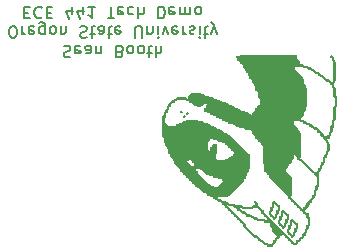
<source format=gbo>
%TF.GenerationSoftware,KiCad,Pcbnew,(5.1.12)-1*%
%TF.CreationDate,2021-11-13T04:14:35-08:00*%
%TF.ProjectId,techdemo,74656368-6465-46d6-9f2e-6b696361645f,rev?*%
%TF.SameCoordinates,Original*%
%TF.FileFunction,Legend,Bot*%
%TF.FilePolarity,Positive*%
%FSLAX46Y46*%
G04 Gerber Fmt 4.6, Leading zero omitted, Abs format (unit mm)*
G04 Created by KiCad (PCBNEW (5.1.12)-1) date 2021-11-13 04:14:35*
%MOMM*%
%LPD*%
G01*
G04 APERTURE LIST*
%ADD10C,0.150000*%
%ADD11C,0.010000*%
G04 APERTURE END LIST*
D10*
X163497142Y-85065238D02*
X163640000Y-85017619D01*
X163878095Y-85017619D01*
X163973333Y-85065238D01*
X164020952Y-85112857D01*
X164068571Y-85208095D01*
X164068571Y-85303333D01*
X164020952Y-85398571D01*
X163973333Y-85446190D01*
X163878095Y-85493809D01*
X163687619Y-85541428D01*
X163592380Y-85589047D01*
X163544761Y-85636666D01*
X163497142Y-85731904D01*
X163497142Y-85827142D01*
X163544761Y-85922380D01*
X163592380Y-85970000D01*
X163687619Y-86017619D01*
X163925714Y-86017619D01*
X164068571Y-85970000D01*
X164878095Y-85065238D02*
X164782857Y-85017619D01*
X164592380Y-85017619D01*
X164497142Y-85065238D01*
X164449523Y-85160476D01*
X164449523Y-85541428D01*
X164497142Y-85636666D01*
X164592380Y-85684285D01*
X164782857Y-85684285D01*
X164878095Y-85636666D01*
X164925714Y-85541428D01*
X164925714Y-85446190D01*
X164449523Y-85350952D01*
X165782857Y-85017619D02*
X165782857Y-85541428D01*
X165735238Y-85636666D01*
X165640000Y-85684285D01*
X165449523Y-85684285D01*
X165354285Y-85636666D01*
X165782857Y-85065238D02*
X165687619Y-85017619D01*
X165449523Y-85017619D01*
X165354285Y-85065238D01*
X165306666Y-85160476D01*
X165306666Y-85255714D01*
X165354285Y-85350952D01*
X165449523Y-85398571D01*
X165687619Y-85398571D01*
X165782857Y-85446190D01*
X166259047Y-85684285D02*
X166259047Y-85017619D01*
X166259047Y-85589047D02*
X166306666Y-85636666D01*
X166401904Y-85684285D01*
X166544761Y-85684285D01*
X166640000Y-85636666D01*
X166687619Y-85541428D01*
X166687619Y-85017619D01*
X168259047Y-85541428D02*
X168401904Y-85493809D01*
X168449523Y-85446190D01*
X168497142Y-85350952D01*
X168497142Y-85208095D01*
X168449523Y-85112857D01*
X168401904Y-85065238D01*
X168306666Y-85017619D01*
X167925714Y-85017619D01*
X167925714Y-86017619D01*
X168259047Y-86017619D01*
X168354285Y-85970000D01*
X168401904Y-85922380D01*
X168449523Y-85827142D01*
X168449523Y-85731904D01*
X168401904Y-85636666D01*
X168354285Y-85589047D01*
X168259047Y-85541428D01*
X167925714Y-85541428D01*
X169068571Y-85017619D02*
X168973333Y-85065238D01*
X168925714Y-85112857D01*
X168878095Y-85208095D01*
X168878095Y-85493809D01*
X168925714Y-85589047D01*
X168973333Y-85636666D01*
X169068571Y-85684285D01*
X169211428Y-85684285D01*
X169306666Y-85636666D01*
X169354285Y-85589047D01*
X169401904Y-85493809D01*
X169401904Y-85208095D01*
X169354285Y-85112857D01*
X169306666Y-85065238D01*
X169211428Y-85017619D01*
X169068571Y-85017619D01*
X169973333Y-85017619D02*
X169878095Y-85065238D01*
X169830476Y-85112857D01*
X169782857Y-85208095D01*
X169782857Y-85493809D01*
X169830476Y-85589047D01*
X169878095Y-85636666D01*
X169973333Y-85684285D01*
X170116190Y-85684285D01*
X170211428Y-85636666D01*
X170259047Y-85589047D01*
X170306666Y-85493809D01*
X170306666Y-85208095D01*
X170259047Y-85112857D01*
X170211428Y-85065238D01*
X170116190Y-85017619D01*
X169973333Y-85017619D01*
X170592380Y-85684285D02*
X170973333Y-85684285D01*
X170735238Y-86017619D02*
X170735238Y-85160476D01*
X170782857Y-85065238D01*
X170878095Y-85017619D01*
X170973333Y-85017619D01*
X171306666Y-85017619D02*
X171306666Y-86017619D01*
X171735238Y-85017619D02*
X171735238Y-85541428D01*
X171687619Y-85636666D01*
X171592380Y-85684285D01*
X171449523Y-85684285D01*
X171354285Y-85636666D01*
X171306666Y-85589047D01*
X159116190Y-84367619D02*
X159306666Y-84367619D01*
X159401904Y-84320000D01*
X159497142Y-84224761D01*
X159544761Y-84034285D01*
X159544761Y-83700952D01*
X159497142Y-83510476D01*
X159401904Y-83415238D01*
X159306666Y-83367619D01*
X159116190Y-83367619D01*
X159020952Y-83415238D01*
X158925714Y-83510476D01*
X158878095Y-83700952D01*
X158878095Y-84034285D01*
X158925714Y-84224761D01*
X159020952Y-84320000D01*
X159116190Y-84367619D01*
X159973333Y-83367619D02*
X159973333Y-84034285D01*
X159973333Y-83843809D02*
X160020952Y-83939047D01*
X160068571Y-83986666D01*
X160163809Y-84034285D01*
X160259047Y-84034285D01*
X160973333Y-83415238D02*
X160878095Y-83367619D01*
X160687619Y-83367619D01*
X160592380Y-83415238D01*
X160544761Y-83510476D01*
X160544761Y-83891428D01*
X160592380Y-83986666D01*
X160687619Y-84034285D01*
X160878095Y-84034285D01*
X160973333Y-83986666D01*
X161020952Y-83891428D01*
X161020952Y-83796190D01*
X160544761Y-83700952D01*
X161878095Y-84034285D02*
X161878095Y-83224761D01*
X161830476Y-83129523D01*
X161782857Y-83081904D01*
X161687619Y-83034285D01*
X161544761Y-83034285D01*
X161449523Y-83081904D01*
X161878095Y-83415238D02*
X161782857Y-83367619D01*
X161592380Y-83367619D01*
X161497142Y-83415238D01*
X161449523Y-83462857D01*
X161401904Y-83558095D01*
X161401904Y-83843809D01*
X161449523Y-83939047D01*
X161497142Y-83986666D01*
X161592380Y-84034285D01*
X161782857Y-84034285D01*
X161878095Y-83986666D01*
X162497142Y-83367619D02*
X162401904Y-83415238D01*
X162354285Y-83462857D01*
X162306666Y-83558095D01*
X162306666Y-83843809D01*
X162354285Y-83939047D01*
X162401904Y-83986666D01*
X162497142Y-84034285D01*
X162640000Y-84034285D01*
X162735238Y-83986666D01*
X162782857Y-83939047D01*
X162830476Y-83843809D01*
X162830476Y-83558095D01*
X162782857Y-83462857D01*
X162735238Y-83415238D01*
X162640000Y-83367619D01*
X162497142Y-83367619D01*
X163259047Y-84034285D02*
X163259047Y-83367619D01*
X163259047Y-83939047D02*
X163306666Y-83986666D01*
X163401904Y-84034285D01*
X163544761Y-84034285D01*
X163640000Y-83986666D01*
X163687619Y-83891428D01*
X163687619Y-83367619D01*
X164878095Y-83415238D02*
X165020952Y-83367619D01*
X165259047Y-83367619D01*
X165354285Y-83415238D01*
X165401904Y-83462857D01*
X165449523Y-83558095D01*
X165449523Y-83653333D01*
X165401904Y-83748571D01*
X165354285Y-83796190D01*
X165259047Y-83843809D01*
X165068571Y-83891428D01*
X164973333Y-83939047D01*
X164925714Y-83986666D01*
X164878095Y-84081904D01*
X164878095Y-84177142D01*
X164925714Y-84272380D01*
X164973333Y-84320000D01*
X165068571Y-84367619D01*
X165306666Y-84367619D01*
X165449523Y-84320000D01*
X165735238Y-84034285D02*
X166116190Y-84034285D01*
X165878095Y-84367619D02*
X165878095Y-83510476D01*
X165925714Y-83415238D01*
X166020952Y-83367619D01*
X166116190Y-83367619D01*
X166878095Y-83367619D02*
X166878095Y-83891428D01*
X166830476Y-83986666D01*
X166735238Y-84034285D01*
X166544761Y-84034285D01*
X166449523Y-83986666D01*
X166878095Y-83415238D02*
X166782857Y-83367619D01*
X166544761Y-83367619D01*
X166449523Y-83415238D01*
X166401904Y-83510476D01*
X166401904Y-83605714D01*
X166449523Y-83700952D01*
X166544761Y-83748571D01*
X166782857Y-83748571D01*
X166878095Y-83796190D01*
X167211428Y-84034285D02*
X167592380Y-84034285D01*
X167354285Y-84367619D02*
X167354285Y-83510476D01*
X167401904Y-83415238D01*
X167497142Y-83367619D01*
X167592380Y-83367619D01*
X168306666Y-83415238D02*
X168211428Y-83367619D01*
X168020952Y-83367619D01*
X167925714Y-83415238D01*
X167878095Y-83510476D01*
X167878095Y-83891428D01*
X167925714Y-83986666D01*
X168020952Y-84034285D01*
X168211428Y-84034285D01*
X168306666Y-83986666D01*
X168354285Y-83891428D01*
X168354285Y-83796190D01*
X167878095Y-83700952D01*
X169544761Y-84367619D02*
X169544761Y-83558095D01*
X169592380Y-83462857D01*
X169640000Y-83415238D01*
X169735238Y-83367619D01*
X169925714Y-83367619D01*
X170020952Y-83415238D01*
X170068571Y-83462857D01*
X170116190Y-83558095D01*
X170116190Y-84367619D01*
X170592380Y-84034285D02*
X170592380Y-83367619D01*
X170592380Y-83939047D02*
X170640000Y-83986666D01*
X170735238Y-84034285D01*
X170878095Y-84034285D01*
X170973333Y-83986666D01*
X171020952Y-83891428D01*
X171020952Y-83367619D01*
X171497142Y-83367619D02*
X171497142Y-84034285D01*
X171497142Y-84367619D02*
X171449523Y-84320000D01*
X171497142Y-84272380D01*
X171544761Y-84320000D01*
X171497142Y-84367619D01*
X171497142Y-84272380D01*
X171878095Y-84034285D02*
X172116190Y-83367619D01*
X172354285Y-84034285D01*
X173116190Y-83415238D02*
X173020952Y-83367619D01*
X172830476Y-83367619D01*
X172735238Y-83415238D01*
X172687619Y-83510476D01*
X172687619Y-83891428D01*
X172735238Y-83986666D01*
X172830476Y-84034285D01*
X173020952Y-84034285D01*
X173116190Y-83986666D01*
X173163809Y-83891428D01*
X173163809Y-83796190D01*
X172687619Y-83700952D01*
X173592380Y-83367619D02*
X173592380Y-84034285D01*
X173592380Y-83843809D02*
X173640000Y-83939047D01*
X173687619Y-83986666D01*
X173782857Y-84034285D01*
X173878095Y-84034285D01*
X174163809Y-83415238D02*
X174259047Y-83367619D01*
X174449523Y-83367619D01*
X174544761Y-83415238D01*
X174592380Y-83510476D01*
X174592380Y-83558095D01*
X174544761Y-83653333D01*
X174449523Y-83700952D01*
X174306666Y-83700952D01*
X174211428Y-83748571D01*
X174163809Y-83843809D01*
X174163809Y-83891428D01*
X174211428Y-83986666D01*
X174306666Y-84034285D01*
X174449523Y-84034285D01*
X174544761Y-83986666D01*
X175020952Y-83367619D02*
X175020952Y-84034285D01*
X175020952Y-84367619D02*
X174973333Y-84320000D01*
X175020952Y-84272380D01*
X175068571Y-84320000D01*
X175020952Y-84367619D01*
X175020952Y-84272380D01*
X175354285Y-84034285D02*
X175735238Y-84034285D01*
X175497142Y-84367619D02*
X175497142Y-83510476D01*
X175544761Y-83415238D01*
X175640000Y-83367619D01*
X175735238Y-83367619D01*
X175973333Y-84034285D02*
X176211428Y-83367619D01*
X176449523Y-84034285D02*
X176211428Y-83367619D01*
X176116190Y-83129523D01*
X176068571Y-83081904D01*
X175973333Y-83034285D01*
X160163809Y-82241428D02*
X160497142Y-82241428D01*
X160640000Y-81717619D02*
X160163809Y-81717619D01*
X160163809Y-82717619D01*
X160640000Y-82717619D01*
X161640000Y-81812857D02*
X161592380Y-81765238D01*
X161449523Y-81717619D01*
X161354285Y-81717619D01*
X161211428Y-81765238D01*
X161116190Y-81860476D01*
X161068571Y-81955714D01*
X161020952Y-82146190D01*
X161020952Y-82289047D01*
X161068571Y-82479523D01*
X161116190Y-82574761D01*
X161211428Y-82670000D01*
X161354285Y-82717619D01*
X161449523Y-82717619D01*
X161592380Y-82670000D01*
X161640000Y-82622380D01*
X162068571Y-82241428D02*
X162401904Y-82241428D01*
X162544761Y-81717619D02*
X162068571Y-81717619D01*
X162068571Y-82717619D01*
X162544761Y-82717619D01*
X164163809Y-82384285D02*
X164163809Y-81717619D01*
X163925714Y-82765238D02*
X163687619Y-82050952D01*
X164306666Y-82050952D01*
X165116190Y-82384285D02*
X165116190Y-81717619D01*
X164878095Y-82765238D02*
X164640000Y-82050952D01*
X165259047Y-82050952D01*
X166163809Y-81717619D02*
X165592380Y-81717619D01*
X165878095Y-81717619D02*
X165878095Y-82717619D01*
X165782857Y-82574761D01*
X165687619Y-82479523D01*
X165592380Y-82431904D01*
X167211428Y-82717619D02*
X167782857Y-82717619D01*
X167497142Y-81717619D02*
X167497142Y-82717619D01*
X168497142Y-81765238D02*
X168401904Y-81717619D01*
X168211428Y-81717619D01*
X168116190Y-81765238D01*
X168068571Y-81860476D01*
X168068571Y-82241428D01*
X168116190Y-82336666D01*
X168211428Y-82384285D01*
X168401904Y-82384285D01*
X168497142Y-82336666D01*
X168544761Y-82241428D01*
X168544761Y-82146190D01*
X168068571Y-82050952D01*
X169401904Y-81765238D02*
X169306666Y-81717619D01*
X169116190Y-81717619D01*
X169020952Y-81765238D01*
X168973333Y-81812857D01*
X168925714Y-81908095D01*
X168925714Y-82193809D01*
X168973333Y-82289047D01*
X169020952Y-82336666D01*
X169116190Y-82384285D01*
X169306666Y-82384285D01*
X169401904Y-82336666D01*
X169830476Y-81717619D02*
X169830476Y-82717619D01*
X170259047Y-81717619D02*
X170259047Y-82241428D01*
X170211428Y-82336666D01*
X170116190Y-82384285D01*
X169973333Y-82384285D01*
X169878095Y-82336666D01*
X169830476Y-82289047D01*
X171497142Y-81717619D02*
X171497142Y-82717619D01*
X171735238Y-82717619D01*
X171878095Y-82670000D01*
X171973333Y-82574761D01*
X172020952Y-82479523D01*
X172068571Y-82289047D01*
X172068571Y-82146190D01*
X172020952Y-81955714D01*
X171973333Y-81860476D01*
X171878095Y-81765238D01*
X171735238Y-81717619D01*
X171497142Y-81717619D01*
X172878095Y-81765238D02*
X172782857Y-81717619D01*
X172592380Y-81717619D01*
X172497142Y-81765238D01*
X172449523Y-81860476D01*
X172449523Y-82241428D01*
X172497142Y-82336666D01*
X172592380Y-82384285D01*
X172782857Y-82384285D01*
X172878095Y-82336666D01*
X172925714Y-82241428D01*
X172925714Y-82146190D01*
X172449523Y-82050952D01*
X173354285Y-81717619D02*
X173354285Y-82384285D01*
X173354285Y-82289047D02*
X173401904Y-82336666D01*
X173497142Y-82384285D01*
X173640000Y-82384285D01*
X173735238Y-82336666D01*
X173782857Y-82241428D01*
X173782857Y-81717619D01*
X173782857Y-82241428D02*
X173830476Y-82336666D01*
X173925714Y-82384285D01*
X174068571Y-82384285D01*
X174163809Y-82336666D01*
X174211428Y-82241428D01*
X174211428Y-81717619D01*
X174830476Y-81717619D02*
X174735238Y-81765238D01*
X174687619Y-81812857D01*
X174640000Y-81908095D01*
X174640000Y-82193809D01*
X174687619Y-82289047D01*
X174735238Y-82336666D01*
X174830476Y-82384285D01*
X174973333Y-82384285D01*
X175068571Y-82336666D01*
X175116190Y-82289047D01*
X175163809Y-82193809D01*
X175163809Y-81908095D01*
X175116190Y-81812857D01*
X175068571Y-81765238D01*
X174973333Y-81717619D01*
X174830476Y-81717619D01*
D11*
%TO.C,G\u002A\u002A\u002A*%
G36*
X182869564Y-101196550D02*
G01*
X182880000Y-101155500D01*
X182902450Y-101102436D01*
X182943500Y-101092000D01*
X182985044Y-101081350D01*
X183003404Y-101038305D01*
X183007000Y-100965000D01*
X183012325Y-100881912D01*
X183033847Y-100845191D01*
X183070500Y-100838000D01*
X183105966Y-100831050D01*
X183125130Y-100800516D01*
X183132832Y-100731876D01*
X183134000Y-100647500D01*
X183136316Y-100541102D01*
X183146494Y-100483610D01*
X183169374Y-100460503D01*
X183197500Y-100457000D01*
X183232966Y-100450050D01*
X183252130Y-100419516D01*
X183259832Y-100350876D01*
X183261000Y-100266500D01*
X183258683Y-100160102D01*
X183248505Y-100102610D01*
X183225625Y-100079503D01*
X183197500Y-100076000D01*
X183144435Y-100053550D01*
X183134000Y-100012500D01*
X183111549Y-99959436D01*
X183070500Y-99949000D01*
X183017435Y-99926550D01*
X183007000Y-99885500D01*
X182984549Y-99832436D01*
X182943500Y-99822000D01*
X182890435Y-99799550D01*
X182880000Y-99758500D01*
X182857549Y-99705436D01*
X182816500Y-99695000D01*
X182763435Y-99717451D01*
X182753000Y-99758500D01*
X182730549Y-99811565D01*
X182689500Y-99822000D01*
X182654033Y-99828951D01*
X182634869Y-99859485D01*
X182627167Y-99928125D01*
X182626000Y-100012500D01*
X182623683Y-100118899D01*
X182613505Y-100176391D01*
X182590625Y-100199498D01*
X182562500Y-100203000D01*
X182527033Y-100209951D01*
X182507869Y-100240485D01*
X182500167Y-100309125D01*
X182499000Y-100393500D01*
X182496683Y-100499899D01*
X182486505Y-100557391D01*
X182463625Y-100580498D01*
X182435500Y-100584000D01*
X182393955Y-100594651D01*
X182375595Y-100637696D01*
X182372000Y-100711000D01*
X182499000Y-100711000D01*
X182504325Y-100627912D01*
X182525847Y-100591191D01*
X182562500Y-100584000D01*
X182597966Y-100577050D01*
X182617130Y-100546516D01*
X182624832Y-100477876D01*
X182626000Y-100393500D01*
X182628316Y-100287102D01*
X182638494Y-100229610D01*
X182661374Y-100206503D01*
X182689500Y-100203000D01*
X182724966Y-100196050D01*
X182744130Y-100165516D01*
X182751832Y-100096876D01*
X182753000Y-100012500D01*
X182755316Y-99906102D01*
X182765494Y-99848610D01*
X182788374Y-99825503D01*
X182816500Y-99822000D01*
X182869564Y-99844451D01*
X182880000Y-99885500D01*
X182902450Y-99938565D01*
X182943500Y-99949000D01*
X182996564Y-99971451D01*
X183007000Y-100012500D01*
X183029450Y-100065565D01*
X183070500Y-100076000D01*
X183105966Y-100082951D01*
X183125130Y-100113485D01*
X183132832Y-100182125D01*
X183134000Y-100266500D01*
X183131683Y-100372899D01*
X183121505Y-100430391D01*
X183098625Y-100453498D01*
X183070500Y-100457000D01*
X183035033Y-100463951D01*
X183015869Y-100494485D01*
X183008167Y-100563125D01*
X183007000Y-100647500D01*
X183004683Y-100753899D01*
X182994505Y-100811391D01*
X182971625Y-100834498D01*
X182943500Y-100838000D01*
X182901955Y-100848651D01*
X182883595Y-100891696D01*
X182880000Y-100965000D01*
X182874674Y-101048089D01*
X182853152Y-101084810D01*
X182816500Y-101092000D01*
X182763435Y-101069550D01*
X182753000Y-101028500D01*
X182730549Y-100975436D01*
X182689500Y-100965000D01*
X182636435Y-100942550D01*
X182626000Y-100901500D01*
X182603549Y-100848436D01*
X182562500Y-100838000D01*
X182520955Y-100827350D01*
X182502595Y-100784305D01*
X182499000Y-100711000D01*
X182372000Y-100711000D01*
X182377325Y-100794089D01*
X182398847Y-100830810D01*
X182435500Y-100838000D01*
X182488564Y-100860451D01*
X182499000Y-100901500D01*
X182521450Y-100954565D01*
X182562500Y-100965000D01*
X182615564Y-100987451D01*
X182626000Y-101028500D01*
X182648450Y-101081565D01*
X182689500Y-101092000D01*
X182742564Y-101114451D01*
X182753000Y-101155500D01*
X182775450Y-101208565D01*
X182816500Y-101219000D01*
X182869564Y-101196550D01*
G37*
X182869564Y-101196550D02*
X182880000Y-101155500D01*
X182902450Y-101102436D01*
X182943500Y-101092000D01*
X182985044Y-101081350D01*
X183003404Y-101038305D01*
X183007000Y-100965000D01*
X183012325Y-100881912D01*
X183033847Y-100845191D01*
X183070500Y-100838000D01*
X183105966Y-100831050D01*
X183125130Y-100800516D01*
X183132832Y-100731876D01*
X183134000Y-100647500D01*
X183136316Y-100541102D01*
X183146494Y-100483610D01*
X183169374Y-100460503D01*
X183197500Y-100457000D01*
X183232966Y-100450050D01*
X183252130Y-100419516D01*
X183259832Y-100350876D01*
X183261000Y-100266500D01*
X183258683Y-100160102D01*
X183248505Y-100102610D01*
X183225625Y-100079503D01*
X183197500Y-100076000D01*
X183144435Y-100053550D01*
X183134000Y-100012500D01*
X183111549Y-99959436D01*
X183070500Y-99949000D01*
X183017435Y-99926550D01*
X183007000Y-99885500D01*
X182984549Y-99832436D01*
X182943500Y-99822000D01*
X182890435Y-99799550D01*
X182880000Y-99758500D01*
X182857549Y-99705436D01*
X182816500Y-99695000D01*
X182763435Y-99717451D01*
X182753000Y-99758500D01*
X182730549Y-99811565D01*
X182689500Y-99822000D01*
X182654033Y-99828951D01*
X182634869Y-99859485D01*
X182627167Y-99928125D01*
X182626000Y-100012500D01*
X182623683Y-100118899D01*
X182613505Y-100176391D01*
X182590625Y-100199498D01*
X182562500Y-100203000D01*
X182527033Y-100209951D01*
X182507869Y-100240485D01*
X182500167Y-100309125D01*
X182499000Y-100393500D01*
X182496683Y-100499899D01*
X182486505Y-100557391D01*
X182463625Y-100580498D01*
X182435500Y-100584000D01*
X182393955Y-100594651D01*
X182375595Y-100637696D01*
X182372000Y-100711000D01*
X182499000Y-100711000D01*
X182504325Y-100627912D01*
X182525847Y-100591191D01*
X182562500Y-100584000D01*
X182597966Y-100577050D01*
X182617130Y-100546516D01*
X182624832Y-100477876D01*
X182626000Y-100393500D01*
X182628316Y-100287102D01*
X182638494Y-100229610D01*
X182661374Y-100206503D01*
X182689500Y-100203000D01*
X182724966Y-100196050D01*
X182744130Y-100165516D01*
X182751832Y-100096876D01*
X182753000Y-100012500D01*
X182755316Y-99906102D01*
X182765494Y-99848610D01*
X182788374Y-99825503D01*
X182816500Y-99822000D01*
X182869564Y-99844451D01*
X182880000Y-99885500D01*
X182902450Y-99938565D01*
X182943500Y-99949000D01*
X182996564Y-99971451D01*
X183007000Y-100012500D01*
X183029450Y-100065565D01*
X183070500Y-100076000D01*
X183105966Y-100082951D01*
X183125130Y-100113485D01*
X183132832Y-100182125D01*
X183134000Y-100266500D01*
X183131683Y-100372899D01*
X183121505Y-100430391D01*
X183098625Y-100453498D01*
X183070500Y-100457000D01*
X183035033Y-100463951D01*
X183015869Y-100494485D01*
X183008167Y-100563125D01*
X183007000Y-100647500D01*
X183004683Y-100753899D01*
X182994505Y-100811391D01*
X182971625Y-100834498D01*
X182943500Y-100838000D01*
X182901955Y-100848651D01*
X182883595Y-100891696D01*
X182880000Y-100965000D01*
X182874674Y-101048089D01*
X182853152Y-101084810D01*
X182816500Y-101092000D01*
X182763435Y-101069550D01*
X182753000Y-101028500D01*
X182730549Y-100975436D01*
X182689500Y-100965000D01*
X182636435Y-100942550D01*
X182626000Y-100901500D01*
X182603549Y-100848436D01*
X182562500Y-100838000D01*
X182520955Y-100827350D01*
X182502595Y-100784305D01*
X182499000Y-100711000D01*
X182372000Y-100711000D01*
X182377325Y-100794089D01*
X182398847Y-100830810D01*
X182435500Y-100838000D01*
X182488564Y-100860451D01*
X182499000Y-100901500D01*
X182521450Y-100954565D01*
X182562500Y-100965000D01*
X182615564Y-100987451D01*
X182626000Y-101028500D01*
X182648450Y-101081565D01*
X182689500Y-101092000D01*
X182742564Y-101114451D01*
X182753000Y-101155500D01*
X182775450Y-101208565D01*
X182816500Y-101219000D01*
X182869564Y-101196550D01*
G36*
X182107564Y-100434550D02*
G01*
X182118000Y-100393500D01*
X182140450Y-100340436D01*
X182181500Y-100330000D01*
X182223044Y-100319350D01*
X182241404Y-100276305D01*
X182245000Y-100203000D01*
X182250325Y-100119912D01*
X182271847Y-100083191D01*
X182308500Y-100076000D01*
X182343966Y-100069050D01*
X182363130Y-100038516D01*
X182370832Y-99969876D01*
X182372000Y-99885500D01*
X182374316Y-99779102D01*
X182384494Y-99721610D01*
X182407374Y-99698503D01*
X182435500Y-99695000D01*
X182470966Y-99688050D01*
X182490130Y-99657516D01*
X182497832Y-99588876D01*
X182499000Y-99504500D01*
X182496683Y-99398102D01*
X182486505Y-99340610D01*
X182463625Y-99317503D01*
X182435500Y-99314000D01*
X182382435Y-99291550D01*
X182372000Y-99250500D01*
X182349549Y-99197436D01*
X182308500Y-99187000D01*
X182255435Y-99164550D01*
X182245000Y-99123500D01*
X182222549Y-99070436D01*
X182181500Y-99060000D01*
X182128435Y-99037550D01*
X182118000Y-98996500D01*
X182095549Y-98943436D01*
X182054500Y-98933000D01*
X182001435Y-98955451D01*
X181991000Y-98996500D01*
X181968549Y-99049565D01*
X181927500Y-99060000D01*
X181892033Y-99066951D01*
X181872869Y-99097485D01*
X181865167Y-99166125D01*
X181864000Y-99250500D01*
X181861683Y-99356899D01*
X181851505Y-99414391D01*
X181828625Y-99437498D01*
X181800500Y-99441000D01*
X181765033Y-99447951D01*
X181745869Y-99478485D01*
X181738167Y-99547125D01*
X181737000Y-99631500D01*
X181734683Y-99737899D01*
X181724505Y-99795391D01*
X181701625Y-99818498D01*
X181673500Y-99822000D01*
X181631955Y-99832651D01*
X181613595Y-99875696D01*
X181610000Y-99949000D01*
X181737000Y-99949000D01*
X181742325Y-99865912D01*
X181763847Y-99829191D01*
X181800500Y-99822000D01*
X181835966Y-99815050D01*
X181855130Y-99784516D01*
X181862832Y-99715876D01*
X181864000Y-99631500D01*
X181866316Y-99525102D01*
X181876494Y-99467610D01*
X181899374Y-99444503D01*
X181927500Y-99441000D01*
X181962966Y-99434050D01*
X181982130Y-99403516D01*
X181989832Y-99334876D01*
X181991000Y-99250500D01*
X181993316Y-99144102D01*
X182003494Y-99086610D01*
X182026374Y-99063503D01*
X182054500Y-99060000D01*
X182107564Y-99082451D01*
X182118000Y-99123500D01*
X182140450Y-99176565D01*
X182181500Y-99187000D01*
X182234564Y-99209451D01*
X182245000Y-99250500D01*
X182267450Y-99303565D01*
X182308500Y-99314000D01*
X182343966Y-99320951D01*
X182363130Y-99351485D01*
X182370832Y-99420125D01*
X182372000Y-99504500D01*
X182369683Y-99610899D01*
X182359505Y-99668391D01*
X182336625Y-99691498D01*
X182308500Y-99695000D01*
X182273033Y-99701951D01*
X182253869Y-99732485D01*
X182246167Y-99801125D01*
X182245000Y-99885500D01*
X182242683Y-99991899D01*
X182232505Y-100049391D01*
X182209625Y-100072498D01*
X182181500Y-100076000D01*
X182139955Y-100086651D01*
X182121595Y-100129696D01*
X182118000Y-100203000D01*
X182112674Y-100286089D01*
X182091152Y-100322810D01*
X182054500Y-100330000D01*
X182001435Y-100307550D01*
X181991000Y-100266500D01*
X181968549Y-100213436D01*
X181927500Y-100203000D01*
X181874435Y-100180550D01*
X181864000Y-100139500D01*
X181841549Y-100086436D01*
X181800500Y-100076000D01*
X181758955Y-100065350D01*
X181740595Y-100022305D01*
X181737000Y-99949000D01*
X181610000Y-99949000D01*
X181615325Y-100032089D01*
X181636847Y-100068810D01*
X181673500Y-100076000D01*
X181726564Y-100098451D01*
X181737000Y-100139500D01*
X181759450Y-100192565D01*
X181800500Y-100203000D01*
X181853564Y-100225451D01*
X181864000Y-100266500D01*
X181886450Y-100319565D01*
X181927500Y-100330000D01*
X181980564Y-100352451D01*
X181991000Y-100393500D01*
X182013450Y-100446565D01*
X182054500Y-100457000D01*
X182107564Y-100434550D01*
G37*
X182107564Y-100434550D02*
X182118000Y-100393500D01*
X182140450Y-100340436D01*
X182181500Y-100330000D01*
X182223044Y-100319350D01*
X182241404Y-100276305D01*
X182245000Y-100203000D01*
X182250325Y-100119912D01*
X182271847Y-100083191D01*
X182308500Y-100076000D01*
X182343966Y-100069050D01*
X182363130Y-100038516D01*
X182370832Y-99969876D01*
X182372000Y-99885500D01*
X182374316Y-99779102D01*
X182384494Y-99721610D01*
X182407374Y-99698503D01*
X182435500Y-99695000D01*
X182470966Y-99688050D01*
X182490130Y-99657516D01*
X182497832Y-99588876D01*
X182499000Y-99504500D01*
X182496683Y-99398102D01*
X182486505Y-99340610D01*
X182463625Y-99317503D01*
X182435500Y-99314000D01*
X182382435Y-99291550D01*
X182372000Y-99250500D01*
X182349549Y-99197436D01*
X182308500Y-99187000D01*
X182255435Y-99164550D01*
X182245000Y-99123500D01*
X182222549Y-99070436D01*
X182181500Y-99060000D01*
X182128435Y-99037550D01*
X182118000Y-98996500D01*
X182095549Y-98943436D01*
X182054500Y-98933000D01*
X182001435Y-98955451D01*
X181991000Y-98996500D01*
X181968549Y-99049565D01*
X181927500Y-99060000D01*
X181892033Y-99066951D01*
X181872869Y-99097485D01*
X181865167Y-99166125D01*
X181864000Y-99250500D01*
X181861683Y-99356899D01*
X181851505Y-99414391D01*
X181828625Y-99437498D01*
X181800500Y-99441000D01*
X181765033Y-99447951D01*
X181745869Y-99478485D01*
X181738167Y-99547125D01*
X181737000Y-99631500D01*
X181734683Y-99737899D01*
X181724505Y-99795391D01*
X181701625Y-99818498D01*
X181673500Y-99822000D01*
X181631955Y-99832651D01*
X181613595Y-99875696D01*
X181610000Y-99949000D01*
X181737000Y-99949000D01*
X181742325Y-99865912D01*
X181763847Y-99829191D01*
X181800500Y-99822000D01*
X181835966Y-99815050D01*
X181855130Y-99784516D01*
X181862832Y-99715876D01*
X181864000Y-99631500D01*
X181866316Y-99525102D01*
X181876494Y-99467610D01*
X181899374Y-99444503D01*
X181927500Y-99441000D01*
X181962966Y-99434050D01*
X181982130Y-99403516D01*
X181989832Y-99334876D01*
X181991000Y-99250500D01*
X181993316Y-99144102D01*
X182003494Y-99086610D01*
X182026374Y-99063503D01*
X182054500Y-99060000D01*
X182107564Y-99082451D01*
X182118000Y-99123500D01*
X182140450Y-99176565D01*
X182181500Y-99187000D01*
X182234564Y-99209451D01*
X182245000Y-99250500D01*
X182267450Y-99303565D01*
X182308500Y-99314000D01*
X182343966Y-99320951D01*
X182363130Y-99351485D01*
X182370832Y-99420125D01*
X182372000Y-99504500D01*
X182369683Y-99610899D01*
X182359505Y-99668391D01*
X182336625Y-99691498D01*
X182308500Y-99695000D01*
X182273033Y-99701951D01*
X182253869Y-99732485D01*
X182246167Y-99801125D01*
X182245000Y-99885500D01*
X182242683Y-99991899D01*
X182232505Y-100049391D01*
X182209625Y-100072498D01*
X182181500Y-100076000D01*
X182139955Y-100086651D01*
X182121595Y-100129696D01*
X182118000Y-100203000D01*
X182112674Y-100286089D01*
X182091152Y-100322810D01*
X182054500Y-100330000D01*
X182001435Y-100307550D01*
X181991000Y-100266500D01*
X181968549Y-100213436D01*
X181927500Y-100203000D01*
X181874435Y-100180550D01*
X181864000Y-100139500D01*
X181841549Y-100086436D01*
X181800500Y-100076000D01*
X181758955Y-100065350D01*
X181740595Y-100022305D01*
X181737000Y-99949000D01*
X181610000Y-99949000D01*
X181615325Y-100032089D01*
X181636847Y-100068810D01*
X181673500Y-100076000D01*
X181726564Y-100098451D01*
X181737000Y-100139500D01*
X181759450Y-100192565D01*
X181800500Y-100203000D01*
X181853564Y-100225451D01*
X181864000Y-100266500D01*
X181886450Y-100319565D01*
X181927500Y-100330000D01*
X181980564Y-100352451D01*
X181991000Y-100393500D01*
X182013450Y-100446565D01*
X182054500Y-100457000D01*
X182107564Y-100434550D01*
G36*
X181345564Y-99672550D02*
G01*
X181356000Y-99631500D01*
X181378450Y-99578436D01*
X181419500Y-99568000D01*
X181461044Y-99557350D01*
X181479404Y-99514305D01*
X181483000Y-99441000D01*
X181488325Y-99357912D01*
X181509847Y-99321191D01*
X181546500Y-99314000D01*
X181581966Y-99307050D01*
X181601130Y-99276516D01*
X181608832Y-99207876D01*
X181610000Y-99123500D01*
X181612316Y-99017102D01*
X181622494Y-98959610D01*
X181645374Y-98936503D01*
X181673500Y-98933000D01*
X181708966Y-98926050D01*
X181728130Y-98895516D01*
X181735832Y-98826876D01*
X181737000Y-98742500D01*
X181734683Y-98636102D01*
X181724505Y-98578610D01*
X181701625Y-98555503D01*
X181673500Y-98552000D01*
X181620435Y-98529550D01*
X181610000Y-98488500D01*
X181587549Y-98435436D01*
X181546500Y-98425000D01*
X181493435Y-98402550D01*
X181483000Y-98361500D01*
X181460549Y-98308436D01*
X181419500Y-98298000D01*
X181366435Y-98275550D01*
X181356000Y-98234500D01*
X181333549Y-98181436D01*
X181292500Y-98171000D01*
X181239435Y-98193451D01*
X181229000Y-98234500D01*
X181206549Y-98287565D01*
X181165500Y-98298000D01*
X181130033Y-98304951D01*
X181110869Y-98335485D01*
X181103167Y-98404125D01*
X181102000Y-98488500D01*
X181099683Y-98594899D01*
X181089505Y-98652391D01*
X181066625Y-98675498D01*
X181038500Y-98679000D01*
X181003033Y-98685951D01*
X180983869Y-98716485D01*
X180976167Y-98785125D01*
X180975000Y-98869500D01*
X180972683Y-98975899D01*
X180962505Y-99033391D01*
X180939625Y-99056498D01*
X180911500Y-99060000D01*
X180869955Y-99070651D01*
X180851595Y-99113696D01*
X180848000Y-99187000D01*
X180975000Y-99187000D01*
X180980325Y-99103912D01*
X181001847Y-99067191D01*
X181038500Y-99060000D01*
X181073966Y-99053050D01*
X181093130Y-99022516D01*
X181100832Y-98953876D01*
X181102000Y-98869500D01*
X181104316Y-98763102D01*
X181114494Y-98705610D01*
X181137374Y-98682503D01*
X181165500Y-98679000D01*
X181200966Y-98672050D01*
X181220130Y-98641516D01*
X181227832Y-98572876D01*
X181229000Y-98488500D01*
X181231316Y-98382102D01*
X181241494Y-98324610D01*
X181264374Y-98301503D01*
X181292500Y-98298000D01*
X181345564Y-98320451D01*
X181356000Y-98361500D01*
X181378450Y-98414565D01*
X181419500Y-98425000D01*
X181472564Y-98447451D01*
X181483000Y-98488500D01*
X181505450Y-98541565D01*
X181546500Y-98552000D01*
X181581966Y-98558951D01*
X181601130Y-98589485D01*
X181608832Y-98658125D01*
X181610000Y-98742500D01*
X181607683Y-98848899D01*
X181597505Y-98906391D01*
X181574625Y-98929498D01*
X181546500Y-98933000D01*
X181511033Y-98939951D01*
X181491869Y-98970485D01*
X181484167Y-99039125D01*
X181483000Y-99123500D01*
X181480683Y-99229899D01*
X181470505Y-99287391D01*
X181447625Y-99310498D01*
X181419500Y-99314000D01*
X181377955Y-99324651D01*
X181359595Y-99367696D01*
X181356000Y-99441000D01*
X181350674Y-99524089D01*
X181329152Y-99560810D01*
X181292500Y-99568000D01*
X181239435Y-99545550D01*
X181229000Y-99504500D01*
X181206549Y-99451436D01*
X181165500Y-99441000D01*
X181112435Y-99418550D01*
X181102000Y-99377500D01*
X181079549Y-99324436D01*
X181038500Y-99314000D01*
X180996955Y-99303350D01*
X180978595Y-99260305D01*
X180975000Y-99187000D01*
X180848000Y-99187000D01*
X180853325Y-99270089D01*
X180874847Y-99306810D01*
X180911500Y-99314000D01*
X180964564Y-99336451D01*
X180975000Y-99377500D01*
X180997450Y-99430565D01*
X181038500Y-99441000D01*
X181091564Y-99463451D01*
X181102000Y-99504500D01*
X181124450Y-99557565D01*
X181165500Y-99568000D01*
X181218564Y-99590451D01*
X181229000Y-99631500D01*
X181251450Y-99684565D01*
X181292500Y-99695000D01*
X181345564Y-99672550D01*
G37*
X181345564Y-99672550D02*
X181356000Y-99631500D01*
X181378450Y-99578436D01*
X181419500Y-99568000D01*
X181461044Y-99557350D01*
X181479404Y-99514305D01*
X181483000Y-99441000D01*
X181488325Y-99357912D01*
X181509847Y-99321191D01*
X181546500Y-99314000D01*
X181581966Y-99307050D01*
X181601130Y-99276516D01*
X181608832Y-99207876D01*
X181610000Y-99123500D01*
X181612316Y-99017102D01*
X181622494Y-98959610D01*
X181645374Y-98936503D01*
X181673500Y-98933000D01*
X181708966Y-98926050D01*
X181728130Y-98895516D01*
X181735832Y-98826876D01*
X181737000Y-98742500D01*
X181734683Y-98636102D01*
X181724505Y-98578610D01*
X181701625Y-98555503D01*
X181673500Y-98552000D01*
X181620435Y-98529550D01*
X181610000Y-98488500D01*
X181587549Y-98435436D01*
X181546500Y-98425000D01*
X181493435Y-98402550D01*
X181483000Y-98361500D01*
X181460549Y-98308436D01*
X181419500Y-98298000D01*
X181366435Y-98275550D01*
X181356000Y-98234500D01*
X181333549Y-98181436D01*
X181292500Y-98171000D01*
X181239435Y-98193451D01*
X181229000Y-98234500D01*
X181206549Y-98287565D01*
X181165500Y-98298000D01*
X181130033Y-98304951D01*
X181110869Y-98335485D01*
X181103167Y-98404125D01*
X181102000Y-98488500D01*
X181099683Y-98594899D01*
X181089505Y-98652391D01*
X181066625Y-98675498D01*
X181038500Y-98679000D01*
X181003033Y-98685951D01*
X180983869Y-98716485D01*
X180976167Y-98785125D01*
X180975000Y-98869500D01*
X180972683Y-98975899D01*
X180962505Y-99033391D01*
X180939625Y-99056498D01*
X180911500Y-99060000D01*
X180869955Y-99070651D01*
X180851595Y-99113696D01*
X180848000Y-99187000D01*
X180975000Y-99187000D01*
X180980325Y-99103912D01*
X181001847Y-99067191D01*
X181038500Y-99060000D01*
X181073966Y-99053050D01*
X181093130Y-99022516D01*
X181100832Y-98953876D01*
X181102000Y-98869500D01*
X181104316Y-98763102D01*
X181114494Y-98705610D01*
X181137374Y-98682503D01*
X181165500Y-98679000D01*
X181200966Y-98672050D01*
X181220130Y-98641516D01*
X181227832Y-98572876D01*
X181229000Y-98488500D01*
X181231316Y-98382102D01*
X181241494Y-98324610D01*
X181264374Y-98301503D01*
X181292500Y-98298000D01*
X181345564Y-98320451D01*
X181356000Y-98361500D01*
X181378450Y-98414565D01*
X181419500Y-98425000D01*
X181472564Y-98447451D01*
X181483000Y-98488500D01*
X181505450Y-98541565D01*
X181546500Y-98552000D01*
X181581966Y-98558951D01*
X181601130Y-98589485D01*
X181608832Y-98658125D01*
X181610000Y-98742500D01*
X181607683Y-98848899D01*
X181597505Y-98906391D01*
X181574625Y-98929498D01*
X181546500Y-98933000D01*
X181511033Y-98939951D01*
X181491869Y-98970485D01*
X181484167Y-99039125D01*
X181483000Y-99123500D01*
X181480683Y-99229899D01*
X181470505Y-99287391D01*
X181447625Y-99310498D01*
X181419500Y-99314000D01*
X181377955Y-99324651D01*
X181359595Y-99367696D01*
X181356000Y-99441000D01*
X181350674Y-99524089D01*
X181329152Y-99560810D01*
X181292500Y-99568000D01*
X181239435Y-99545550D01*
X181229000Y-99504500D01*
X181206549Y-99451436D01*
X181165500Y-99441000D01*
X181112435Y-99418550D01*
X181102000Y-99377500D01*
X181079549Y-99324436D01*
X181038500Y-99314000D01*
X180996955Y-99303350D01*
X180978595Y-99260305D01*
X180975000Y-99187000D01*
X180848000Y-99187000D01*
X180853325Y-99270089D01*
X180874847Y-99306810D01*
X180911500Y-99314000D01*
X180964564Y-99336451D01*
X180975000Y-99377500D01*
X180997450Y-99430565D01*
X181038500Y-99441000D01*
X181091564Y-99463451D01*
X181102000Y-99504500D01*
X181124450Y-99557565D01*
X181165500Y-99568000D01*
X181218564Y-99590451D01*
X181229000Y-99631500D01*
X181251450Y-99684565D01*
X181292500Y-99695000D01*
X181345564Y-99672550D01*
G36*
X180294006Y-99821129D02*
G01*
X180386513Y-99816982D01*
X180438514Y-99807261D01*
X180461503Y-99789667D01*
X180466974Y-99761901D01*
X180467000Y-99758500D01*
X180462642Y-99729599D01*
X180441907Y-99711098D01*
X180393301Y-99700698D01*
X180305331Y-99696100D01*
X180166504Y-99695006D01*
X180149500Y-99695000D01*
X180004993Y-99694129D01*
X179912486Y-99689982D01*
X179860485Y-99680261D01*
X179837496Y-99662667D01*
X179832025Y-99634901D01*
X179832000Y-99631500D01*
X179821349Y-99589956D01*
X179778304Y-99571596D01*
X179705000Y-99568000D01*
X179621911Y-99562675D01*
X179585190Y-99541153D01*
X179578000Y-99504500D01*
X179567349Y-99462956D01*
X179524304Y-99444596D01*
X179451000Y-99441000D01*
X179367911Y-99435675D01*
X179331190Y-99414153D01*
X179324000Y-99377500D01*
X179317049Y-99342034D01*
X179286515Y-99322870D01*
X179217875Y-99315168D01*
X179133500Y-99314000D01*
X179027101Y-99311684D01*
X178969609Y-99301506D01*
X178946502Y-99278626D01*
X178943000Y-99250500D01*
X178920549Y-99197436D01*
X178879500Y-99187000D01*
X178826435Y-99164550D01*
X178816000Y-99123500D01*
X178805349Y-99081956D01*
X178762304Y-99063596D01*
X178689000Y-99060000D01*
X178605911Y-99054675D01*
X178569190Y-99033153D01*
X178562000Y-98996500D01*
X178539549Y-98943436D01*
X178498500Y-98933000D01*
X178445435Y-98910550D01*
X178435000Y-98869500D01*
X178412549Y-98816436D01*
X178371500Y-98806000D01*
X178318435Y-98783550D01*
X178308000Y-98742500D01*
X178318650Y-98700956D01*
X178361695Y-98682596D01*
X178435000Y-98679000D01*
X178518088Y-98684326D01*
X178554809Y-98705848D01*
X178562000Y-98742500D01*
X178565297Y-98767628D01*
X178581695Y-98785079D01*
X178620952Y-98796247D01*
X178692826Y-98802526D01*
X178807076Y-98805310D01*
X178973461Y-98805993D01*
X179006500Y-98806000D01*
X179182395Y-98805529D01*
X179304551Y-98803187D01*
X179382726Y-98797579D01*
X179426678Y-98787311D01*
X179446165Y-98770990D01*
X179450947Y-98747220D01*
X179451000Y-98742500D01*
X179456302Y-98710862D01*
X179480726Y-98691900D01*
X179537045Y-98682422D01*
X179638030Y-98679234D01*
X179705000Y-98679000D01*
X179831553Y-98680326D01*
X179907400Y-98686432D01*
X179945313Y-98700512D01*
X179958065Y-98725758D01*
X179959000Y-98742500D01*
X179981450Y-98795565D01*
X180022500Y-98806000D01*
X180075564Y-98828451D01*
X180086000Y-98869500D01*
X180108450Y-98922565D01*
X180149500Y-98933000D01*
X180191044Y-98943651D01*
X180209404Y-98986696D01*
X180213000Y-99060000D01*
X180218325Y-99143089D01*
X180239847Y-99179810D01*
X180276500Y-99187000D01*
X180329564Y-99209451D01*
X180340000Y-99250500D01*
X180362450Y-99303565D01*
X180403500Y-99314000D01*
X180456564Y-99336451D01*
X180467000Y-99377500D01*
X180489450Y-99430565D01*
X180530500Y-99441000D01*
X180583564Y-99463451D01*
X180594000Y-99504500D01*
X180616450Y-99557565D01*
X180657500Y-99568000D01*
X180710564Y-99590451D01*
X180721000Y-99631500D01*
X180743450Y-99684565D01*
X180784500Y-99695000D01*
X180837564Y-99672550D01*
X180848000Y-99631500D01*
X180825549Y-99578436D01*
X180784500Y-99568000D01*
X180731435Y-99545550D01*
X180721000Y-99504500D01*
X180698549Y-99451436D01*
X180657500Y-99441000D01*
X180604435Y-99418550D01*
X180594000Y-99377500D01*
X180571549Y-99324436D01*
X180530500Y-99314000D01*
X180477435Y-99291550D01*
X180467000Y-99250500D01*
X180444549Y-99197436D01*
X180403500Y-99187000D01*
X180361955Y-99176350D01*
X180343595Y-99133305D01*
X180340000Y-99060000D01*
X180334674Y-98976912D01*
X180313152Y-98940191D01*
X180276500Y-98933000D01*
X180223435Y-98910550D01*
X180213000Y-98869500D01*
X180190549Y-98816436D01*
X180149500Y-98806000D01*
X180096435Y-98783550D01*
X180086000Y-98742500D01*
X180063549Y-98689436D01*
X180022500Y-98679000D01*
X179969435Y-98656550D01*
X179959000Y-98615500D01*
X179936549Y-98562436D01*
X179895500Y-98552000D01*
X179853955Y-98541350D01*
X179835595Y-98498305D01*
X179832000Y-98425000D01*
X179826674Y-98341912D01*
X179805152Y-98305191D01*
X179768500Y-98298000D01*
X179715435Y-98275550D01*
X179705000Y-98234500D01*
X179682549Y-98181436D01*
X179641500Y-98171000D01*
X179588435Y-98193451D01*
X179578000Y-98234500D01*
X179600450Y-98287565D01*
X179641500Y-98298000D01*
X179683044Y-98308651D01*
X179701404Y-98351696D01*
X179705000Y-98425000D01*
X179705000Y-98552000D01*
X179578000Y-98552000D01*
X179494911Y-98557326D01*
X179458190Y-98578848D01*
X179451000Y-98615500D01*
X179447702Y-98640628D01*
X179431304Y-98658079D01*
X179392047Y-98669247D01*
X179320173Y-98675526D01*
X179205923Y-98678310D01*
X179039538Y-98678993D01*
X179006500Y-98679000D01*
X178830604Y-98678529D01*
X178708448Y-98676187D01*
X178630273Y-98670579D01*
X178586321Y-98660311D01*
X178566834Y-98643990D01*
X178562052Y-98620220D01*
X178562000Y-98615500D01*
X178557642Y-98586599D01*
X178536907Y-98568098D01*
X178488301Y-98557698D01*
X178400331Y-98553100D01*
X178261504Y-98552006D01*
X178244500Y-98552000D01*
X178099993Y-98551129D01*
X178007486Y-98546982D01*
X177955485Y-98537261D01*
X177932496Y-98519667D01*
X177927025Y-98491901D01*
X177927000Y-98488500D01*
X177921697Y-98456862D01*
X177897273Y-98437900D01*
X177840954Y-98428422D01*
X177739969Y-98425234D01*
X177673000Y-98425000D01*
X177546446Y-98423675D01*
X177470599Y-98417569D01*
X177432686Y-98403489D01*
X177419934Y-98378243D01*
X177419000Y-98361500D01*
X177408349Y-98319956D01*
X177365304Y-98301596D01*
X177292000Y-98298000D01*
X177208911Y-98303326D01*
X177172190Y-98324848D01*
X177165000Y-98361500D01*
X177175650Y-98403045D01*
X177218695Y-98421405D01*
X177292000Y-98425000D01*
X177375088Y-98430326D01*
X177411809Y-98451848D01*
X177419000Y-98488500D01*
X177424302Y-98520139D01*
X177448726Y-98539101D01*
X177505045Y-98548579D01*
X177606030Y-98551767D01*
X177673000Y-98552000D01*
X177799553Y-98553326D01*
X177875400Y-98559432D01*
X177913313Y-98573512D01*
X177926065Y-98598758D01*
X177927000Y-98615500D01*
X177949450Y-98668565D01*
X177990500Y-98679000D01*
X178043564Y-98701451D01*
X178054000Y-98742500D01*
X178076450Y-98795565D01*
X178117500Y-98806000D01*
X178170564Y-98828451D01*
X178181000Y-98869500D01*
X178191650Y-98911045D01*
X178234695Y-98929405D01*
X178308000Y-98933000D01*
X178391088Y-98938326D01*
X178427809Y-98959848D01*
X178435000Y-98996500D01*
X178457450Y-99049565D01*
X178498500Y-99060000D01*
X178551564Y-99082451D01*
X178562000Y-99123500D01*
X178572650Y-99165045D01*
X178615695Y-99183405D01*
X178689000Y-99187000D01*
X178772088Y-99192326D01*
X178808809Y-99213848D01*
X178816000Y-99250500D01*
X178838450Y-99303565D01*
X178879500Y-99314000D01*
X178932564Y-99336451D01*
X178943000Y-99377500D01*
X178949950Y-99412967D01*
X178980484Y-99432131D01*
X179049124Y-99439833D01*
X179133500Y-99441000D01*
X179239898Y-99443317D01*
X179297390Y-99453495D01*
X179320497Y-99476375D01*
X179324000Y-99504500D01*
X179334650Y-99546045D01*
X179377695Y-99564405D01*
X179451000Y-99568000D01*
X179534088Y-99573326D01*
X179570809Y-99594848D01*
X179578000Y-99631500D01*
X179588650Y-99673045D01*
X179631695Y-99691405D01*
X179705000Y-99695000D01*
X179788088Y-99700326D01*
X179824809Y-99721848D01*
X179832000Y-99758500D01*
X179836357Y-99787402D01*
X179857092Y-99805903D01*
X179905698Y-99816303D01*
X179993668Y-99820901D01*
X180132495Y-99821995D01*
X180149500Y-99822000D01*
X180294006Y-99821129D01*
G37*
X180294006Y-99821129D02*
X180386513Y-99816982D01*
X180438514Y-99807261D01*
X180461503Y-99789667D01*
X180466974Y-99761901D01*
X180467000Y-99758500D01*
X180462642Y-99729599D01*
X180441907Y-99711098D01*
X180393301Y-99700698D01*
X180305331Y-99696100D01*
X180166504Y-99695006D01*
X180149500Y-99695000D01*
X180004993Y-99694129D01*
X179912486Y-99689982D01*
X179860485Y-99680261D01*
X179837496Y-99662667D01*
X179832025Y-99634901D01*
X179832000Y-99631500D01*
X179821349Y-99589956D01*
X179778304Y-99571596D01*
X179705000Y-99568000D01*
X179621911Y-99562675D01*
X179585190Y-99541153D01*
X179578000Y-99504500D01*
X179567349Y-99462956D01*
X179524304Y-99444596D01*
X179451000Y-99441000D01*
X179367911Y-99435675D01*
X179331190Y-99414153D01*
X179324000Y-99377500D01*
X179317049Y-99342034D01*
X179286515Y-99322870D01*
X179217875Y-99315168D01*
X179133500Y-99314000D01*
X179027101Y-99311684D01*
X178969609Y-99301506D01*
X178946502Y-99278626D01*
X178943000Y-99250500D01*
X178920549Y-99197436D01*
X178879500Y-99187000D01*
X178826435Y-99164550D01*
X178816000Y-99123500D01*
X178805349Y-99081956D01*
X178762304Y-99063596D01*
X178689000Y-99060000D01*
X178605911Y-99054675D01*
X178569190Y-99033153D01*
X178562000Y-98996500D01*
X178539549Y-98943436D01*
X178498500Y-98933000D01*
X178445435Y-98910550D01*
X178435000Y-98869500D01*
X178412549Y-98816436D01*
X178371500Y-98806000D01*
X178318435Y-98783550D01*
X178308000Y-98742500D01*
X178318650Y-98700956D01*
X178361695Y-98682596D01*
X178435000Y-98679000D01*
X178518088Y-98684326D01*
X178554809Y-98705848D01*
X178562000Y-98742500D01*
X178565297Y-98767628D01*
X178581695Y-98785079D01*
X178620952Y-98796247D01*
X178692826Y-98802526D01*
X178807076Y-98805310D01*
X178973461Y-98805993D01*
X179006500Y-98806000D01*
X179182395Y-98805529D01*
X179304551Y-98803187D01*
X179382726Y-98797579D01*
X179426678Y-98787311D01*
X179446165Y-98770990D01*
X179450947Y-98747220D01*
X179451000Y-98742500D01*
X179456302Y-98710862D01*
X179480726Y-98691900D01*
X179537045Y-98682422D01*
X179638030Y-98679234D01*
X179705000Y-98679000D01*
X179831553Y-98680326D01*
X179907400Y-98686432D01*
X179945313Y-98700512D01*
X179958065Y-98725758D01*
X179959000Y-98742500D01*
X179981450Y-98795565D01*
X180022500Y-98806000D01*
X180075564Y-98828451D01*
X180086000Y-98869500D01*
X180108450Y-98922565D01*
X180149500Y-98933000D01*
X180191044Y-98943651D01*
X180209404Y-98986696D01*
X180213000Y-99060000D01*
X180218325Y-99143089D01*
X180239847Y-99179810D01*
X180276500Y-99187000D01*
X180329564Y-99209451D01*
X180340000Y-99250500D01*
X180362450Y-99303565D01*
X180403500Y-99314000D01*
X180456564Y-99336451D01*
X180467000Y-99377500D01*
X180489450Y-99430565D01*
X180530500Y-99441000D01*
X180583564Y-99463451D01*
X180594000Y-99504500D01*
X180616450Y-99557565D01*
X180657500Y-99568000D01*
X180710564Y-99590451D01*
X180721000Y-99631500D01*
X180743450Y-99684565D01*
X180784500Y-99695000D01*
X180837564Y-99672550D01*
X180848000Y-99631500D01*
X180825549Y-99578436D01*
X180784500Y-99568000D01*
X180731435Y-99545550D01*
X180721000Y-99504500D01*
X180698549Y-99451436D01*
X180657500Y-99441000D01*
X180604435Y-99418550D01*
X180594000Y-99377500D01*
X180571549Y-99324436D01*
X180530500Y-99314000D01*
X180477435Y-99291550D01*
X180467000Y-99250500D01*
X180444549Y-99197436D01*
X180403500Y-99187000D01*
X180361955Y-99176350D01*
X180343595Y-99133305D01*
X180340000Y-99060000D01*
X180334674Y-98976912D01*
X180313152Y-98940191D01*
X180276500Y-98933000D01*
X180223435Y-98910550D01*
X180213000Y-98869500D01*
X180190549Y-98816436D01*
X180149500Y-98806000D01*
X180096435Y-98783550D01*
X180086000Y-98742500D01*
X180063549Y-98689436D01*
X180022500Y-98679000D01*
X179969435Y-98656550D01*
X179959000Y-98615500D01*
X179936549Y-98562436D01*
X179895500Y-98552000D01*
X179853955Y-98541350D01*
X179835595Y-98498305D01*
X179832000Y-98425000D01*
X179826674Y-98341912D01*
X179805152Y-98305191D01*
X179768500Y-98298000D01*
X179715435Y-98275550D01*
X179705000Y-98234500D01*
X179682549Y-98181436D01*
X179641500Y-98171000D01*
X179588435Y-98193451D01*
X179578000Y-98234500D01*
X179600450Y-98287565D01*
X179641500Y-98298000D01*
X179683044Y-98308651D01*
X179701404Y-98351696D01*
X179705000Y-98425000D01*
X179705000Y-98552000D01*
X179578000Y-98552000D01*
X179494911Y-98557326D01*
X179458190Y-98578848D01*
X179451000Y-98615500D01*
X179447702Y-98640628D01*
X179431304Y-98658079D01*
X179392047Y-98669247D01*
X179320173Y-98675526D01*
X179205923Y-98678310D01*
X179039538Y-98678993D01*
X179006500Y-98679000D01*
X178830604Y-98678529D01*
X178708448Y-98676187D01*
X178630273Y-98670579D01*
X178586321Y-98660311D01*
X178566834Y-98643990D01*
X178562052Y-98620220D01*
X178562000Y-98615500D01*
X178557642Y-98586599D01*
X178536907Y-98568098D01*
X178488301Y-98557698D01*
X178400331Y-98553100D01*
X178261504Y-98552006D01*
X178244500Y-98552000D01*
X178099993Y-98551129D01*
X178007486Y-98546982D01*
X177955485Y-98537261D01*
X177932496Y-98519667D01*
X177927025Y-98491901D01*
X177927000Y-98488500D01*
X177921697Y-98456862D01*
X177897273Y-98437900D01*
X177840954Y-98428422D01*
X177739969Y-98425234D01*
X177673000Y-98425000D01*
X177546446Y-98423675D01*
X177470599Y-98417569D01*
X177432686Y-98403489D01*
X177419934Y-98378243D01*
X177419000Y-98361500D01*
X177408349Y-98319956D01*
X177365304Y-98301596D01*
X177292000Y-98298000D01*
X177208911Y-98303326D01*
X177172190Y-98324848D01*
X177165000Y-98361500D01*
X177175650Y-98403045D01*
X177218695Y-98421405D01*
X177292000Y-98425000D01*
X177375088Y-98430326D01*
X177411809Y-98451848D01*
X177419000Y-98488500D01*
X177424302Y-98520139D01*
X177448726Y-98539101D01*
X177505045Y-98548579D01*
X177606030Y-98551767D01*
X177673000Y-98552000D01*
X177799553Y-98553326D01*
X177875400Y-98559432D01*
X177913313Y-98573512D01*
X177926065Y-98598758D01*
X177927000Y-98615500D01*
X177949450Y-98668565D01*
X177990500Y-98679000D01*
X178043564Y-98701451D01*
X178054000Y-98742500D01*
X178076450Y-98795565D01*
X178117500Y-98806000D01*
X178170564Y-98828451D01*
X178181000Y-98869500D01*
X178191650Y-98911045D01*
X178234695Y-98929405D01*
X178308000Y-98933000D01*
X178391088Y-98938326D01*
X178427809Y-98959848D01*
X178435000Y-98996500D01*
X178457450Y-99049565D01*
X178498500Y-99060000D01*
X178551564Y-99082451D01*
X178562000Y-99123500D01*
X178572650Y-99165045D01*
X178615695Y-99183405D01*
X178689000Y-99187000D01*
X178772088Y-99192326D01*
X178808809Y-99213848D01*
X178816000Y-99250500D01*
X178838450Y-99303565D01*
X178879500Y-99314000D01*
X178932564Y-99336451D01*
X178943000Y-99377500D01*
X178949950Y-99412967D01*
X178980484Y-99432131D01*
X179049124Y-99439833D01*
X179133500Y-99441000D01*
X179239898Y-99443317D01*
X179297390Y-99453495D01*
X179320497Y-99476375D01*
X179324000Y-99504500D01*
X179334650Y-99546045D01*
X179377695Y-99564405D01*
X179451000Y-99568000D01*
X179534088Y-99573326D01*
X179570809Y-99594848D01*
X179578000Y-99631500D01*
X179588650Y-99673045D01*
X179631695Y-99691405D01*
X179705000Y-99695000D01*
X179788088Y-99700326D01*
X179824809Y-99721848D01*
X179832000Y-99758500D01*
X179836357Y-99787402D01*
X179857092Y-99805903D01*
X179905698Y-99816303D01*
X179993668Y-99820901D01*
X180132495Y-99821995D01*
X180149500Y-99822000D01*
X180294006Y-99821129D01*
G36*
X183631564Y-98910550D02*
G01*
X183642000Y-98869500D01*
X183619549Y-98816436D01*
X183578500Y-98806000D01*
X183525435Y-98783550D01*
X183515000Y-98742500D01*
X183492549Y-98689436D01*
X183451500Y-98679000D01*
X183398435Y-98656550D01*
X183388000Y-98615500D01*
X183365549Y-98562436D01*
X183324500Y-98552000D01*
X183271435Y-98529550D01*
X183261000Y-98488500D01*
X183238549Y-98435436D01*
X183197500Y-98425000D01*
X183144435Y-98402550D01*
X183134000Y-98361500D01*
X183111549Y-98308436D01*
X183070500Y-98298000D01*
X183017435Y-98275550D01*
X183007000Y-98234500D01*
X182984549Y-98181436D01*
X182943500Y-98171000D01*
X182890435Y-98148550D01*
X182880000Y-98107500D01*
X182857549Y-98054436D01*
X182816500Y-98044000D01*
X182763435Y-98021550D01*
X182753000Y-97980500D01*
X182730549Y-97927436D01*
X182689500Y-97917000D01*
X182636435Y-97939451D01*
X182626000Y-97980500D01*
X182648450Y-98033565D01*
X182689500Y-98044000D01*
X182742564Y-98066451D01*
X182753000Y-98107500D01*
X182775450Y-98160565D01*
X182816500Y-98171000D01*
X182869564Y-98193451D01*
X182880000Y-98234500D01*
X182902450Y-98287565D01*
X182943500Y-98298000D01*
X182996564Y-98320451D01*
X183007000Y-98361500D01*
X183029450Y-98414565D01*
X183070500Y-98425000D01*
X183123564Y-98447451D01*
X183134000Y-98488500D01*
X183156450Y-98541565D01*
X183197500Y-98552000D01*
X183250564Y-98574451D01*
X183261000Y-98615500D01*
X183283450Y-98668565D01*
X183324500Y-98679000D01*
X183377564Y-98701451D01*
X183388000Y-98742500D01*
X183410450Y-98795565D01*
X183451500Y-98806000D01*
X183504564Y-98828451D01*
X183515000Y-98869500D01*
X183537450Y-98922565D01*
X183578500Y-98933000D01*
X183631564Y-98910550D01*
G37*
X183631564Y-98910550D02*
X183642000Y-98869500D01*
X183619549Y-98816436D01*
X183578500Y-98806000D01*
X183525435Y-98783550D01*
X183515000Y-98742500D01*
X183492549Y-98689436D01*
X183451500Y-98679000D01*
X183398435Y-98656550D01*
X183388000Y-98615500D01*
X183365549Y-98562436D01*
X183324500Y-98552000D01*
X183271435Y-98529550D01*
X183261000Y-98488500D01*
X183238549Y-98435436D01*
X183197500Y-98425000D01*
X183144435Y-98402550D01*
X183134000Y-98361500D01*
X183111549Y-98308436D01*
X183070500Y-98298000D01*
X183017435Y-98275550D01*
X183007000Y-98234500D01*
X182984549Y-98181436D01*
X182943500Y-98171000D01*
X182890435Y-98148550D01*
X182880000Y-98107500D01*
X182857549Y-98054436D01*
X182816500Y-98044000D01*
X182763435Y-98021550D01*
X182753000Y-97980500D01*
X182730549Y-97927436D01*
X182689500Y-97917000D01*
X182636435Y-97939451D01*
X182626000Y-97980500D01*
X182648450Y-98033565D01*
X182689500Y-98044000D01*
X182742564Y-98066451D01*
X182753000Y-98107500D01*
X182775450Y-98160565D01*
X182816500Y-98171000D01*
X182869564Y-98193451D01*
X182880000Y-98234500D01*
X182902450Y-98287565D01*
X182943500Y-98298000D01*
X182996564Y-98320451D01*
X183007000Y-98361500D01*
X183029450Y-98414565D01*
X183070500Y-98425000D01*
X183123564Y-98447451D01*
X183134000Y-98488500D01*
X183156450Y-98541565D01*
X183197500Y-98552000D01*
X183250564Y-98574451D01*
X183261000Y-98615500D01*
X183283450Y-98668565D01*
X183324500Y-98679000D01*
X183377564Y-98701451D01*
X183388000Y-98742500D01*
X183410450Y-98795565D01*
X183451500Y-98806000D01*
X183504564Y-98828451D01*
X183515000Y-98869500D01*
X183537450Y-98922565D01*
X183578500Y-98933000D01*
X183631564Y-98910550D01*
G36*
X184647564Y-95735550D02*
G01*
X184658000Y-95694500D01*
X184635549Y-95641436D01*
X184594500Y-95631000D01*
X184541435Y-95608550D01*
X184531000Y-95567500D01*
X184508549Y-95514436D01*
X184467500Y-95504000D01*
X184414435Y-95481550D01*
X184404000Y-95440500D01*
X184381549Y-95387436D01*
X184340500Y-95377000D01*
X184287435Y-95354550D01*
X184277000Y-95313500D01*
X184254549Y-95260436D01*
X184213500Y-95250000D01*
X184160435Y-95227550D01*
X184150000Y-95186500D01*
X184127549Y-95133436D01*
X184086500Y-95123000D01*
X184033435Y-95100550D01*
X184023000Y-95059500D01*
X184000549Y-95006436D01*
X183959500Y-94996000D01*
X183906435Y-94973550D01*
X183896000Y-94932500D01*
X183873549Y-94879436D01*
X183832500Y-94869000D01*
X183779435Y-94846550D01*
X183769000Y-94805500D01*
X183746549Y-94752436D01*
X183705500Y-94742000D01*
X183652435Y-94719550D01*
X183642000Y-94678500D01*
X183631349Y-94636956D01*
X183588304Y-94618596D01*
X183515000Y-94615000D01*
X183431911Y-94620326D01*
X183395190Y-94641848D01*
X183388000Y-94678500D01*
X183398650Y-94720045D01*
X183441695Y-94738405D01*
X183515000Y-94742000D01*
X183598088Y-94747326D01*
X183634809Y-94768848D01*
X183642000Y-94805500D01*
X183664450Y-94858565D01*
X183705500Y-94869000D01*
X183758564Y-94891451D01*
X183769000Y-94932500D01*
X183791450Y-94985565D01*
X183832500Y-94996000D01*
X183885564Y-95018451D01*
X183896000Y-95059500D01*
X183918450Y-95112565D01*
X183959500Y-95123000D01*
X184012564Y-95145451D01*
X184023000Y-95186500D01*
X184045450Y-95239565D01*
X184086500Y-95250000D01*
X184139564Y-95272451D01*
X184150000Y-95313500D01*
X184172450Y-95366565D01*
X184213500Y-95377000D01*
X184266564Y-95399451D01*
X184277000Y-95440500D01*
X184299450Y-95493565D01*
X184340500Y-95504000D01*
X184393564Y-95526451D01*
X184404000Y-95567500D01*
X184426450Y-95620565D01*
X184467500Y-95631000D01*
X184520564Y-95653451D01*
X184531000Y-95694500D01*
X184553450Y-95747565D01*
X184594500Y-95758000D01*
X184647564Y-95735550D01*
G37*
X184647564Y-95735550D02*
X184658000Y-95694500D01*
X184635549Y-95641436D01*
X184594500Y-95631000D01*
X184541435Y-95608550D01*
X184531000Y-95567500D01*
X184508549Y-95514436D01*
X184467500Y-95504000D01*
X184414435Y-95481550D01*
X184404000Y-95440500D01*
X184381549Y-95387436D01*
X184340500Y-95377000D01*
X184287435Y-95354550D01*
X184277000Y-95313500D01*
X184254549Y-95260436D01*
X184213500Y-95250000D01*
X184160435Y-95227550D01*
X184150000Y-95186500D01*
X184127549Y-95133436D01*
X184086500Y-95123000D01*
X184033435Y-95100550D01*
X184023000Y-95059500D01*
X184000549Y-95006436D01*
X183959500Y-94996000D01*
X183906435Y-94973550D01*
X183896000Y-94932500D01*
X183873549Y-94879436D01*
X183832500Y-94869000D01*
X183779435Y-94846550D01*
X183769000Y-94805500D01*
X183746549Y-94752436D01*
X183705500Y-94742000D01*
X183652435Y-94719550D01*
X183642000Y-94678500D01*
X183631349Y-94636956D01*
X183588304Y-94618596D01*
X183515000Y-94615000D01*
X183431911Y-94620326D01*
X183395190Y-94641848D01*
X183388000Y-94678500D01*
X183398650Y-94720045D01*
X183441695Y-94738405D01*
X183515000Y-94742000D01*
X183598088Y-94747326D01*
X183634809Y-94768848D01*
X183642000Y-94805500D01*
X183664450Y-94858565D01*
X183705500Y-94869000D01*
X183758564Y-94891451D01*
X183769000Y-94932500D01*
X183791450Y-94985565D01*
X183832500Y-94996000D01*
X183885564Y-95018451D01*
X183896000Y-95059500D01*
X183918450Y-95112565D01*
X183959500Y-95123000D01*
X184012564Y-95145451D01*
X184023000Y-95186500D01*
X184045450Y-95239565D01*
X184086500Y-95250000D01*
X184139564Y-95272451D01*
X184150000Y-95313500D01*
X184172450Y-95366565D01*
X184213500Y-95377000D01*
X184266564Y-95399451D01*
X184277000Y-95440500D01*
X184299450Y-95493565D01*
X184340500Y-95504000D01*
X184393564Y-95526451D01*
X184404000Y-95567500D01*
X184426450Y-95620565D01*
X184467500Y-95631000D01*
X184520564Y-95653451D01*
X184531000Y-95694500D01*
X184553450Y-95747565D01*
X184594500Y-95758000D01*
X184647564Y-95735550D01*
G36*
X185398044Y-92699350D02*
G01*
X185416404Y-92656305D01*
X185420000Y-92583000D01*
X185414674Y-92499912D01*
X185393152Y-92463191D01*
X185356500Y-92456000D01*
X185303435Y-92433550D01*
X185293000Y-92392500D01*
X185270549Y-92339436D01*
X185229500Y-92329000D01*
X185176435Y-92306550D01*
X185166000Y-92265500D01*
X185143549Y-92212436D01*
X185102500Y-92202000D01*
X185049435Y-92179550D01*
X185039000Y-92138500D01*
X185016549Y-92085436D01*
X184975500Y-92075000D01*
X184922435Y-92052550D01*
X184912000Y-92011500D01*
X184901349Y-91969956D01*
X184858304Y-91951596D01*
X184785000Y-91948000D01*
X184701911Y-91942675D01*
X184665190Y-91921153D01*
X184658000Y-91884500D01*
X184635549Y-91831436D01*
X184594500Y-91821000D01*
X184541435Y-91798550D01*
X184531000Y-91757500D01*
X184520349Y-91715956D01*
X184477304Y-91697596D01*
X184404000Y-91694000D01*
X184320911Y-91688675D01*
X184284190Y-91667153D01*
X184277000Y-91630500D01*
X184266349Y-91588956D01*
X184223304Y-91570596D01*
X184150000Y-91567000D01*
X184066911Y-91561675D01*
X184030190Y-91540153D01*
X184023000Y-91503500D01*
X184012349Y-91461956D01*
X183969304Y-91443596D01*
X183896000Y-91440000D01*
X183812911Y-91434675D01*
X183776190Y-91413153D01*
X183769000Y-91376500D01*
X183758349Y-91334956D01*
X183715304Y-91316596D01*
X183642000Y-91313000D01*
X183558911Y-91318326D01*
X183522190Y-91339848D01*
X183515000Y-91376500D01*
X183525650Y-91418045D01*
X183568695Y-91436405D01*
X183642000Y-91440000D01*
X183725088Y-91445326D01*
X183761809Y-91466848D01*
X183769000Y-91503500D01*
X183779650Y-91545045D01*
X183822695Y-91563405D01*
X183896000Y-91567000D01*
X183979088Y-91572326D01*
X184015809Y-91593848D01*
X184023000Y-91630500D01*
X184033650Y-91672045D01*
X184076695Y-91690405D01*
X184150000Y-91694000D01*
X184233088Y-91699326D01*
X184269809Y-91720848D01*
X184277000Y-91757500D01*
X184299450Y-91810565D01*
X184340500Y-91821000D01*
X184393564Y-91843451D01*
X184404000Y-91884500D01*
X184414650Y-91926045D01*
X184457695Y-91944405D01*
X184531000Y-91948000D01*
X184614088Y-91953326D01*
X184650809Y-91974848D01*
X184658000Y-92011500D01*
X184668650Y-92053045D01*
X184711695Y-92071405D01*
X184785000Y-92075000D01*
X184912000Y-92075000D01*
X184912000Y-92329000D01*
X185166000Y-92329000D01*
X185166000Y-92456000D01*
X185171325Y-92539089D01*
X185192847Y-92575810D01*
X185229500Y-92583000D01*
X185282564Y-92605451D01*
X185293000Y-92646500D01*
X185315450Y-92699565D01*
X185356500Y-92710000D01*
X185398044Y-92699350D01*
G37*
X185398044Y-92699350D02*
X185416404Y-92656305D01*
X185420000Y-92583000D01*
X185414674Y-92499912D01*
X185393152Y-92463191D01*
X185356500Y-92456000D01*
X185303435Y-92433550D01*
X185293000Y-92392500D01*
X185270549Y-92339436D01*
X185229500Y-92329000D01*
X185176435Y-92306550D01*
X185166000Y-92265500D01*
X185143549Y-92212436D01*
X185102500Y-92202000D01*
X185049435Y-92179550D01*
X185039000Y-92138500D01*
X185016549Y-92085436D01*
X184975500Y-92075000D01*
X184922435Y-92052550D01*
X184912000Y-92011500D01*
X184901349Y-91969956D01*
X184858304Y-91951596D01*
X184785000Y-91948000D01*
X184701911Y-91942675D01*
X184665190Y-91921153D01*
X184658000Y-91884500D01*
X184635549Y-91831436D01*
X184594500Y-91821000D01*
X184541435Y-91798550D01*
X184531000Y-91757500D01*
X184520349Y-91715956D01*
X184477304Y-91697596D01*
X184404000Y-91694000D01*
X184320911Y-91688675D01*
X184284190Y-91667153D01*
X184277000Y-91630500D01*
X184266349Y-91588956D01*
X184223304Y-91570596D01*
X184150000Y-91567000D01*
X184066911Y-91561675D01*
X184030190Y-91540153D01*
X184023000Y-91503500D01*
X184012349Y-91461956D01*
X183969304Y-91443596D01*
X183896000Y-91440000D01*
X183812911Y-91434675D01*
X183776190Y-91413153D01*
X183769000Y-91376500D01*
X183758349Y-91334956D01*
X183715304Y-91316596D01*
X183642000Y-91313000D01*
X183558911Y-91318326D01*
X183522190Y-91339848D01*
X183515000Y-91376500D01*
X183525650Y-91418045D01*
X183568695Y-91436405D01*
X183642000Y-91440000D01*
X183725088Y-91445326D01*
X183761809Y-91466848D01*
X183769000Y-91503500D01*
X183779650Y-91545045D01*
X183822695Y-91563405D01*
X183896000Y-91567000D01*
X183979088Y-91572326D01*
X184015809Y-91593848D01*
X184023000Y-91630500D01*
X184033650Y-91672045D01*
X184076695Y-91690405D01*
X184150000Y-91694000D01*
X184233088Y-91699326D01*
X184269809Y-91720848D01*
X184277000Y-91757500D01*
X184299450Y-91810565D01*
X184340500Y-91821000D01*
X184393564Y-91843451D01*
X184404000Y-91884500D01*
X184414650Y-91926045D01*
X184457695Y-91944405D01*
X184531000Y-91948000D01*
X184614088Y-91953326D01*
X184650809Y-91974848D01*
X184658000Y-92011500D01*
X184668650Y-92053045D01*
X184711695Y-92071405D01*
X184785000Y-92075000D01*
X184912000Y-92075000D01*
X184912000Y-92329000D01*
X185166000Y-92329000D01*
X185166000Y-92456000D01*
X185171325Y-92539089D01*
X185192847Y-92575810D01*
X185229500Y-92583000D01*
X185282564Y-92605451D01*
X185293000Y-92646500D01*
X185315450Y-92699565D01*
X185356500Y-92710000D01*
X185398044Y-92699350D01*
G36*
X173725564Y-91036550D02*
G01*
X173736000Y-90995500D01*
X173713549Y-90942436D01*
X173672500Y-90932000D01*
X173619435Y-90954451D01*
X173609000Y-90995500D01*
X173631450Y-91048565D01*
X173672500Y-91059000D01*
X173725564Y-91036550D01*
G37*
X173725564Y-91036550D02*
X173736000Y-90995500D01*
X173713549Y-90942436D01*
X173672500Y-90932000D01*
X173619435Y-90954451D01*
X173609000Y-90995500D01*
X173631450Y-91048565D01*
X173672500Y-91059000D01*
X173725564Y-91036550D01*
G36*
X173979564Y-90782550D02*
G01*
X173990000Y-90741500D01*
X173967549Y-90688436D01*
X173926500Y-90678000D01*
X173873435Y-90700451D01*
X173863000Y-90741500D01*
X173885450Y-90794565D01*
X173926500Y-90805000D01*
X173979564Y-90782550D01*
G37*
X173979564Y-90782550D02*
X173990000Y-90741500D01*
X173967549Y-90688436D01*
X173926500Y-90678000D01*
X173873435Y-90700451D01*
X173863000Y-90741500D01*
X173885450Y-90794565D01*
X173926500Y-90805000D01*
X173979564Y-90782550D01*
G36*
X173471564Y-90655550D02*
G01*
X173482000Y-90614500D01*
X173459549Y-90561436D01*
X173418500Y-90551000D01*
X173365435Y-90573451D01*
X173355000Y-90614500D01*
X173377450Y-90667565D01*
X173418500Y-90678000D01*
X173471564Y-90655550D01*
G37*
X173471564Y-90655550D02*
X173482000Y-90614500D01*
X173459549Y-90561436D01*
X173418500Y-90551000D01*
X173365435Y-90573451D01*
X173355000Y-90614500D01*
X173377450Y-90667565D01*
X173418500Y-90678000D01*
X173471564Y-90655550D01*
G36*
X181017898Y-101978684D02*
G01*
X181075390Y-101968506D01*
X181098497Y-101945626D01*
X181102000Y-101917500D01*
X181124450Y-101864436D01*
X181165500Y-101854000D01*
X181218564Y-101831550D01*
X181229000Y-101790500D01*
X181251450Y-101737436D01*
X181292500Y-101727000D01*
X181334044Y-101716350D01*
X181352404Y-101673305D01*
X181356000Y-101600000D01*
X181361325Y-101516912D01*
X181382847Y-101480191D01*
X181419500Y-101473000D01*
X181472564Y-101450550D01*
X181483000Y-101409500D01*
X181505450Y-101356436D01*
X181546500Y-101346000D01*
X181599564Y-101323550D01*
X181610000Y-101282500D01*
X181632450Y-101229436D01*
X181673500Y-101219000D01*
X181726564Y-101196550D01*
X181737000Y-101155500D01*
X181759450Y-101102436D01*
X181800500Y-101092000D01*
X181853564Y-101069550D01*
X181864000Y-101028500D01*
X181874650Y-100986956D01*
X181917695Y-100968596D01*
X181991000Y-100965000D01*
X182074088Y-100970326D01*
X182110809Y-100991848D01*
X182118000Y-101028500D01*
X182140450Y-101081565D01*
X182181500Y-101092000D01*
X182234564Y-101114451D01*
X182245000Y-101155500D01*
X182267450Y-101208565D01*
X182308500Y-101219000D01*
X182361564Y-101241451D01*
X182372000Y-101282500D01*
X182394450Y-101335565D01*
X182435500Y-101346000D01*
X182488564Y-101368451D01*
X182499000Y-101409500D01*
X182521450Y-101462565D01*
X182562500Y-101473000D01*
X182615564Y-101495451D01*
X182626000Y-101536500D01*
X182648450Y-101589565D01*
X182689500Y-101600000D01*
X182742564Y-101622451D01*
X182753000Y-101663500D01*
X182775450Y-101716565D01*
X182816500Y-101727000D01*
X182869564Y-101749451D01*
X182880000Y-101790500D01*
X182890650Y-101832045D01*
X182933695Y-101850405D01*
X183007000Y-101854000D01*
X183090088Y-101848675D01*
X183126809Y-101827153D01*
X183134000Y-101790500D01*
X183156450Y-101737436D01*
X183197500Y-101727000D01*
X183250564Y-101704550D01*
X183261000Y-101663500D01*
X183283450Y-101610436D01*
X183324500Y-101600000D01*
X183377564Y-101577550D01*
X183388000Y-101536500D01*
X183410450Y-101483436D01*
X183451500Y-101473000D01*
X183504564Y-101450550D01*
X183515000Y-101409500D01*
X183537450Y-101356436D01*
X183578500Y-101346000D01*
X183631564Y-101323550D01*
X183642000Y-101282500D01*
X183664450Y-101229436D01*
X183705500Y-101219000D01*
X183758564Y-101196550D01*
X183769000Y-101155500D01*
X183791450Y-101102436D01*
X183832500Y-101092000D01*
X183874044Y-101081350D01*
X183892404Y-101038305D01*
X183896000Y-100965000D01*
X183901325Y-100881912D01*
X183922847Y-100845191D01*
X183959500Y-100838000D01*
X184001044Y-100827350D01*
X184019404Y-100784305D01*
X184023000Y-100711000D01*
X184028325Y-100627912D01*
X184049847Y-100591191D01*
X184086500Y-100584000D01*
X184121966Y-100577050D01*
X184141130Y-100546516D01*
X184148832Y-100477876D01*
X184150000Y-100393500D01*
X184152316Y-100287102D01*
X184162494Y-100229610D01*
X184185374Y-100206503D01*
X184213500Y-100203000D01*
X184242401Y-100198643D01*
X184260902Y-100177908D01*
X184271302Y-100129302D01*
X184275900Y-100041332D01*
X184276994Y-99902505D01*
X184277000Y-99885500D01*
X184276128Y-99740994D01*
X184271981Y-99648487D01*
X184262260Y-99596486D01*
X184244666Y-99573497D01*
X184216900Y-99568026D01*
X184213500Y-99568000D01*
X184178033Y-99561050D01*
X184158869Y-99530516D01*
X184151167Y-99461876D01*
X184150000Y-99377500D01*
X184150000Y-99187000D01*
X184023000Y-99187000D01*
X183939911Y-99181675D01*
X183903190Y-99160153D01*
X183896000Y-99123500D01*
X183873549Y-99070436D01*
X183832500Y-99060000D01*
X183779435Y-99037550D01*
X183769000Y-98996500D01*
X183791450Y-98943436D01*
X183832500Y-98933000D01*
X183885564Y-98910550D01*
X183896000Y-98869500D01*
X183918450Y-98816436D01*
X183959500Y-98806000D01*
X184012564Y-98783550D01*
X184023000Y-98742500D01*
X184045450Y-98689436D01*
X184086500Y-98679000D01*
X184128044Y-98668350D01*
X184146404Y-98625305D01*
X184150000Y-98552000D01*
X184155325Y-98468912D01*
X184176847Y-98432191D01*
X184213500Y-98425000D01*
X184266564Y-98402550D01*
X184277000Y-98361500D01*
X184299450Y-98308436D01*
X184340500Y-98298000D01*
X184382044Y-98287350D01*
X184400404Y-98244305D01*
X184404000Y-98171000D01*
X184409325Y-98087912D01*
X184430847Y-98051191D01*
X184467500Y-98044000D01*
X184520564Y-98021550D01*
X184531000Y-97980500D01*
X184553450Y-97927436D01*
X184594500Y-97917000D01*
X184636044Y-97906350D01*
X184654404Y-97863305D01*
X184658000Y-97790000D01*
X184663325Y-97706912D01*
X184684847Y-97670191D01*
X184721500Y-97663000D01*
X184756966Y-97656050D01*
X184776130Y-97625516D01*
X184783832Y-97556876D01*
X184785000Y-97472500D01*
X184787316Y-97366102D01*
X184797494Y-97308610D01*
X184820374Y-97285503D01*
X184848500Y-97282000D01*
X184883966Y-97275050D01*
X184903130Y-97244516D01*
X184910832Y-97175876D01*
X184912000Y-97091500D01*
X184914316Y-96985102D01*
X184924494Y-96927610D01*
X184947374Y-96904503D01*
X184975500Y-96901000D01*
X185000627Y-96897703D01*
X185018078Y-96881305D01*
X185029246Y-96842048D01*
X185035525Y-96770174D01*
X185038309Y-96655924D01*
X185038992Y-96489539D01*
X185039000Y-96456500D01*
X185038528Y-96280605D01*
X185036186Y-96158449D01*
X185030578Y-96080274D01*
X185020310Y-96036322D01*
X185003989Y-96016835D01*
X184980219Y-96012053D01*
X184975500Y-96012000D01*
X184922435Y-95989550D01*
X184912000Y-95948500D01*
X184934450Y-95895436D01*
X184975500Y-95885000D01*
X185017044Y-95874350D01*
X185035404Y-95831305D01*
X185039000Y-95758000D01*
X185044325Y-95674912D01*
X185065847Y-95638191D01*
X185102500Y-95631000D01*
X185144044Y-95620350D01*
X185162404Y-95577305D01*
X185166000Y-95504000D01*
X185171325Y-95420912D01*
X185192847Y-95384191D01*
X185229500Y-95377000D01*
X185271044Y-95366350D01*
X185289404Y-95323305D01*
X185293000Y-95250000D01*
X185298325Y-95166912D01*
X185319847Y-95130191D01*
X185356500Y-95123000D01*
X185398044Y-95112350D01*
X185416404Y-95069305D01*
X185420000Y-94996000D01*
X185425325Y-94912912D01*
X185446847Y-94876191D01*
X185483500Y-94869000D01*
X185518966Y-94862050D01*
X185538130Y-94831516D01*
X185545832Y-94762876D01*
X185547000Y-94678500D01*
X185549316Y-94572102D01*
X185559494Y-94514610D01*
X185582374Y-94491503D01*
X185610500Y-94488000D01*
X185652044Y-94477350D01*
X185670404Y-94434305D01*
X185674000Y-94361000D01*
X185679325Y-94277912D01*
X185700847Y-94241191D01*
X185737500Y-94234000D01*
X185779044Y-94223350D01*
X185797404Y-94180305D01*
X185801000Y-94107000D01*
X185806325Y-94023912D01*
X185827847Y-93987191D01*
X185864500Y-93980000D01*
X185891305Y-93976262D01*
X185909281Y-93958033D01*
X185920182Y-93914789D01*
X185925762Y-93836008D01*
X185927774Y-93711167D01*
X185928000Y-93599000D01*
X185927376Y-93438170D01*
X185924338Y-93330313D01*
X185917131Y-93264906D01*
X185904001Y-93231428D01*
X185883194Y-93219354D01*
X185864500Y-93218000D01*
X185822955Y-93207350D01*
X185804595Y-93164305D01*
X185801000Y-93091000D01*
X185795674Y-93007912D01*
X185774152Y-92971191D01*
X185737500Y-92964000D01*
X185684435Y-92941550D01*
X185674000Y-92900500D01*
X185684650Y-92858956D01*
X185727695Y-92840596D01*
X185801000Y-92837000D01*
X185928000Y-92837000D01*
X185928000Y-92710000D01*
X185933325Y-92626912D01*
X185954847Y-92590191D01*
X185991500Y-92583000D01*
X186033044Y-92572350D01*
X186051404Y-92529305D01*
X186055000Y-92456000D01*
X186060325Y-92372912D01*
X186081847Y-92336191D01*
X186118500Y-92329000D01*
X186153966Y-92322050D01*
X186173130Y-92291516D01*
X186180832Y-92222876D01*
X186182000Y-92138500D01*
X186184316Y-92032102D01*
X186194494Y-91974610D01*
X186217374Y-91951503D01*
X186245500Y-91948000D01*
X186274401Y-91943643D01*
X186292902Y-91922908D01*
X186303302Y-91874302D01*
X186307900Y-91786332D01*
X186308994Y-91647505D01*
X186309000Y-91630500D01*
X186309871Y-91485994D01*
X186314018Y-91393487D01*
X186323739Y-91341486D01*
X186341333Y-91318497D01*
X186369099Y-91313026D01*
X186372500Y-91313000D01*
X186395074Y-91310294D01*
X186411551Y-91296426D01*
X186422889Y-91262776D01*
X186430044Y-91200724D01*
X186433976Y-91101648D01*
X186435641Y-90956928D01*
X186435999Y-90757942D01*
X186436000Y-90741500D01*
X186436300Y-90538328D01*
X186437841Y-90390034D01*
X186441580Y-90287997D01*
X186448475Y-90223597D01*
X186459483Y-90188213D01*
X186475563Y-90173223D01*
X186497673Y-90170007D01*
X186499500Y-90170000D01*
X186524627Y-90166703D01*
X186542078Y-90150305D01*
X186553246Y-90111048D01*
X186559525Y-90039174D01*
X186562309Y-89924924D01*
X186562992Y-89758539D01*
X186563000Y-89725500D01*
X186562528Y-89549605D01*
X186560186Y-89427449D01*
X186554578Y-89349274D01*
X186544310Y-89305322D01*
X186527989Y-89285835D01*
X186504219Y-89281053D01*
X186499500Y-89281000D01*
X186472694Y-89277262D01*
X186454718Y-89259033D01*
X186443817Y-89215789D01*
X186438237Y-89137008D01*
X186436225Y-89012167D01*
X186436000Y-88900000D01*
X186435376Y-88739170D01*
X186432338Y-88631313D01*
X186425131Y-88565906D01*
X186412001Y-88532428D01*
X186391194Y-88520354D01*
X186372500Y-88519000D01*
X186337033Y-88512050D01*
X186317869Y-88481516D01*
X186310167Y-88412876D01*
X186309000Y-88328500D01*
X186311316Y-88222102D01*
X186321494Y-88164610D01*
X186344374Y-88141503D01*
X186372500Y-88138000D01*
X186390543Y-88136147D01*
X186404799Y-88126130D01*
X186415713Y-88101259D01*
X186423731Y-88054847D01*
X186429300Y-87980205D01*
X186432865Y-87870647D01*
X186434872Y-87719482D01*
X186435766Y-87520025D01*
X186435994Y-87265585D01*
X186436000Y-87185500D01*
X186435876Y-86914851D01*
X186435208Y-86701014D01*
X186433550Y-86537300D01*
X186430456Y-86417022D01*
X186425480Y-86333491D01*
X186418176Y-86280019D01*
X186408098Y-86249919D01*
X186394801Y-86236501D01*
X186377838Y-86233079D01*
X186372500Y-86233000D01*
X186330955Y-86222350D01*
X186312595Y-86179305D01*
X186309000Y-86106000D01*
X186303674Y-86022912D01*
X186282152Y-85986191D01*
X186245500Y-85979000D01*
X186192435Y-85956550D01*
X186182000Y-85915500D01*
X186159549Y-85862436D01*
X186118500Y-85852000D01*
X186065435Y-85874451D01*
X186055000Y-85915500D01*
X186077450Y-85968565D01*
X186118500Y-85979000D01*
X186160044Y-85989651D01*
X186178404Y-86032696D01*
X186182000Y-86106000D01*
X186187325Y-86189089D01*
X186208847Y-86225810D01*
X186245500Y-86233000D01*
X186263543Y-86234854D01*
X186277799Y-86244871D01*
X186288713Y-86269742D01*
X186296731Y-86316154D01*
X186302300Y-86390796D01*
X186305865Y-86500354D01*
X186307872Y-86651519D01*
X186308766Y-86850976D01*
X186308994Y-87105416D01*
X186309000Y-87185500D01*
X186309000Y-88138000D01*
X186182000Y-88138000D01*
X186098911Y-88132675D01*
X186062190Y-88111153D01*
X186055000Y-88074500D01*
X186032549Y-88021436D01*
X185991500Y-88011000D01*
X185938435Y-87988550D01*
X185928000Y-87947500D01*
X185917349Y-87905956D01*
X185874304Y-87887596D01*
X185801000Y-87884000D01*
X185717911Y-87878675D01*
X185681190Y-87857153D01*
X185674000Y-87820500D01*
X185651549Y-87767436D01*
X185610500Y-87757000D01*
X185557435Y-87734550D01*
X185547000Y-87693500D01*
X185524549Y-87640436D01*
X185483500Y-87630000D01*
X185430435Y-87607550D01*
X185420000Y-87566500D01*
X185409349Y-87524956D01*
X185366304Y-87506596D01*
X185293000Y-87503000D01*
X185209911Y-87497675D01*
X185173190Y-87476153D01*
X185166000Y-87439500D01*
X185143549Y-87386436D01*
X185102500Y-87376000D01*
X185049435Y-87353550D01*
X185039000Y-87312500D01*
X185028349Y-87270956D01*
X184985304Y-87252596D01*
X184912000Y-87249000D01*
X184828911Y-87243675D01*
X184792190Y-87222153D01*
X184785000Y-87185500D01*
X184762549Y-87132436D01*
X184721500Y-87122000D01*
X184668435Y-87099550D01*
X184658000Y-87058500D01*
X184647349Y-87016956D01*
X184604304Y-86998596D01*
X184531000Y-86995000D01*
X184447911Y-86989675D01*
X184411190Y-86968153D01*
X184404000Y-86931500D01*
X184393349Y-86889956D01*
X184350304Y-86871596D01*
X184277000Y-86868000D01*
X184193911Y-86862675D01*
X184157190Y-86841153D01*
X184150000Y-86804500D01*
X184143049Y-86769034D01*
X184112515Y-86749870D01*
X184043875Y-86742168D01*
X183959500Y-86741000D01*
X183853101Y-86738684D01*
X183795609Y-86728506D01*
X183772502Y-86705626D01*
X183769000Y-86677500D01*
X183762049Y-86642034D01*
X183731515Y-86622870D01*
X183662875Y-86615168D01*
X183578500Y-86614000D01*
X183388000Y-86614000D01*
X183388000Y-86423500D01*
X183385683Y-86317102D01*
X183375505Y-86259610D01*
X183352625Y-86236503D01*
X183324500Y-86233000D01*
X183271435Y-86210550D01*
X183261000Y-86169500D01*
X183238549Y-86116436D01*
X183197500Y-86106000D01*
X183155955Y-86095350D01*
X183137595Y-86052305D01*
X183134000Y-85979000D01*
X183134000Y-85852000D01*
X180594000Y-85852000D01*
X180133180Y-85852024D01*
X179731762Y-85852164D01*
X179385648Y-85852522D01*
X179090738Y-85853201D01*
X178842933Y-85854303D01*
X178638137Y-85855931D01*
X178472250Y-85858188D01*
X178341174Y-85861174D01*
X178240809Y-85864994D01*
X178167059Y-85869750D01*
X178115824Y-85875544D01*
X178083006Y-85882478D01*
X178064506Y-85890655D01*
X178056226Y-85900178D01*
X178054067Y-85911149D01*
X178054000Y-85915500D01*
X178076450Y-85968565D01*
X178117500Y-85979000D01*
X178159044Y-85989651D01*
X178177404Y-86032696D01*
X178181000Y-86106000D01*
X178186325Y-86189089D01*
X178207847Y-86225810D01*
X178244500Y-86233000D01*
X178297564Y-86255451D01*
X178308000Y-86296500D01*
X178330450Y-86349565D01*
X178371500Y-86360000D01*
X178424564Y-86382451D01*
X178435000Y-86423500D01*
X178457450Y-86476565D01*
X178498500Y-86487000D01*
X178551564Y-86509451D01*
X178562000Y-86550500D01*
X178584450Y-86603565D01*
X178625500Y-86614000D01*
X178667044Y-86624651D01*
X178685404Y-86667696D01*
X178689000Y-86741000D01*
X178694325Y-86824089D01*
X178715847Y-86860810D01*
X178752500Y-86868000D01*
X178794044Y-86878651D01*
X178812404Y-86921696D01*
X178816000Y-86995000D01*
X178821325Y-87078089D01*
X178842847Y-87114810D01*
X178879500Y-87122000D01*
X178932564Y-87144451D01*
X178943000Y-87185500D01*
X178965450Y-87238565D01*
X179006500Y-87249000D01*
X179048044Y-87259651D01*
X179066404Y-87302696D01*
X179070000Y-87376000D01*
X179075325Y-87459089D01*
X179096847Y-87495810D01*
X179133500Y-87503000D01*
X179175044Y-87513651D01*
X179193404Y-87556696D01*
X179197000Y-87630000D01*
X179202325Y-87713089D01*
X179223847Y-87749810D01*
X179260500Y-87757000D01*
X179313564Y-87779451D01*
X179324000Y-87820500D01*
X179346450Y-87873565D01*
X179387500Y-87884000D01*
X179429044Y-87894651D01*
X179447404Y-87937696D01*
X179451000Y-88011000D01*
X179456325Y-88094089D01*
X179477847Y-88130810D01*
X179514500Y-88138000D01*
X179556044Y-88148651D01*
X179574404Y-88191696D01*
X179578000Y-88265000D01*
X179583325Y-88348089D01*
X179604847Y-88384810D01*
X179641500Y-88392000D01*
X179676966Y-88398951D01*
X179696130Y-88429485D01*
X179703832Y-88498125D01*
X179705000Y-88582500D01*
X179707316Y-88688899D01*
X179717494Y-88746391D01*
X179740374Y-88769498D01*
X179768500Y-88773000D01*
X179821564Y-88795451D01*
X179832000Y-88836500D01*
X179854450Y-88889565D01*
X179895500Y-88900000D01*
X179927138Y-88905303D01*
X179946100Y-88929727D01*
X179955578Y-88986046D01*
X179958766Y-89087031D01*
X179959000Y-89154000D01*
X179960325Y-89280554D01*
X179966431Y-89356401D01*
X179980511Y-89394314D01*
X180005757Y-89407066D01*
X180022500Y-89408000D01*
X180051401Y-89412358D01*
X180069902Y-89433093D01*
X180080302Y-89481699D01*
X180084900Y-89569669D01*
X180085994Y-89708496D01*
X180086000Y-89725500D01*
X180085128Y-89870007D01*
X180080981Y-89962514D01*
X180071260Y-90014515D01*
X180053666Y-90037504D01*
X180025900Y-90042975D01*
X180022500Y-90043000D01*
X179969435Y-90065451D01*
X179959000Y-90106500D01*
X179936549Y-90159565D01*
X179895500Y-90170000D01*
X179842435Y-90192451D01*
X179832000Y-90233500D01*
X179809549Y-90286565D01*
X179768500Y-90297000D01*
X179726955Y-90307651D01*
X179708595Y-90350696D01*
X179705000Y-90424000D01*
X179699674Y-90507089D01*
X179678152Y-90543810D01*
X179641500Y-90551000D01*
X179588435Y-90573451D01*
X179578000Y-90614500D01*
X179555549Y-90667565D01*
X179514500Y-90678000D01*
X179472955Y-90688651D01*
X179454595Y-90731696D01*
X179451000Y-90805000D01*
X179445674Y-90888089D01*
X179424152Y-90924810D01*
X179387500Y-90932000D01*
X179334435Y-90909550D01*
X179324000Y-90868500D01*
X179313349Y-90826956D01*
X179270304Y-90808596D01*
X179197000Y-90805000D01*
X179113911Y-90799675D01*
X179077190Y-90778153D01*
X179070000Y-90741500D01*
X179059349Y-90699956D01*
X179016304Y-90681596D01*
X178943000Y-90678000D01*
X178859911Y-90672675D01*
X178823190Y-90651153D01*
X178816000Y-90614500D01*
X178809049Y-90579034D01*
X178778515Y-90559870D01*
X178709875Y-90552168D01*
X178625500Y-90551000D01*
X178519101Y-90548684D01*
X178461609Y-90538506D01*
X178438502Y-90515626D01*
X178435000Y-90487500D01*
X178424349Y-90445956D01*
X178381304Y-90427596D01*
X178308000Y-90424000D01*
X178224911Y-90418675D01*
X178188190Y-90397153D01*
X178181000Y-90360500D01*
X178170349Y-90318956D01*
X178127304Y-90300596D01*
X178054000Y-90297000D01*
X177970911Y-90291675D01*
X177934190Y-90270153D01*
X177927000Y-90233500D01*
X177916349Y-90191956D01*
X177873304Y-90173596D01*
X177800000Y-90170000D01*
X177716911Y-90164675D01*
X177680190Y-90143153D01*
X177673000Y-90106500D01*
X177662349Y-90064956D01*
X177619304Y-90046596D01*
X177546000Y-90043000D01*
X177462911Y-90037675D01*
X177426190Y-90016153D01*
X177419000Y-89979500D01*
X177408349Y-89937956D01*
X177365304Y-89919596D01*
X177292000Y-89916000D01*
X177208911Y-89910675D01*
X177172190Y-89889153D01*
X177165000Y-89852500D01*
X177158049Y-89817034D01*
X177127515Y-89797870D01*
X177058875Y-89790168D01*
X176974500Y-89789000D01*
X176868101Y-89786684D01*
X176810609Y-89776506D01*
X176787502Y-89753626D01*
X176784000Y-89725500D01*
X176777049Y-89690034D01*
X176746515Y-89670870D01*
X176677875Y-89663168D01*
X176593500Y-89662000D01*
X176487101Y-89659684D01*
X176429609Y-89649506D01*
X176406502Y-89626626D01*
X176403000Y-89598500D01*
X176392349Y-89556956D01*
X176349304Y-89538596D01*
X176276000Y-89535000D01*
X176192911Y-89529675D01*
X176156190Y-89508153D01*
X176149000Y-89471500D01*
X176142049Y-89436034D01*
X176111515Y-89416870D01*
X176042875Y-89409168D01*
X175958500Y-89408000D01*
X175852101Y-89405684D01*
X175794609Y-89395506D01*
X175771502Y-89372626D01*
X175768000Y-89344500D01*
X175761049Y-89309034D01*
X175730515Y-89289870D01*
X175661875Y-89282168D01*
X175577500Y-89281000D01*
X175471101Y-89278684D01*
X175413609Y-89268506D01*
X175390502Y-89245626D01*
X175387000Y-89217500D01*
X175380049Y-89182034D01*
X175349515Y-89162870D01*
X175280875Y-89155168D01*
X175196500Y-89154000D01*
X175090101Y-89151684D01*
X175032609Y-89141506D01*
X175009502Y-89118626D01*
X175006000Y-89090500D01*
X175002261Y-89063695D01*
X174984032Y-89045719D01*
X174940788Y-89034818D01*
X174862007Y-89029238D01*
X174737166Y-89027226D01*
X174625000Y-89027000D01*
X174464169Y-89027624D01*
X174356312Y-89030662D01*
X174290905Y-89037869D01*
X174257427Y-89050999D01*
X174245353Y-89071806D01*
X174244000Y-89090500D01*
X174221549Y-89143565D01*
X174180500Y-89154000D01*
X174127435Y-89176451D01*
X174117000Y-89217500D01*
X174094549Y-89270565D01*
X174053500Y-89281000D01*
X174011955Y-89291651D01*
X173993595Y-89334696D01*
X173990000Y-89408000D01*
X173984674Y-89491089D01*
X173963152Y-89527810D01*
X173926500Y-89535000D01*
X173873435Y-89512550D01*
X173863000Y-89471500D01*
X173859702Y-89446373D01*
X173843304Y-89428922D01*
X173804047Y-89417754D01*
X173732173Y-89411475D01*
X173617923Y-89408691D01*
X173451538Y-89408008D01*
X173418500Y-89408000D01*
X173242604Y-89408472D01*
X173120448Y-89410814D01*
X173042273Y-89416422D01*
X172998321Y-89426690D01*
X172978834Y-89443011D01*
X172974052Y-89466781D01*
X172974000Y-89471500D01*
X172951549Y-89524565D01*
X172910500Y-89535000D01*
X172857435Y-89557451D01*
X172847000Y-89598500D01*
X172836349Y-89640045D01*
X172793304Y-89658405D01*
X172720000Y-89662000D01*
X172636911Y-89667326D01*
X172600190Y-89688848D01*
X172593000Y-89725500D01*
X172570549Y-89778565D01*
X172529500Y-89789000D01*
X172476435Y-89811451D01*
X172466000Y-89852500D01*
X172443549Y-89905565D01*
X172402500Y-89916000D01*
X172360955Y-89926651D01*
X172342595Y-89969696D01*
X172339000Y-90043000D01*
X172333674Y-90126089D01*
X172312152Y-90162810D01*
X172275500Y-90170000D01*
X172233955Y-90180651D01*
X172215595Y-90223696D01*
X172212000Y-90297000D01*
X172206674Y-90380089D01*
X172185152Y-90416810D01*
X172148500Y-90424000D01*
X172106955Y-90434651D01*
X172088595Y-90477696D01*
X172085000Y-90551000D01*
X172079674Y-90634089D01*
X172058152Y-90670810D01*
X172021500Y-90678000D01*
X171979955Y-90688651D01*
X171961595Y-90731696D01*
X171958000Y-90805000D01*
X171952674Y-90888089D01*
X171931152Y-90924810D01*
X171894500Y-90932000D01*
X171875894Y-90933948D01*
X171861329Y-90944405D01*
X171850311Y-90970293D01*
X171842346Y-91018535D01*
X171836938Y-91096053D01*
X171833594Y-91209768D01*
X171832426Y-91313000D01*
X171958000Y-91313000D01*
X171959325Y-91186447D01*
X171965431Y-91110600D01*
X171979511Y-91072687D01*
X172004757Y-91059935D01*
X172021500Y-91059000D01*
X172056966Y-91052050D01*
X172076130Y-91021516D01*
X172083832Y-90952876D01*
X172085000Y-90868500D01*
X172087316Y-90762102D01*
X172097494Y-90704610D01*
X172120374Y-90681503D01*
X172148500Y-90678000D01*
X172190044Y-90667350D01*
X172208404Y-90624305D01*
X172212000Y-90551000D01*
X172217325Y-90467912D01*
X172238847Y-90431191D01*
X172275500Y-90424000D01*
X172317044Y-90413350D01*
X172335404Y-90370305D01*
X172339000Y-90297000D01*
X172344325Y-90213912D01*
X172365847Y-90177191D01*
X172402500Y-90170000D01*
X172444044Y-90159350D01*
X172462404Y-90116305D01*
X172466000Y-90043000D01*
X172471325Y-89959912D01*
X172492847Y-89923191D01*
X172529500Y-89916000D01*
X172582564Y-89893550D01*
X172593000Y-89852500D01*
X172603650Y-89810956D01*
X172646695Y-89792596D01*
X172720000Y-89789000D01*
X172803088Y-89783675D01*
X172839809Y-89762153D01*
X172847000Y-89725500D01*
X172869450Y-89672436D01*
X172910500Y-89662000D01*
X172963564Y-89639550D01*
X172974000Y-89598500D01*
X172977297Y-89573373D01*
X172993695Y-89555922D01*
X173032952Y-89544754D01*
X173104826Y-89538475D01*
X173219076Y-89535691D01*
X173385461Y-89535008D01*
X173418500Y-89535000D01*
X173594395Y-89535472D01*
X173716551Y-89537814D01*
X173794726Y-89543422D01*
X173838678Y-89553690D01*
X173858165Y-89570011D01*
X173862947Y-89593781D01*
X173863000Y-89598500D01*
X173873650Y-89640045D01*
X173916695Y-89658405D01*
X173990000Y-89662000D01*
X174073088Y-89667326D01*
X174109809Y-89688848D01*
X174117000Y-89725500D01*
X174127650Y-89767045D01*
X174170695Y-89785405D01*
X174244000Y-89789000D01*
X174327088Y-89794326D01*
X174363809Y-89815848D01*
X174371000Y-89852500D01*
X174393450Y-89905565D01*
X174434500Y-89916000D01*
X174487564Y-89938451D01*
X174498000Y-89979500D01*
X174508650Y-90021045D01*
X174551695Y-90039405D01*
X174625000Y-90043000D01*
X174708088Y-90048326D01*
X174744809Y-90069848D01*
X174752000Y-90106500D01*
X174762650Y-90148045D01*
X174805695Y-90166405D01*
X174879000Y-90170000D01*
X174962088Y-90164675D01*
X174998809Y-90143153D01*
X175006000Y-90106500D01*
X175016650Y-90064956D01*
X175059695Y-90046596D01*
X175133000Y-90043000D01*
X175216088Y-90037675D01*
X175252809Y-90016153D01*
X175260000Y-89979500D01*
X175266950Y-89944034D01*
X175297484Y-89924870D01*
X175366124Y-89917168D01*
X175450500Y-89916000D01*
X175556898Y-89918317D01*
X175614390Y-89928495D01*
X175637497Y-89951375D01*
X175641000Y-89979500D01*
X175618549Y-90032565D01*
X175577500Y-90043000D01*
X175535955Y-90053651D01*
X175517595Y-90096696D01*
X175514000Y-90170000D01*
X175508674Y-90253089D01*
X175487152Y-90289810D01*
X175450500Y-90297000D01*
X175408955Y-90307651D01*
X175390595Y-90350696D01*
X175387000Y-90424000D01*
X175387000Y-90551000D01*
X175514000Y-90551000D01*
X175597088Y-90556326D01*
X175633809Y-90577848D01*
X175641000Y-90614500D01*
X175651650Y-90656045D01*
X175694695Y-90674405D01*
X175768000Y-90678000D01*
X175851088Y-90683326D01*
X175887809Y-90704848D01*
X175895000Y-90741500D01*
X175905650Y-90783045D01*
X175948695Y-90801405D01*
X176022000Y-90805000D01*
X176105088Y-90810326D01*
X176141809Y-90831848D01*
X176149000Y-90868500D01*
X176159650Y-90910045D01*
X176202695Y-90928405D01*
X176276000Y-90932000D01*
X176359088Y-90937326D01*
X176395809Y-90958848D01*
X176403000Y-90995500D01*
X176413650Y-91037045D01*
X176456695Y-91055405D01*
X176530000Y-91059000D01*
X176613088Y-91064326D01*
X176649809Y-91085848D01*
X176657000Y-91122500D01*
X176667650Y-91164045D01*
X176710695Y-91182405D01*
X176784000Y-91186000D01*
X176867088Y-91191326D01*
X176903809Y-91212848D01*
X176911000Y-91249500D01*
X176921650Y-91291045D01*
X176964695Y-91309405D01*
X177038000Y-91313000D01*
X177121088Y-91318326D01*
X177157809Y-91339848D01*
X177165000Y-91376500D01*
X177175650Y-91418045D01*
X177218695Y-91436405D01*
X177292000Y-91440000D01*
X177375088Y-91445326D01*
X177411809Y-91466848D01*
X177419000Y-91503500D01*
X177425950Y-91538967D01*
X177456484Y-91558131D01*
X177525124Y-91565833D01*
X177609500Y-91567000D01*
X177715898Y-91569317D01*
X177773390Y-91579495D01*
X177796497Y-91602375D01*
X177800000Y-91630500D01*
X177810650Y-91672045D01*
X177853695Y-91690405D01*
X177927000Y-91694000D01*
X178010088Y-91699326D01*
X178046809Y-91720848D01*
X178054000Y-91757500D01*
X178064650Y-91799045D01*
X178107695Y-91817405D01*
X178181000Y-91821000D01*
X178264088Y-91826326D01*
X178300809Y-91847848D01*
X178308000Y-91884500D01*
X178313302Y-91916139D01*
X178337726Y-91935101D01*
X178394045Y-91944579D01*
X178495030Y-91947767D01*
X178562000Y-91948000D01*
X178688553Y-91949326D01*
X178764400Y-91955432D01*
X178802313Y-91969512D01*
X178815065Y-91994758D01*
X178816000Y-92011500D01*
X178821302Y-92043139D01*
X178845726Y-92062101D01*
X178902045Y-92071579D01*
X179003030Y-92074767D01*
X179070000Y-92075000D01*
X179196553Y-92076326D01*
X179272400Y-92082432D01*
X179310313Y-92096512D01*
X179323065Y-92121758D01*
X179324000Y-92138500D01*
X179346450Y-92191565D01*
X179387500Y-92202000D01*
X179429044Y-92212651D01*
X179447404Y-92255696D01*
X179451000Y-92329000D01*
X179456325Y-92412089D01*
X179477847Y-92448810D01*
X179514500Y-92456000D01*
X179567564Y-92478451D01*
X179578000Y-92519500D01*
X179600450Y-92572565D01*
X179641500Y-92583000D01*
X179683044Y-92593651D01*
X179701404Y-92636696D01*
X179705000Y-92710000D01*
X179710325Y-92793089D01*
X179731847Y-92829810D01*
X179768500Y-92837000D01*
X179821564Y-92859451D01*
X179832000Y-92900500D01*
X179854450Y-92953565D01*
X179895500Y-92964000D01*
X179948564Y-92986451D01*
X179959000Y-93027500D01*
X179981450Y-93080565D01*
X180022500Y-93091000D01*
X180075564Y-93113451D01*
X180086000Y-93154500D01*
X180108450Y-93207565D01*
X180149500Y-93218000D01*
X180202564Y-93240451D01*
X180213000Y-93281500D01*
X180235450Y-93334565D01*
X180276500Y-93345000D01*
X180295727Y-93347056D01*
X180310622Y-93358009D01*
X180321737Y-93385043D01*
X180329625Y-93435340D01*
X180334839Y-93516082D01*
X180337930Y-93634451D01*
X180339451Y-93797630D01*
X180339955Y-94012800D01*
X180340000Y-94170500D01*
X180340158Y-94420453D01*
X180341000Y-94614088D01*
X180343080Y-94758587D01*
X180346949Y-94861133D01*
X180353160Y-94928908D01*
X180362265Y-94969094D01*
X180374817Y-94988873D01*
X180391369Y-94995428D01*
X180403500Y-94996000D01*
X180432401Y-95000358D01*
X180450902Y-95021093D01*
X180461302Y-95069699D01*
X180465900Y-95157669D01*
X180466994Y-95296496D01*
X180467000Y-95313500D01*
X180467871Y-95458007D01*
X180472018Y-95550514D01*
X180481739Y-95602515D01*
X180499333Y-95625504D01*
X180527099Y-95630975D01*
X180530500Y-95631000D01*
X180583564Y-95653451D01*
X180594000Y-95694500D01*
X180616450Y-95747565D01*
X180657500Y-95758000D01*
X180710564Y-95780451D01*
X180721000Y-95821500D01*
X180743450Y-95874565D01*
X180784500Y-95885000D01*
X180826044Y-95895651D01*
X180844404Y-95938696D01*
X180848000Y-96012000D01*
X180853325Y-96095089D01*
X180874847Y-96131810D01*
X180911500Y-96139000D01*
X180964564Y-96161451D01*
X180975000Y-96202500D01*
X180997450Y-96255565D01*
X181038500Y-96266000D01*
X181091564Y-96288451D01*
X181102000Y-96329500D01*
X181124450Y-96382565D01*
X181165500Y-96393000D01*
X181218564Y-96415451D01*
X181229000Y-96456500D01*
X181251450Y-96509565D01*
X181292500Y-96520000D01*
X181345564Y-96542451D01*
X181356000Y-96583500D01*
X181378450Y-96636565D01*
X181419500Y-96647000D01*
X181472564Y-96669451D01*
X181483000Y-96710500D01*
X181505450Y-96763565D01*
X181546500Y-96774000D01*
X181599564Y-96796451D01*
X181610000Y-96837500D01*
X181632450Y-96890565D01*
X181673500Y-96901000D01*
X181726564Y-96923451D01*
X181737000Y-96964500D01*
X181759450Y-97017565D01*
X181800500Y-97028000D01*
X181853564Y-97050451D01*
X181864000Y-97091500D01*
X181886450Y-97144565D01*
X181927500Y-97155000D01*
X181980564Y-97177451D01*
X181991000Y-97218500D01*
X182013450Y-97271565D01*
X182054500Y-97282000D01*
X182107564Y-97304451D01*
X182118000Y-97345500D01*
X182140450Y-97398565D01*
X182181500Y-97409000D01*
X182234564Y-97431451D01*
X182245000Y-97472500D01*
X182267450Y-97525565D01*
X182308500Y-97536000D01*
X182361564Y-97558451D01*
X182372000Y-97599500D01*
X182394450Y-97652565D01*
X182435500Y-97663000D01*
X182477044Y-97673651D01*
X182495404Y-97716696D01*
X182499000Y-97790000D01*
X182504325Y-97873089D01*
X182525847Y-97909810D01*
X182562500Y-97917000D01*
X182604044Y-97906350D01*
X182622404Y-97863305D01*
X182626000Y-97790000D01*
X182631325Y-97706912D01*
X182652847Y-97670191D01*
X182689500Y-97663000D01*
X182709417Y-97660821D01*
X182724666Y-97649300D01*
X182735869Y-97620963D01*
X182743649Y-97568337D01*
X182748628Y-97483947D01*
X182751430Y-97360319D01*
X182752678Y-97189980D01*
X182752993Y-96965456D01*
X182753000Y-96901000D01*
X182752818Y-96661987D01*
X182751858Y-96479000D01*
X182749496Y-96344565D01*
X182745111Y-96251207D01*
X182738078Y-96191454D01*
X182727776Y-96157830D01*
X182713581Y-96142862D01*
X182694871Y-96139076D01*
X182689500Y-96139000D01*
X182636435Y-96116550D01*
X182626000Y-96075500D01*
X182603549Y-96022436D01*
X182562500Y-96012000D01*
X182509435Y-95989550D01*
X182499000Y-95948500D01*
X182476549Y-95895436D01*
X182435500Y-95885000D01*
X182382435Y-95862550D01*
X182372000Y-95821500D01*
X182349549Y-95768436D01*
X182308500Y-95758000D01*
X182273033Y-95751050D01*
X182253869Y-95720516D01*
X182246167Y-95651876D01*
X182245000Y-95567500D01*
X182247316Y-95461102D01*
X182257494Y-95403610D01*
X182280374Y-95380503D01*
X182308500Y-95377000D01*
X182350044Y-95366350D01*
X182368404Y-95323305D01*
X182372000Y-95250000D01*
X182377325Y-95166912D01*
X182398847Y-95130191D01*
X182435500Y-95123000D01*
X182488564Y-95100550D01*
X182499000Y-95059500D01*
X182521450Y-95006436D01*
X182562500Y-94996000D01*
X182615564Y-94973550D01*
X182626000Y-94932500D01*
X182648450Y-94879436D01*
X182689500Y-94869000D01*
X182731044Y-94858350D01*
X182749404Y-94815305D01*
X182753000Y-94742000D01*
X182758325Y-94658912D01*
X182779847Y-94622191D01*
X182816500Y-94615000D01*
X182851966Y-94608050D01*
X182871130Y-94577516D01*
X182878832Y-94508876D01*
X182880000Y-94424500D01*
X182880000Y-94234000D01*
X183007000Y-94234000D01*
X183090088Y-94239326D01*
X183126809Y-94260848D01*
X183134000Y-94297500D01*
X183156450Y-94350565D01*
X183197500Y-94361000D01*
X183239044Y-94371651D01*
X183257404Y-94414696D01*
X183261000Y-94488000D01*
X183266325Y-94571089D01*
X183287847Y-94607810D01*
X183324500Y-94615000D01*
X183377564Y-94592550D01*
X183388000Y-94551500D01*
X183410450Y-94498436D01*
X183451500Y-94488000D01*
X183469030Y-94486231D01*
X183482996Y-94476604D01*
X183493803Y-94452645D01*
X183501856Y-94407875D01*
X183507559Y-94335820D01*
X183511317Y-94230002D01*
X183513535Y-94083945D01*
X183514618Y-93891174D01*
X183514970Y-93645210D01*
X183515000Y-93472000D01*
X183514889Y-93191516D01*
X183514287Y-92968054D01*
X183512790Y-92795140D01*
X183509992Y-92666296D01*
X183505488Y-92575047D01*
X183498875Y-92514916D01*
X183489746Y-92479426D01*
X183477698Y-92462102D01*
X183462325Y-92456466D01*
X183451500Y-92456000D01*
X183409955Y-92445350D01*
X183391595Y-92402305D01*
X183388000Y-92329000D01*
X183382674Y-92245912D01*
X183361152Y-92209191D01*
X183324500Y-92202000D01*
X183282955Y-92191350D01*
X183264595Y-92148305D01*
X183261000Y-92075000D01*
X183255674Y-91991912D01*
X183234152Y-91955191D01*
X183197500Y-91948000D01*
X183144435Y-91925550D01*
X183134000Y-91884500D01*
X183111549Y-91831436D01*
X183070500Y-91821000D01*
X183017435Y-91798550D01*
X183007000Y-91757500D01*
X182984549Y-91704436D01*
X182943500Y-91694000D01*
X182908033Y-91687050D01*
X182888869Y-91656516D01*
X182881167Y-91587876D01*
X182880000Y-91503500D01*
X182880000Y-91313000D01*
X183515000Y-91313000D01*
X183515000Y-91186000D01*
X183520325Y-91102912D01*
X183541847Y-91066191D01*
X183578500Y-91059000D01*
X183631564Y-91036550D01*
X183642000Y-90995500D01*
X183664450Y-90942436D01*
X183705500Y-90932000D01*
X183740966Y-90925050D01*
X183760130Y-90894516D01*
X183767832Y-90825876D01*
X183769000Y-90741500D01*
X183771316Y-90635102D01*
X183781494Y-90577610D01*
X183804374Y-90554503D01*
X183832500Y-90551000D01*
X183867966Y-90544050D01*
X183887130Y-90513516D01*
X183894832Y-90444876D01*
X183896000Y-90360500D01*
X183898316Y-90254102D01*
X183908494Y-90196610D01*
X183931374Y-90173503D01*
X183959500Y-90170000D01*
X183979417Y-90167821D01*
X183994666Y-90156300D01*
X184005869Y-90127963D01*
X184013649Y-90075337D01*
X184018628Y-89990947D01*
X184021430Y-89867319D01*
X184022678Y-89696980D01*
X184022993Y-89472456D01*
X184023000Y-89408000D01*
X184022818Y-89168987D01*
X184021858Y-88986000D01*
X184019496Y-88851565D01*
X184015111Y-88758207D01*
X184008078Y-88698454D01*
X183997776Y-88664830D01*
X183983581Y-88649862D01*
X183964871Y-88646076D01*
X183959500Y-88646000D01*
X183924033Y-88639050D01*
X183904869Y-88608516D01*
X183897167Y-88539876D01*
X183896000Y-88455500D01*
X183893683Y-88349102D01*
X183883505Y-88291610D01*
X183860625Y-88268503D01*
X183832500Y-88265000D01*
X183797033Y-88258050D01*
X183777869Y-88227516D01*
X183770167Y-88158876D01*
X183769000Y-88074500D01*
X183766683Y-87968102D01*
X183756505Y-87910610D01*
X183733625Y-87887503D01*
X183705500Y-87884000D01*
X183663955Y-87873350D01*
X183645595Y-87830305D01*
X183642000Y-87757000D01*
X183636674Y-87673912D01*
X183615152Y-87637191D01*
X183578500Y-87630000D01*
X183525435Y-87607550D01*
X183515000Y-87566500D01*
X183492549Y-87513436D01*
X183451500Y-87503000D01*
X183398435Y-87480550D01*
X183388000Y-87439500D01*
X183365549Y-87386436D01*
X183324500Y-87376000D01*
X183271435Y-87353550D01*
X183261000Y-87312500D01*
X183238549Y-87259436D01*
X183197500Y-87249000D01*
X183144435Y-87226550D01*
X183134000Y-87185500D01*
X183111549Y-87132436D01*
X183070500Y-87122000D01*
X183035033Y-87115050D01*
X183015869Y-87084516D01*
X183008167Y-87015876D01*
X183007000Y-86931500D01*
X183007000Y-86741000D01*
X183388000Y-86741000D01*
X183548830Y-86741624D01*
X183656687Y-86744662D01*
X183722094Y-86751869D01*
X183755572Y-86764999D01*
X183767646Y-86785806D01*
X183769000Y-86804500D01*
X183775950Y-86839967D01*
X183806484Y-86859131D01*
X183875124Y-86866833D01*
X183959500Y-86868000D01*
X184065898Y-86870317D01*
X184123390Y-86880495D01*
X184146497Y-86903375D01*
X184150000Y-86931500D01*
X184160650Y-86973045D01*
X184203695Y-86991405D01*
X184277000Y-86995000D01*
X184360088Y-87000326D01*
X184396809Y-87021848D01*
X184404000Y-87058500D01*
X184414650Y-87100045D01*
X184457695Y-87118405D01*
X184531000Y-87122000D01*
X184614088Y-87127326D01*
X184650809Y-87148848D01*
X184658000Y-87185500D01*
X184680450Y-87238565D01*
X184721500Y-87249000D01*
X184774564Y-87271451D01*
X184785000Y-87312500D01*
X184795650Y-87354045D01*
X184838695Y-87372405D01*
X184912000Y-87376000D01*
X184995088Y-87381326D01*
X185031809Y-87402848D01*
X185039000Y-87439500D01*
X185061450Y-87492565D01*
X185102500Y-87503000D01*
X185155564Y-87525451D01*
X185166000Y-87566500D01*
X185176650Y-87608045D01*
X185219695Y-87626405D01*
X185293000Y-87630000D01*
X185376088Y-87635326D01*
X185412809Y-87656848D01*
X185420000Y-87693500D01*
X185442450Y-87746565D01*
X185483500Y-87757000D01*
X185536564Y-87779451D01*
X185547000Y-87820500D01*
X185569450Y-87873565D01*
X185610500Y-87884000D01*
X185663564Y-87906451D01*
X185674000Y-87947500D01*
X185684650Y-87989045D01*
X185727695Y-88007405D01*
X185801000Y-88011000D01*
X185884088Y-88016326D01*
X185920809Y-88037848D01*
X185928000Y-88074500D01*
X185950450Y-88127565D01*
X185991500Y-88138000D01*
X186044564Y-88160451D01*
X186055000Y-88201500D01*
X186077450Y-88254565D01*
X186118500Y-88265000D01*
X186160044Y-88275651D01*
X186178404Y-88318696D01*
X186182000Y-88392000D01*
X186187325Y-88475089D01*
X186208847Y-88511810D01*
X186245500Y-88519000D01*
X186272305Y-88522739D01*
X186290281Y-88540968D01*
X186301182Y-88584212D01*
X186306762Y-88662993D01*
X186308774Y-88787834D01*
X186309000Y-88900000D01*
X186309623Y-89060831D01*
X186312661Y-89168688D01*
X186319868Y-89234095D01*
X186332998Y-89267573D01*
X186353805Y-89279647D01*
X186372500Y-89281000D01*
X186397627Y-89284298D01*
X186415078Y-89300696D01*
X186426246Y-89339953D01*
X186432525Y-89411827D01*
X186435309Y-89526077D01*
X186435992Y-89692462D01*
X186436000Y-89725500D01*
X186435528Y-89901396D01*
X186433186Y-90023552D01*
X186427578Y-90101727D01*
X186417310Y-90145679D01*
X186400989Y-90165166D01*
X186377219Y-90169948D01*
X186372500Y-90170000D01*
X186349925Y-90172707D01*
X186333448Y-90186575D01*
X186322110Y-90220225D01*
X186314955Y-90282277D01*
X186311023Y-90381353D01*
X186309358Y-90526073D01*
X186309000Y-90725059D01*
X186309000Y-90741500D01*
X186308699Y-90944673D01*
X186307158Y-91092967D01*
X186303419Y-91195004D01*
X186296524Y-91259404D01*
X186285516Y-91294788D01*
X186269436Y-91309778D01*
X186247326Y-91312994D01*
X186245500Y-91313000D01*
X186213861Y-91318303D01*
X186194899Y-91342727D01*
X186185421Y-91399046D01*
X186182233Y-91500031D01*
X186182000Y-91567000D01*
X186180674Y-91693554D01*
X186174568Y-91769401D01*
X186160488Y-91807314D01*
X186135242Y-91820066D01*
X186118500Y-91821000D01*
X186086861Y-91826303D01*
X186067899Y-91850727D01*
X186058421Y-91907046D01*
X186055233Y-92008031D01*
X186055000Y-92075000D01*
X186053674Y-92201554D01*
X186047568Y-92277401D01*
X186033488Y-92315314D01*
X186008242Y-92328066D01*
X185991500Y-92329000D01*
X185949955Y-92339651D01*
X185931595Y-92382696D01*
X185928000Y-92456000D01*
X185922674Y-92539089D01*
X185901152Y-92575810D01*
X185864500Y-92583000D01*
X185811435Y-92605451D01*
X185801000Y-92646500D01*
X185794049Y-92681967D01*
X185763515Y-92701131D01*
X185694875Y-92708833D01*
X185610500Y-92710000D01*
X185504101Y-92712317D01*
X185446609Y-92722495D01*
X185423502Y-92745375D01*
X185420000Y-92773500D01*
X185442450Y-92826565D01*
X185483500Y-92837000D01*
X185536564Y-92859451D01*
X185547000Y-92900500D01*
X185569450Y-92953565D01*
X185610500Y-92964000D01*
X185652044Y-92974651D01*
X185670404Y-93017696D01*
X185674000Y-93091000D01*
X185679325Y-93174089D01*
X185700847Y-93210810D01*
X185737500Y-93218000D01*
X185764305Y-93221739D01*
X185782281Y-93239968D01*
X185793182Y-93283212D01*
X185798762Y-93361993D01*
X185800774Y-93486834D01*
X185801000Y-93599000D01*
X185800376Y-93759831D01*
X185797338Y-93867688D01*
X185790131Y-93933095D01*
X185777001Y-93966573D01*
X185756194Y-93978647D01*
X185737500Y-93980000D01*
X185695955Y-93990651D01*
X185677595Y-94033696D01*
X185674000Y-94107000D01*
X185668674Y-94190089D01*
X185647152Y-94226810D01*
X185610500Y-94234000D01*
X185568955Y-94244651D01*
X185550595Y-94287696D01*
X185547000Y-94361000D01*
X185541674Y-94444089D01*
X185520152Y-94480810D01*
X185483500Y-94488000D01*
X185448033Y-94494951D01*
X185428869Y-94525485D01*
X185421167Y-94594125D01*
X185420000Y-94678500D01*
X185417683Y-94784899D01*
X185407505Y-94842391D01*
X185384625Y-94865498D01*
X185356500Y-94869000D01*
X185314955Y-94879651D01*
X185296595Y-94922696D01*
X185293000Y-94996000D01*
X185287674Y-95079089D01*
X185266152Y-95115810D01*
X185229500Y-95123000D01*
X185187955Y-95133651D01*
X185169595Y-95176696D01*
X185166000Y-95250000D01*
X185160674Y-95333089D01*
X185139152Y-95369810D01*
X185102500Y-95377000D01*
X185060955Y-95387651D01*
X185042595Y-95430696D01*
X185039000Y-95504000D01*
X185033674Y-95587089D01*
X185012152Y-95623810D01*
X184975500Y-95631000D01*
X184922435Y-95653451D01*
X184912000Y-95694500D01*
X184901349Y-95736045D01*
X184858304Y-95754405D01*
X184785000Y-95758000D01*
X184701911Y-95763326D01*
X184665190Y-95784848D01*
X184658000Y-95821500D01*
X184680450Y-95874565D01*
X184721500Y-95885000D01*
X184774564Y-95907451D01*
X184785000Y-95948500D01*
X184807450Y-96001565D01*
X184848500Y-96012000D01*
X184873627Y-96015298D01*
X184891078Y-96031696D01*
X184902246Y-96070953D01*
X184908525Y-96142827D01*
X184911309Y-96257077D01*
X184911992Y-96423462D01*
X184912000Y-96456500D01*
X184911528Y-96632396D01*
X184909186Y-96754552D01*
X184903578Y-96832727D01*
X184893310Y-96876679D01*
X184876989Y-96896166D01*
X184853219Y-96900948D01*
X184848500Y-96901000D01*
X184813033Y-96907951D01*
X184793869Y-96938485D01*
X184786167Y-97007125D01*
X184785000Y-97091500D01*
X184782683Y-97197899D01*
X184772505Y-97255391D01*
X184749625Y-97278498D01*
X184721500Y-97282000D01*
X184686033Y-97288951D01*
X184666869Y-97319485D01*
X184659167Y-97388125D01*
X184658000Y-97472500D01*
X184655683Y-97578899D01*
X184645505Y-97636391D01*
X184622625Y-97659498D01*
X184594500Y-97663000D01*
X184552955Y-97673651D01*
X184534595Y-97716696D01*
X184531000Y-97790000D01*
X184525674Y-97873089D01*
X184504152Y-97909810D01*
X184467500Y-97917000D01*
X184414435Y-97939451D01*
X184404000Y-97980500D01*
X184381549Y-98033565D01*
X184340500Y-98044000D01*
X184287435Y-98066451D01*
X184277000Y-98107500D01*
X184254549Y-98160565D01*
X184213500Y-98171000D01*
X184160435Y-98193451D01*
X184150000Y-98234500D01*
X184127549Y-98287565D01*
X184086500Y-98298000D01*
X184044955Y-98308651D01*
X184026595Y-98351696D01*
X184023000Y-98425000D01*
X184017674Y-98508089D01*
X183996152Y-98544810D01*
X183959500Y-98552000D01*
X183906435Y-98574451D01*
X183896000Y-98615500D01*
X183873549Y-98668565D01*
X183832500Y-98679000D01*
X183790955Y-98689651D01*
X183772595Y-98732696D01*
X183769000Y-98806000D01*
X183763674Y-98889089D01*
X183742152Y-98925810D01*
X183705500Y-98933000D01*
X183652435Y-98955451D01*
X183642000Y-98996500D01*
X183664450Y-99049565D01*
X183705500Y-99060000D01*
X183758564Y-99082451D01*
X183769000Y-99123500D01*
X183791450Y-99176565D01*
X183832500Y-99187000D01*
X183885564Y-99209451D01*
X183896000Y-99250500D01*
X183918450Y-99303565D01*
X183959500Y-99314000D01*
X184001044Y-99324651D01*
X184019404Y-99367696D01*
X184023000Y-99441000D01*
X184028325Y-99524089D01*
X184049847Y-99560810D01*
X184086500Y-99568000D01*
X184115401Y-99572358D01*
X184133902Y-99593093D01*
X184144302Y-99641699D01*
X184148900Y-99729669D01*
X184149994Y-99868496D01*
X184150000Y-99885500D01*
X184149128Y-100030007D01*
X184144981Y-100122514D01*
X184135260Y-100174515D01*
X184117666Y-100197504D01*
X184089900Y-100202975D01*
X184086500Y-100203000D01*
X184051033Y-100209951D01*
X184031869Y-100240485D01*
X184024167Y-100309125D01*
X184023000Y-100393500D01*
X184020683Y-100499899D01*
X184010505Y-100557391D01*
X183987625Y-100580498D01*
X183959500Y-100584000D01*
X183917955Y-100594651D01*
X183899595Y-100637696D01*
X183896000Y-100711000D01*
X183890674Y-100794089D01*
X183869152Y-100830810D01*
X183832500Y-100838000D01*
X183779435Y-100860451D01*
X183769000Y-100901500D01*
X183746549Y-100954565D01*
X183705500Y-100965000D01*
X183663955Y-100975651D01*
X183645595Y-101018696D01*
X183642000Y-101092000D01*
X183636674Y-101175089D01*
X183615152Y-101211810D01*
X183578500Y-101219000D01*
X183525435Y-101241451D01*
X183515000Y-101282500D01*
X183492549Y-101335565D01*
X183451500Y-101346000D01*
X183398435Y-101368451D01*
X183388000Y-101409500D01*
X183377349Y-101451045D01*
X183334304Y-101469405D01*
X183261000Y-101473000D01*
X183134000Y-101473000D01*
X183134000Y-101727000D01*
X183007000Y-101727000D01*
X182923911Y-101721675D01*
X182887190Y-101700153D01*
X182880000Y-101663500D01*
X182857549Y-101610436D01*
X182816500Y-101600000D01*
X182763435Y-101577550D01*
X182753000Y-101536500D01*
X182730549Y-101483436D01*
X182689500Y-101473000D01*
X182636435Y-101450550D01*
X182626000Y-101409500D01*
X182603549Y-101356436D01*
X182562500Y-101346000D01*
X182509435Y-101323550D01*
X182499000Y-101282500D01*
X182476549Y-101229436D01*
X182435500Y-101219000D01*
X182382435Y-101196550D01*
X182372000Y-101155500D01*
X182349549Y-101102436D01*
X182308500Y-101092000D01*
X182255435Y-101069550D01*
X182245000Y-101028500D01*
X182222549Y-100975436D01*
X182181500Y-100965000D01*
X182128435Y-100942550D01*
X182118000Y-100901500D01*
X182095549Y-100848436D01*
X182054500Y-100838000D01*
X182001435Y-100815550D01*
X181991000Y-100774500D01*
X181968549Y-100721436D01*
X181927500Y-100711000D01*
X181874435Y-100688550D01*
X181864000Y-100647500D01*
X181841549Y-100594436D01*
X181800500Y-100584000D01*
X181747435Y-100561550D01*
X181737000Y-100520500D01*
X181714549Y-100467436D01*
X181673500Y-100457000D01*
X181620435Y-100434550D01*
X181610000Y-100393500D01*
X181587549Y-100340436D01*
X181546500Y-100330000D01*
X181493435Y-100307550D01*
X181483000Y-100266500D01*
X181460549Y-100213436D01*
X181419500Y-100203000D01*
X181366435Y-100180550D01*
X181356000Y-100139500D01*
X181333549Y-100086436D01*
X181292500Y-100076000D01*
X181239435Y-100053550D01*
X181229000Y-100012500D01*
X181206549Y-99959436D01*
X181165500Y-99949000D01*
X181112435Y-99926550D01*
X181102000Y-99885500D01*
X181079549Y-99832436D01*
X181038500Y-99822000D01*
X180985435Y-99799550D01*
X180975000Y-99758500D01*
X180952549Y-99705436D01*
X180911500Y-99695000D01*
X180858435Y-99717451D01*
X180848000Y-99758500D01*
X180841049Y-99793967D01*
X180810515Y-99813131D01*
X180741875Y-99820833D01*
X180657500Y-99822000D01*
X180551101Y-99824317D01*
X180493609Y-99834495D01*
X180470502Y-99857375D01*
X180467000Y-99885500D01*
X180472302Y-99917139D01*
X180496726Y-99936101D01*
X180553045Y-99945579D01*
X180654030Y-99948767D01*
X180721000Y-99949000D01*
X180975000Y-99949000D01*
X180975000Y-100139500D01*
X180977316Y-100245899D01*
X180987494Y-100303391D01*
X181010374Y-100326498D01*
X181038500Y-100330000D01*
X181073966Y-100336951D01*
X181093130Y-100367485D01*
X181100832Y-100436125D01*
X181102000Y-100520500D01*
X181104316Y-100626899D01*
X181114494Y-100684391D01*
X181137374Y-100707498D01*
X181165500Y-100711000D01*
X181218564Y-100733451D01*
X181229000Y-100774500D01*
X181251450Y-100827565D01*
X181292500Y-100838000D01*
X181345564Y-100860451D01*
X181356000Y-100901500D01*
X181378450Y-100954565D01*
X181419500Y-100965000D01*
X181472564Y-100987451D01*
X181483000Y-101028500D01*
X181505450Y-101081565D01*
X181546500Y-101092000D01*
X181599564Y-101114451D01*
X181610000Y-101155500D01*
X181587549Y-101208565D01*
X181546500Y-101219000D01*
X181493435Y-101241451D01*
X181483000Y-101282500D01*
X181460549Y-101335565D01*
X181419500Y-101346000D01*
X181366435Y-101368451D01*
X181356000Y-101409500D01*
X181333549Y-101462565D01*
X181292500Y-101473000D01*
X181250955Y-101483651D01*
X181232595Y-101526696D01*
X181229000Y-101600000D01*
X181223674Y-101683089D01*
X181202152Y-101719810D01*
X181165500Y-101727000D01*
X181112435Y-101749451D01*
X181102000Y-101790500D01*
X181095049Y-101825967D01*
X181064515Y-101845131D01*
X180995875Y-101852833D01*
X180911500Y-101854000D01*
X180805101Y-101851684D01*
X180747609Y-101841506D01*
X180724502Y-101818626D01*
X180721000Y-101790500D01*
X180710349Y-101748956D01*
X180667304Y-101730596D01*
X180594000Y-101727000D01*
X180510911Y-101721675D01*
X180474190Y-101700153D01*
X180467000Y-101663500D01*
X180444549Y-101610436D01*
X180403500Y-101600000D01*
X180350435Y-101577550D01*
X180340000Y-101536500D01*
X180329349Y-101494956D01*
X180286304Y-101476596D01*
X180213000Y-101473000D01*
X180129911Y-101467675D01*
X180093190Y-101446153D01*
X180086000Y-101409500D01*
X180063549Y-101356436D01*
X180022500Y-101346000D01*
X179969435Y-101323550D01*
X179959000Y-101282500D01*
X179936549Y-101229436D01*
X179895500Y-101219000D01*
X179842435Y-101196550D01*
X179832000Y-101155500D01*
X179821349Y-101113956D01*
X179778304Y-101095596D01*
X179705000Y-101092000D01*
X179621911Y-101086675D01*
X179585190Y-101065153D01*
X179578000Y-101028500D01*
X179555549Y-100975436D01*
X179514500Y-100965000D01*
X179461435Y-100942550D01*
X179451000Y-100901500D01*
X179428549Y-100848436D01*
X179387500Y-100838000D01*
X179334435Y-100815550D01*
X179324000Y-100774500D01*
X179301549Y-100721436D01*
X179260500Y-100711000D01*
X179207435Y-100688550D01*
X179197000Y-100647500D01*
X179174549Y-100594436D01*
X179133500Y-100584000D01*
X179080435Y-100561550D01*
X179070000Y-100520500D01*
X179047549Y-100467436D01*
X179006500Y-100457000D01*
X178953435Y-100434550D01*
X178943000Y-100393500D01*
X178920549Y-100340436D01*
X178879500Y-100330000D01*
X178837955Y-100319350D01*
X178819595Y-100276305D01*
X178816000Y-100203000D01*
X178810674Y-100119912D01*
X178789152Y-100083191D01*
X178752500Y-100076000D01*
X178699435Y-100053550D01*
X178689000Y-100012500D01*
X178666549Y-99959436D01*
X178625500Y-99949000D01*
X178572435Y-99926550D01*
X178562000Y-99885500D01*
X178539549Y-99832436D01*
X178498500Y-99822000D01*
X178445435Y-99799550D01*
X178435000Y-99758500D01*
X178412549Y-99705436D01*
X178371500Y-99695000D01*
X178318435Y-99672550D01*
X178308000Y-99631500D01*
X178285549Y-99578436D01*
X178244500Y-99568000D01*
X178191435Y-99545550D01*
X178181000Y-99504500D01*
X178158549Y-99451436D01*
X178117500Y-99441000D01*
X178064435Y-99418550D01*
X178054000Y-99377500D01*
X178031549Y-99324436D01*
X177990500Y-99314000D01*
X177937435Y-99291550D01*
X177927000Y-99250500D01*
X177904549Y-99197436D01*
X177863500Y-99187000D01*
X177810435Y-99164550D01*
X177800000Y-99123500D01*
X177777549Y-99070436D01*
X177736500Y-99060000D01*
X177683435Y-99037550D01*
X177673000Y-98996500D01*
X177650549Y-98943436D01*
X177609500Y-98933000D01*
X177556435Y-98910550D01*
X177546000Y-98869500D01*
X177523549Y-98816436D01*
X177482500Y-98806000D01*
X177429435Y-98783550D01*
X177419000Y-98742500D01*
X177396549Y-98689436D01*
X177355500Y-98679000D01*
X177302435Y-98656550D01*
X177292000Y-98615500D01*
X177269549Y-98562436D01*
X177228500Y-98552000D01*
X177175435Y-98529550D01*
X177165000Y-98488500D01*
X177142549Y-98435436D01*
X177101500Y-98425000D01*
X177048435Y-98402550D01*
X177038000Y-98361500D01*
X177060450Y-98308436D01*
X177101500Y-98298000D01*
X177154564Y-98275550D01*
X177165000Y-98234500D01*
X177158049Y-98199034D01*
X177127515Y-98179870D01*
X177058875Y-98172168D01*
X176974500Y-98171000D01*
X176868101Y-98168684D01*
X176810609Y-98158506D01*
X176787502Y-98135626D01*
X176784000Y-98107500D01*
X176773349Y-98065956D01*
X176730304Y-98047596D01*
X176657000Y-98044000D01*
X176573911Y-98038675D01*
X176537190Y-98017153D01*
X176530000Y-97980500D01*
X176507549Y-97927436D01*
X176466500Y-97917000D01*
X176413435Y-97894550D01*
X176403000Y-97853500D01*
X176406297Y-97828373D01*
X176422695Y-97810922D01*
X176461952Y-97799754D01*
X176533826Y-97793475D01*
X176648076Y-97790691D01*
X176814461Y-97790008D01*
X176847500Y-97790000D01*
X177023395Y-97789529D01*
X177145551Y-97787187D01*
X177223726Y-97781579D01*
X177267678Y-97771311D01*
X177287165Y-97754990D01*
X177291947Y-97731220D01*
X177292000Y-97726500D01*
X177302650Y-97684956D01*
X177345695Y-97666596D01*
X177419000Y-97663000D01*
X177502088Y-97657675D01*
X177538809Y-97636153D01*
X177546000Y-97599500D01*
X177568450Y-97546436D01*
X177609500Y-97536000D01*
X177662564Y-97513550D01*
X177673000Y-97472500D01*
X177695450Y-97419436D01*
X177736500Y-97409000D01*
X177789564Y-97386550D01*
X177800000Y-97345500D01*
X177822450Y-97292436D01*
X177863500Y-97282000D01*
X177916564Y-97259550D01*
X177927000Y-97218500D01*
X177949450Y-97165436D01*
X177990500Y-97155000D01*
X178043564Y-97132550D01*
X178054000Y-97091500D01*
X178076450Y-97038436D01*
X178117500Y-97028000D01*
X178170564Y-97005550D01*
X178181000Y-96964500D01*
X178203450Y-96911436D01*
X178244500Y-96901000D01*
X178297564Y-96878550D01*
X178308000Y-96837500D01*
X178330450Y-96784436D01*
X178371500Y-96774000D01*
X178424564Y-96751550D01*
X178435000Y-96710500D01*
X178457450Y-96657436D01*
X178498500Y-96647000D01*
X178551564Y-96624550D01*
X178562000Y-96583500D01*
X178584450Y-96530436D01*
X178625500Y-96520000D01*
X178667044Y-96509350D01*
X178685404Y-96466305D01*
X178689000Y-96393000D01*
X178694325Y-96309912D01*
X178715847Y-96273191D01*
X178752500Y-96266000D01*
X178794044Y-96255350D01*
X178812404Y-96212305D01*
X178816000Y-96139000D01*
X178821325Y-96055912D01*
X178842847Y-96019191D01*
X178879500Y-96012000D01*
X178921044Y-96001350D01*
X178939404Y-95958305D01*
X178943000Y-95885000D01*
X178948325Y-95801912D01*
X178969847Y-95765191D01*
X179006500Y-95758000D01*
X179041966Y-95751050D01*
X179061130Y-95720516D01*
X179068832Y-95651876D01*
X179070000Y-95567500D01*
X179072316Y-95461102D01*
X179082494Y-95403610D01*
X179105374Y-95380503D01*
X179133500Y-95377000D01*
X179156074Y-95374294D01*
X179172551Y-95360426D01*
X179183889Y-95326776D01*
X179191044Y-95264724D01*
X179194976Y-95165648D01*
X179196641Y-95020928D01*
X179196999Y-94821942D01*
X179197000Y-94805500D01*
X179196699Y-94602328D01*
X179195158Y-94454034D01*
X179191419Y-94351997D01*
X179184524Y-94287597D01*
X179173516Y-94252213D01*
X179157436Y-94237223D01*
X179135326Y-94234007D01*
X179133500Y-94234000D01*
X179080435Y-94211550D01*
X179070000Y-94170500D01*
X179047549Y-94117436D01*
X179006500Y-94107000D01*
X178953435Y-94084550D01*
X178943000Y-94043500D01*
X178920549Y-93990436D01*
X178879500Y-93980000D01*
X178826435Y-93957550D01*
X178816000Y-93916500D01*
X178793549Y-93863436D01*
X178752500Y-93853000D01*
X178699435Y-93830550D01*
X178689000Y-93789500D01*
X178666549Y-93736436D01*
X178625500Y-93726000D01*
X178572435Y-93703550D01*
X178562000Y-93662500D01*
X178539549Y-93609436D01*
X178498500Y-93599000D01*
X178445435Y-93576550D01*
X178435000Y-93535500D01*
X178412549Y-93482436D01*
X178371500Y-93472000D01*
X178318435Y-93449550D01*
X178308000Y-93408500D01*
X178285549Y-93355436D01*
X178244500Y-93345000D01*
X178191435Y-93322550D01*
X178181000Y-93281500D01*
X178158549Y-93228436D01*
X178117500Y-93218000D01*
X178064435Y-93195550D01*
X178054000Y-93154500D01*
X178031549Y-93101436D01*
X177990500Y-93091000D01*
X177937435Y-93068550D01*
X177927000Y-93027500D01*
X177904549Y-92974436D01*
X177863500Y-92964000D01*
X177810435Y-92941550D01*
X177800000Y-92900500D01*
X177777549Y-92847436D01*
X177736500Y-92837000D01*
X177683435Y-92814550D01*
X177673000Y-92773500D01*
X177650549Y-92720436D01*
X177609500Y-92710000D01*
X177556435Y-92687550D01*
X177546000Y-92646500D01*
X177535349Y-92604956D01*
X177492304Y-92586596D01*
X177419000Y-92583000D01*
X177335911Y-92577675D01*
X177299190Y-92556153D01*
X177292000Y-92519500D01*
X177281349Y-92477956D01*
X177238304Y-92459596D01*
X177165000Y-92456000D01*
X177081911Y-92450675D01*
X177045190Y-92429153D01*
X177038000Y-92392500D01*
X177015549Y-92339436D01*
X176974500Y-92329000D01*
X176921435Y-92306550D01*
X176911000Y-92265500D01*
X176900349Y-92223956D01*
X176857304Y-92205596D01*
X176784000Y-92202000D01*
X176700911Y-92196675D01*
X176664190Y-92175153D01*
X176657000Y-92138500D01*
X176646349Y-92096956D01*
X176603304Y-92078596D01*
X176530000Y-92075000D01*
X176446911Y-92069675D01*
X176410190Y-92048153D01*
X176403000Y-92011500D01*
X176392349Y-91969956D01*
X176349304Y-91951596D01*
X176276000Y-91948000D01*
X176192911Y-91942675D01*
X176156190Y-91921153D01*
X176149000Y-91884500D01*
X176138349Y-91842956D01*
X176095304Y-91824596D01*
X176022000Y-91821000D01*
X175938911Y-91815675D01*
X175902190Y-91794153D01*
X175895000Y-91757500D01*
X175884349Y-91715956D01*
X175841304Y-91697596D01*
X175768000Y-91694000D01*
X175684911Y-91688675D01*
X175648190Y-91667153D01*
X175641000Y-91630500D01*
X175634049Y-91595034D01*
X175603515Y-91575870D01*
X175534875Y-91568168D01*
X175450500Y-91567000D01*
X175344101Y-91564684D01*
X175286609Y-91554506D01*
X175263502Y-91531626D01*
X175260000Y-91503500D01*
X175254697Y-91471862D01*
X175230273Y-91452900D01*
X175173954Y-91443422D01*
X175072969Y-91440234D01*
X175006000Y-91440000D01*
X174879446Y-91438675D01*
X174803599Y-91432569D01*
X174765686Y-91418489D01*
X174752934Y-91393243D01*
X174752000Y-91376500D01*
X174748702Y-91351373D01*
X174732304Y-91333922D01*
X174693047Y-91322754D01*
X174621173Y-91316475D01*
X174506923Y-91313691D01*
X174340538Y-91313008D01*
X174307500Y-91313000D01*
X174131604Y-91313472D01*
X174009448Y-91315814D01*
X173931273Y-91321422D01*
X173887321Y-91331690D01*
X173867834Y-91348011D01*
X173863052Y-91371781D01*
X173863000Y-91376500D01*
X173856049Y-91411967D01*
X173825515Y-91431131D01*
X173756875Y-91438833D01*
X173672500Y-91440000D01*
X173566101Y-91442317D01*
X173508609Y-91452495D01*
X173485502Y-91475375D01*
X173482000Y-91503500D01*
X173471349Y-91545045D01*
X173428304Y-91563405D01*
X173355000Y-91567000D01*
X173271911Y-91572326D01*
X173235190Y-91593848D01*
X173228000Y-91630500D01*
X173217349Y-91672045D01*
X173174304Y-91690405D01*
X173101000Y-91694000D01*
X173017911Y-91699326D01*
X172981190Y-91720848D01*
X172974000Y-91757500D01*
X172970261Y-91784306D01*
X172952032Y-91802282D01*
X172908788Y-91813183D01*
X172830007Y-91818763D01*
X172705166Y-91820775D01*
X172593000Y-91821000D01*
X172432169Y-91820377D01*
X172324312Y-91817339D01*
X172258905Y-91810132D01*
X172225427Y-91797002D01*
X172213353Y-91776195D01*
X172212000Y-91757500D01*
X172189549Y-91704436D01*
X172148500Y-91694000D01*
X172095435Y-91671550D01*
X172085000Y-91630500D01*
X172062549Y-91577436D01*
X172021500Y-91567000D01*
X171989861Y-91561698D01*
X171970899Y-91537274D01*
X171961421Y-91480955D01*
X171958233Y-91379970D01*
X171958000Y-91313000D01*
X171832426Y-91313000D01*
X171831819Y-91366603D01*
X171831119Y-91573479D01*
X171831000Y-91821000D01*
X171831139Y-92081484D01*
X171831886Y-92285390D01*
X171833735Y-92439640D01*
X171837181Y-92551156D01*
X171842718Y-92626860D01*
X171850840Y-92673674D01*
X171862043Y-92698521D01*
X171876819Y-92708321D01*
X171894500Y-92710000D01*
X171926138Y-92715303D01*
X171945100Y-92739727D01*
X171954578Y-92796046D01*
X171957766Y-92897031D01*
X171958000Y-92964000D01*
X171959325Y-93090554D01*
X171965431Y-93166401D01*
X171979511Y-93204314D01*
X172004757Y-93217066D01*
X172021500Y-93218000D01*
X172063044Y-93228651D01*
X172081404Y-93271696D01*
X172085000Y-93345000D01*
X172090325Y-93428089D01*
X172111847Y-93464810D01*
X172148500Y-93472000D01*
X175641000Y-93472000D01*
X175641623Y-93311170D01*
X175644661Y-93203313D01*
X175651868Y-93137906D01*
X175664998Y-93104428D01*
X175685805Y-93092354D01*
X175704500Y-93091000D01*
X175746044Y-93080350D01*
X175764404Y-93037305D01*
X175768000Y-92964000D01*
X175768000Y-92837000D01*
X175958500Y-92837000D01*
X176064898Y-92839317D01*
X176122390Y-92849495D01*
X176145497Y-92872375D01*
X176149000Y-92900500D01*
X176155950Y-92935967D01*
X176186484Y-92955131D01*
X176255124Y-92962833D01*
X176339500Y-92964000D01*
X176445898Y-92966317D01*
X176503390Y-92976495D01*
X176526497Y-92999375D01*
X176530000Y-93027500D01*
X176536950Y-93062967D01*
X176567484Y-93082131D01*
X176636124Y-93089833D01*
X176720500Y-93091000D01*
X176826898Y-93093317D01*
X176884390Y-93103495D01*
X176907497Y-93126375D01*
X176911000Y-93154500D01*
X176921650Y-93196045D01*
X176964695Y-93214405D01*
X177038000Y-93218000D01*
X177121088Y-93223326D01*
X177157809Y-93244848D01*
X177165000Y-93281500D01*
X177187450Y-93334565D01*
X177228500Y-93345000D01*
X177281564Y-93367451D01*
X177292000Y-93408500D01*
X177314450Y-93461565D01*
X177355500Y-93472000D01*
X177408564Y-93494451D01*
X177419000Y-93535500D01*
X177441450Y-93588565D01*
X177482500Y-93599000D01*
X177535564Y-93621451D01*
X177546000Y-93662500D01*
X177568450Y-93715565D01*
X177609500Y-93726000D01*
X177662564Y-93748451D01*
X177673000Y-93789500D01*
X177695450Y-93842565D01*
X177736500Y-93853000D01*
X177789564Y-93875451D01*
X177800000Y-93916500D01*
X177822450Y-93969565D01*
X177863500Y-93980000D01*
X177905044Y-93990651D01*
X177923404Y-94033696D01*
X177927000Y-94107000D01*
X177921674Y-94190089D01*
X177900152Y-94226810D01*
X177863500Y-94234000D01*
X177810435Y-94256451D01*
X177800000Y-94297500D01*
X177777549Y-94350565D01*
X177736500Y-94361000D01*
X177683435Y-94383451D01*
X177673000Y-94424500D01*
X177662349Y-94466045D01*
X177619304Y-94484405D01*
X177546000Y-94488000D01*
X177462911Y-94493326D01*
X177426190Y-94514848D01*
X177419000Y-94551500D01*
X177408349Y-94593045D01*
X177365304Y-94611405D01*
X177292000Y-94615000D01*
X177208911Y-94620326D01*
X177172190Y-94641848D01*
X177165000Y-94678500D01*
X177161261Y-94705306D01*
X177143032Y-94723282D01*
X177099788Y-94734183D01*
X177021007Y-94739763D01*
X176896166Y-94741775D01*
X176784000Y-94742000D01*
X176623169Y-94741377D01*
X176515312Y-94738339D01*
X176449905Y-94731132D01*
X176416427Y-94718002D01*
X176404353Y-94697195D01*
X176403000Y-94678500D01*
X176380549Y-94625436D01*
X176339500Y-94615000D01*
X176307861Y-94609698D01*
X176288899Y-94585274D01*
X176279421Y-94528955D01*
X176276233Y-94427970D01*
X176276000Y-94361000D01*
X176277325Y-94234447D01*
X176283431Y-94158600D01*
X176297511Y-94120687D01*
X176322757Y-94107935D01*
X176339500Y-94107000D01*
X176366305Y-94103262D01*
X176384281Y-94085033D01*
X176395182Y-94041789D01*
X176400762Y-93963008D01*
X176402774Y-93838167D01*
X176403000Y-93726000D01*
X176403000Y-93345000D01*
X176276000Y-93345000D01*
X176192911Y-93350326D01*
X176156190Y-93371848D01*
X176149000Y-93408500D01*
X176126549Y-93461565D01*
X176085500Y-93472000D01*
X176032435Y-93494451D01*
X176022000Y-93535500D01*
X175999549Y-93588565D01*
X175958500Y-93599000D01*
X175923033Y-93605951D01*
X175903869Y-93636485D01*
X175896167Y-93705125D01*
X175895000Y-93789500D01*
X175892683Y-93895899D01*
X175882505Y-93953391D01*
X175859625Y-93976498D01*
X175831500Y-93980000D01*
X175778435Y-93957550D01*
X175768000Y-93916500D01*
X175745549Y-93863436D01*
X175704500Y-93853000D01*
X175677694Y-93849262D01*
X175659718Y-93831033D01*
X175648817Y-93787789D01*
X175643237Y-93709008D01*
X175641225Y-93584167D01*
X175641000Y-93472000D01*
X172148500Y-93472000D01*
X172190044Y-93482651D01*
X172208404Y-93525696D01*
X172212000Y-93599000D01*
X172217325Y-93682089D01*
X172238847Y-93718810D01*
X172275500Y-93726000D01*
X172310966Y-93732951D01*
X172330130Y-93763485D01*
X172337832Y-93832125D01*
X172339000Y-93916500D01*
X172341316Y-94022899D01*
X172351494Y-94080391D01*
X172374374Y-94103498D01*
X172402500Y-94107000D01*
X172444044Y-94117651D01*
X172462404Y-94160696D01*
X172466000Y-94234000D01*
X172471325Y-94317089D01*
X172492847Y-94353810D01*
X172529500Y-94361000D01*
X172582564Y-94383451D01*
X172593000Y-94424500D01*
X172615450Y-94477565D01*
X172656500Y-94488000D01*
X172698044Y-94498651D01*
X172716404Y-94541696D01*
X172720000Y-94615000D01*
X172725325Y-94698089D01*
X172746847Y-94734810D01*
X172783500Y-94742000D01*
X172825044Y-94752651D01*
X172843404Y-94795696D01*
X172843884Y-94805500D01*
X173863000Y-94805500D01*
X173885450Y-94752436D01*
X173926500Y-94742000D01*
X173979564Y-94719550D01*
X173990000Y-94678500D01*
X174000650Y-94636956D01*
X174043695Y-94618596D01*
X174117000Y-94615000D01*
X174200088Y-94620326D01*
X174236809Y-94641848D01*
X174244000Y-94678500D01*
X174266450Y-94731565D01*
X174307500Y-94742000D01*
X174360564Y-94764451D01*
X174371000Y-94805500D01*
X174393450Y-94858565D01*
X174434500Y-94869000D01*
X174469966Y-94875951D01*
X174489130Y-94906485D01*
X174496832Y-94975125D01*
X174498000Y-95059500D01*
X174498000Y-95250000D01*
X174371000Y-95250000D01*
X174287911Y-95244675D01*
X174251190Y-95223153D01*
X174244000Y-95186500D01*
X174221549Y-95133436D01*
X174180500Y-95123000D01*
X174127435Y-95100550D01*
X174117000Y-95059500D01*
X174094549Y-95006436D01*
X174053500Y-94996000D01*
X174000435Y-94973550D01*
X173990000Y-94932500D01*
X173967549Y-94879436D01*
X173926500Y-94869000D01*
X173873435Y-94846550D01*
X173863000Y-94805500D01*
X172843884Y-94805500D01*
X172847000Y-94869000D01*
X172852325Y-94952089D01*
X172873847Y-94988810D01*
X172910500Y-94996000D01*
X172963564Y-95018451D01*
X172974000Y-95059500D01*
X172996450Y-95112565D01*
X173037500Y-95123000D01*
X173090564Y-95145451D01*
X173101000Y-95186500D01*
X173123450Y-95239565D01*
X173164500Y-95250000D01*
X173217564Y-95272451D01*
X173228000Y-95313500D01*
X173250450Y-95366565D01*
X173291500Y-95377000D01*
X173333044Y-95387651D01*
X173351404Y-95430696D01*
X173355000Y-95504000D01*
X174625000Y-95504000D01*
X174625000Y-95377000D01*
X174815500Y-95377000D01*
X174921898Y-95379317D01*
X174979390Y-95389495D01*
X175002497Y-95412375D01*
X175006000Y-95440500D01*
X175016650Y-95482045D01*
X175059695Y-95500405D01*
X175133000Y-95504000D01*
X175216088Y-95509326D01*
X175252809Y-95530848D01*
X175260000Y-95567500D01*
X175282450Y-95620565D01*
X175323500Y-95631000D01*
X175376564Y-95653451D01*
X175387000Y-95694500D01*
X175409450Y-95747565D01*
X175450500Y-95758000D01*
X175503564Y-95780451D01*
X175514000Y-95821500D01*
X175524650Y-95863045D01*
X175567695Y-95881405D01*
X175641000Y-95885000D01*
X175724088Y-95890326D01*
X175760809Y-95911848D01*
X175768000Y-95948500D01*
X175774950Y-95983967D01*
X175805484Y-96003131D01*
X175874124Y-96010833D01*
X175958500Y-96012000D01*
X176064898Y-96014317D01*
X176122390Y-96024495D01*
X176145497Y-96047375D01*
X176149000Y-96075500D01*
X176155950Y-96110967D01*
X176186484Y-96130131D01*
X176255124Y-96137833D01*
X176339500Y-96139000D01*
X176445898Y-96141317D01*
X176503390Y-96151495D01*
X176526497Y-96174375D01*
X176530000Y-96202500D01*
X176536950Y-96237967D01*
X176567484Y-96257131D01*
X176636124Y-96264833D01*
X176720500Y-96266000D01*
X176826898Y-96268317D01*
X176884390Y-96278495D01*
X176907497Y-96301375D01*
X176911000Y-96329500D01*
X176933450Y-96382565D01*
X176974500Y-96393000D01*
X177027564Y-96415451D01*
X177038000Y-96456500D01*
X177015549Y-96509565D01*
X176974500Y-96520000D01*
X176921435Y-96542451D01*
X176911000Y-96583500D01*
X176888549Y-96636565D01*
X176847500Y-96647000D01*
X176794435Y-96669451D01*
X176784000Y-96710500D01*
X176761549Y-96763565D01*
X176720500Y-96774000D01*
X176667435Y-96796451D01*
X176657000Y-96837500D01*
X176634549Y-96890565D01*
X176593500Y-96901000D01*
X176540435Y-96923451D01*
X176530000Y-96964500D01*
X176523049Y-96999967D01*
X176492515Y-97019131D01*
X176423875Y-97026833D01*
X176339500Y-97028000D01*
X176233101Y-97025684D01*
X176175609Y-97015506D01*
X176152502Y-96992626D01*
X176149000Y-96964500D01*
X176138349Y-96922956D01*
X176095304Y-96904596D01*
X176022000Y-96901000D01*
X175938911Y-96895675D01*
X175902190Y-96874153D01*
X175895000Y-96837500D01*
X175884349Y-96795956D01*
X175841304Y-96777596D01*
X175768000Y-96774000D01*
X175684911Y-96768675D01*
X175648190Y-96747153D01*
X175641000Y-96710500D01*
X175618549Y-96657436D01*
X175577500Y-96647000D01*
X175524435Y-96624550D01*
X175514000Y-96583500D01*
X175491549Y-96530436D01*
X175450500Y-96520000D01*
X175397435Y-96497550D01*
X175387000Y-96456500D01*
X175364549Y-96403436D01*
X175323500Y-96393000D01*
X175270435Y-96370550D01*
X175260000Y-96329500D01*
X175237549Y-96276436D01*
X175196500Y-96266000D01*
X175143435Y-96243550D01*
X175133000Y-96202500D01*
X175110549Y-96149436D01*
X175069500Y-96139000D01*
X175016435Y-96116550D01*
X175006000Y-96075500D01*
X174983549Y-96022436D01*
X174942500Y-96012000D01*
X174889435Y-95989550D01*
X174879000Y-95948500D01*
X174856549Y-95895436D01*
X174815500Y-95885000D01*
X174773955Y-95874350D01*
X174755595Y-95831305D01*
X174752000Y-95758000D01*
X174746674Y-95674912D01*
X174725152Y-95638191D01*
X174688500Y-95631000D01*
X174646955Y-95620350D01*
X174628595Y-95577305D01*
X174625000Y-95504000D01*
X173355000Y-95504000D01*
X173360325Y-95587089D01*
X173381847Y-95623810D01*
X173418500Y-95631000D01*
X173471564Y-95653451D01*
X173482000Y-95694500D01*
X173504450Y-95747565D01*
X173545500Y-95758000D01*
X173598564Y-95780451D01*
X173609000Y-95821500D01*
X173631450Y-95874565D01*
X173672500Y-95885000D01*
X173725564Y-95907451D01*
X173736000Y-95948500D01*
X173758450Y-96001565D01*
X173799500Y-96012000D01*
X173852564Y-96034451D01*
X173863000Y-96075500D01*
X173885450Y-96128565D01*
X173926500Y-96139000D01*
X173979564Y-96161451D01*
X173990000Y-96202500D01*
X174012450Y-96255565D01*
X174053500Y-96266000D01*
X174106564Y-96288451D01*
X174117000Y-96329500D01*
X174139450Y-96382565D01*
X174180500Y-96393000D01*
X174233564Y-96415451D01*
X174244000Y-96456500D01*
X174266450Y-96509565D01*
X174307500Y-96520000D01*
X174360564Y-96542451D01*
X174371000Y-96583500D01*
X174393450Y-96636565D01*
X174434500Y-96647000D01*
X174487564Y-96669451D01*
X174498000Y-96710500D01*
X174520450Y-96763565D01*
X174561500Y-96774000D01*
X174614564Y-96796451D01*
X174625000Y-96837500D01*
X174647450Y-96890565D01*
X174688500Y-96901000D01*
X174741564Y-96923451D01*
X174752000Y-96964500D01*
X174762650Y-97006045D01*
X174805695Y-97024405D01*
X174879000Y-97028000D01*
X174962088Y-97033326D01*
X174998809Y-97054848D01*
X175006000Y-97091500D01*
X175028450Y-97144565D01*
X175069500Y-97155000D01*
X175122564Y-97177451D01*
X175133000Y-97218500D01*
X175155450Y-97271565D01*
X175196500Y-97282000D01*
X175249564Y-97304451D01*
X175260000Y-97345500D01*
X175270650Y-97387045D01*
X175313695Y-97405405D01*
X175387000Y-97409000D01*
X175470088Y-97414326D01*
X175506809Y-97435848D01*
X175514000Y-97472500D01*
X175536450Y-97525565D01*
X175577500Y-97536000D01*
X175630564Y-97558451D01*
X175641000Y-97599500D01*
X175651650Y-97641045D01*
X175694695Y-97659405D01*
X175768000Y-97663000D01*
X175851088Y-97668326D01*
X175887809Y-97689848D01*
X175895000Y-97726500D01*
X175905650Y-97768045D01*
X175948695Y-97786405D01*
X176022000Y-97790000D01*
X176105088Y-97795326D01*
X176141809Y-97816848D01*
X176149000Y-97853500D01*
X176171450Y-97906565D01*
X176212500Y-97917000D01*
X176265564Y-97939451D01*
X176276000Y-97980500D01*
X176286650Y-98022045D01*
X176329695Y-98040405D01*
X176403000Y-98044000D01*
X176486088Y-98049326D01*
X176522809Y-98070848D01*
X176530000Y-98107500D01*
X176540650Y-98149045D01*
X176583695Y-98167405D01*
X176657000Y-98171000D01*
X176740088Y-98176326D01*
X176776809Y-98197848D01*
X176784000Y-98234500D01*
X176806450Y-98287565D01*
X176847500Y-98298000D01*
X176900564Y-98320451D01*
X176911000Y-98361500D01*
X176933450Y-98414565D01*
X176974500Y-98425000D01*
X177027564Y-98447451D01*
X177038000Y-98488500D01*
X177060450Y-98541565D01*
X177101500Y-98552000D01*
X177154564Y-98574451D01*
X177165000Y-98615500D01*
X177187450Y-98668565D01*
X177228500Y-98679000D01*
X177281564Y-98701451D01*
X177292000Y-98742500D01*
X177314450Y-98795565D01*
X177355500Y-98806000D01*
X177408564Y-98828451D01*
X177419000Y-98869500D01*
X177441450Y-98922565D01*
X177482500Y-98933000D01*
X177535564Y-98955451D01*
X177546000Y-98996500D01*
X177568450Y-99049565D01*
X177609500Y-99060000D01*
X177662564Y-99082451D01*
X177673000Y-99123500D01*
X177695450Y-99176565D01*
X177736500Y-99187000D01*
X177789564Y-99209451D01*
X177800000Y-99250500D01*
X177822450Y-99303565D01*
X177863500Y-99314000D01*
X177916564Y-99336451D01*
X177927000Y-99377500D01*
X177949450Y-99430565D01*
X177990500Y-99441000D01*
X178043564Y-99463451D01*
X178054000Y-99504500D01*
X178076450Y-99557565D01*
X178117500Y-99568000D01*
X178170564Y-99590451D01*
X178181000Y-99631500D01*
X178203450Y-99684565D01*
X178244500Y-99695000D01*
X178297564Y-99717451D01*
X178308000Y-99758500D01*
X178330450Y-99811565D01*
X178371500Y-99822000D01*
X178424564Y-99844451D01*
X178435000Y-99885500D01*
X178457450Y-99938565D01*
X178498500Y-99949000D01*
X178551564Y-99971451D01*
X178562000Y-100012500D01*
X178584450Y-100065565D01*
X178625500Y-100076000D01*
X178667044Y-100086651D01*
X178685404Y-100129696D01*
X178689000Y-100203000D01*
X178694325Y-100286089D01*
X178715847Y-100322810D01*
X178752500Y-100330000D01*
X178805564Y-100352451D01*
X178816000Y-100393500D01*
X178838450Y-100446565D01*
X178879500Y-100457000D01*
X178932564Y-100479451D01*
X178943000Y-100520500D01*
X178965450Y-100573565D01*
X179006500Y-100584000D01*
X179059564Y-100606451D01*
X179070000Y-100647500D01*
X179092450Y-100700565D01*
X179133500Y-100711000D01*
X179186564Y-100733451D01*
X179197000Y-100774500D01*
X179219450Y-100827565D01*
X179260500Y-100838000D01*
X179313564Y-100860451D01*
X179324000Y-100901500D01*
X179346450Y-100954565D01*
X179387500Y-100965000D01*
X179440564Y-100987451D01*
X179451000Y-101028500D01*
X179473450Y-101081565D01*
X179514500Y-101092000D01*
X179567564Y-101114451D01*
X179578000Y-101155500D01*
X179588650Y-101197045D01*
X179631695Y-101215405D01*
X179705000Y-101219000D01*
X179788088Y-101224326D01*
X179824809Y-101245848D01*
X179832000Y-101282500D01*
X179854450Y-101335565D01*
X179895500Y-101346000D01*
X179948564Y-101368451D01*
X179959000Y-101409500D01*
X179981450Y-101462565D01*
X180022500Y-101473000D01*
X180075564Y-101495451D01*
X180086000Y-101536500D01*
X180096650Y-101578045D01*
X180139695Y-101596405D01*
X180213000Y-101600000D01*
X180296088Y-101605326D01*
X180332809Y-101626848D01*
X180340000Y-101663500D01*
X180362450Y-101716565D01*
X180403500Y-101727000D01*
X180456564Y-101749451D01*
X180467000Y-101790500D01*
X180477650Y-101832045D01*
X180520695Y-101850405D01*
X180594000Y-101854000D01*
X180677088Y-101859326D01*
X180713809Y-101880848D01*
X180721000Y-101917500D01*
X180727950Y-101952967D01*
X180758484Y-101972131D01*
X180827124Y-101979833D01*
X180911500Y-101981000D01*
X181017898Y-101978684D01*
G37*
X181017898Y-101978684D02*
X181075390Y-101968506D01*
X181098497Y-101945626D01*
X181102000Y-101917500D01*
X181124450Y-101864436D01*
X181165500Y-101854000D01*
X181218564Y-101831550D01*
X181229000Y-101790500D01*
X181251450Y-101737436D01*
X181292500Y-101727000D01*
X181334044Y-101716350D01*
X181352404Y-101673305D01*
X181356000Y-101600000D01*
X181361325Y-101516912D01*
X181382847Y-101480191D01*
X181419500Y-101473000D01*
X181472564Y-101450550D01*
X181483000Y-101409500D01*
X181505450Y-101356436D01*
X181546500Y-101346000D01*
X181599564Y-101323550D01*
X181610000Y-101282500D01*
X181632450Y-101229436D01*
X181673500Y-101219000D01*
X181726564Y-101196550D01*
X181737000Y-101155500D01*
X181759450Y-101102436D01*
X181800500Y-101092000D01*
X181853564Y-101069550D01*
X181864000Y-101028500D01*
X181874650Y-100986956D01*
X181917695Y-100968596D01*
X181991000Y-100965000D01*
X182074088Y-100970326D01*
X182110809Y-100991848D01*
X182118000Y-101028500D01*
X182140450Y-101081565D01*
X182181500Y-101092000D01*
X182234564Y-101114451D01*
X182245000Y-101155500D01*
X182267450Y-101208565D01*
X182308500Y-101219000D01*
X182361564Y-101241451D01*
X182372000Y-101282500D01*
X182394450Y-101335565D01*
X182435500Y-101346000D01*
X182488564Y-101368451D01*
X182499000Y-101409500D01*
X182521450Y-101462565D01*
X182562500Y-101473000D01*
X182615564Y-101495451D01*
X182626000Y-101536500D01*
X182648450Y-101589565D01*
X182689500Y-101600000D01*
X182742564Y-101622451D01*
X182753000Y-101663500D01*
X182775450Y-101716565D01*
X182816500Y-101727000D01*
X182869564Y-101749451D01*
X182880000Y-101790500D01*
X182890650Y-101832045D01*
X182933695Y-101850405D01*
X183007000Y-101854000D01*
X183090088Y-101848675D01*
X183126809Y-101827153D01*
X183134000Y-101790500D01*
X183156450Y-101737436D01*
X183197500Y-101727000D01*
X183250564Y-101704550D01*
X183261000Y-101663500D01*
X183283450Y-101610436D01*
X183324500Y-101600000D01*
X183377564Y-101577550D01*
X183388000Y-101536500D01*
X183410450Y-101483436D01*
X183451500Y-101473000D01*
X183504564Y-101450550D01*
X183515000Y-101409500D01*
X183537450Y-101356436D01*
X183578500Y-101346000D01*
X183631564Y-101323550D01*
X183642000Y-101282500D01*
X183664450Y-101229436D01*
X183705500Y-101219000D01*
X183758564Y-101196550D01*
X183769000Y-101155500D01*
X183791450Y-101102436D01*
X183832500Y-101092000D01*
X183874044Y-101081350D01*
X183892404Y-101038305D01*
X183896000Y-100965000D01*
X183901325Y-100881912D01*
X183922847Y-100845191D01*
X183959500Y-100838000D01*
X184001044Y-100827350D01*
X184019404Y-100784305D01*
X184023000Y-100711000D01*
X184028325Y-100627912D01*
X184049847Y-100591191D01*
X184086500Y-100584000D01*
X184121966Y-100577050D01*
X184141130Y-100546516D01*
X184148832Y-100477876D01*
X184150000Y-100393500D01*
X184152316Y-100287102D01*
X184162494Y-100229610D01*
X184185374Y-100206503D01*
X184213500Y-100203000D01*
X184242401Y-100198643D01*
X184260902Y-100177908D01*
X184271302Y-100129302D01*
X184275900Y-100041332D01*
X184276994Y-99902505D01*
X184277000Y-99885500D01*
X184276128Y-99740994D01*
X184271981Y-99648487D01*
X184262260Y-99596486D01*
X184244666Y-99573497D01*
X184216900Y-99568026D01*
X184213500Y-99568000D01*
X184178033Y-99561050D01*
X184158869Y-99530516D01*
X184151167Y-99461876D01*
X184150000Y-99377500D01*
X184150000Y-99187000D01*
X184023000Y-99187000D01*
X183939911Y-99181675D01*
X183903190Y-99160153D01*
X183896000Y-99123500D01*
X183873549Y-99070436D01*
X183832500Y-99060000D01*
X183779435Y-99037550D01*
X183769000Y-98996500D01*
X183791450Y-98943436D01*
X183832500Y-98933000D01*
X183885564Y-98910550D01*
X183896000Y-98869500D01*
X183918450Y-98816436D01*
X183959500Y-98806000D01*
X184012564Y-98783550D01*
X184023000Y-98742500D01*
X184045450Y-98689436D01*
X184086500Y-98679000D01*
X184128044Y-98668350D01*
X184146404Y-98625305D01*
X184150000Y-98552000D01*
X184155325Y-98468912D01*
X184176847Y-98432191D01*
X184213500Y-98425000D01*
X184266564Y-98402550D01*
X184277000Y-98361500D01*
X184299450Y-98308436D01*
X184340500Y-98298000D01*
X184382044Y-98287350D01*
X184400404Y-98244305D01*
X184404000Y-98171000D01*
X184409325Y-98087912D01*
X184430847Y-98051191D01*
X184467500Y-98044000D01*
X184520564Y-98021550D01*
X184531000Y-97980500D01*
X184553450Y-97927436D01*
X184594500Y-97917000D01*
X184636044Y-97906350D01*
X184654404Y-97863305D01*
X184658000Y-97790000D01*
X184663325Y-97706912D01*
X184684847Y-97670191D01*
X184721500Y-97663000D01*
X184756966Y-97656050D01*
X184776130Y-97625516D01*
X184783832Y-97556876D01*
X184785000Y-97472500D01*
X184787316Y-97366102D01*
X184797494Y-97308610D01*
X184820374Y-97285503D01*
X184848500Y-97282000D01*
X184883966Y-97275050D01*
X184903130Y-97244516D01*
X184910832Y-97175876D01*
X184912000Y-97091500D01*
X184914316Y-96985102D01*
X184924494Y-96927610D01*
X184947374Y-96904503D01*
X184975500Y-96901000D01*
X185000627Y-96897703D01*
X185018078Y-96881305D01*
X185029246Y-96842048D01*
X185035525Y-96770174D01*
X185038309Y-96655924D01*
X185038992Y-96489539D01*
X185039000Y-96456500D01*
X185038528Y-96280605D01*
X185036186Y-96158449D01*
X185030578Y-96080274D01*
X185020310Y-96036322D01*
X185003989Y-96016835D01*
X184980219Y-96012053D01*
X184975500Y-96012000D01*
X184922435Y-95989550D01*
X184912000Y-95948500D01*
X184934450Y-95895436D01*
X184975500Y-95885000D01*
X185017044Y-95874350D01*
X185035404Y-95831305D01*
X185039000Y-95758000D01*
X185044325Y-95674912D01*
X185065847Y-95638191D01*
X185102500Y-95631000D01*
X185144044Y-95620350D01*
X185162404Y-95577305D01*
X185166000Y-95504000D01*
X185171325Y-95420912D01*
X185192847Y-95384191D01*
X185229500Y-95377000D01*
X185271044Y-95366350D01*
X185289404Y-95323305D01*
X185293000Y-95250000D01*
X185298325Y-95166912D01*
X185319847Y-95130191D01*
X185356500Y-95123000D01*
X185398044Y-95112350D01*
X185416404Y-95069305D01*
X185420000Y-94996000D01*
X185425325Y-94912912D01*
X185446847Y-94876191D01*
X185483500Y-94869000D01*
X185518966Y-94862050D01*
X185538130Y-94831516D01*
X185545832Y-94762876D01*
X185547000Y-94678500D01*
X185549316Y-94572102D01*
X185559494Y-94514610D01*
X185582374Y-94491503D01*
X185610500Y-94488000D01*
X185652044Y-94477350D01*
X185670404Y-94434305D01*
X185674000Y-94361000D01*
X185679325Y-94277912D01*
X185700847Y-94241191D01*
X185737500Y-94234000D01*
X185779044Y-94223350D01*
X185797404Y-94180305D01*
X185801000Y-94107000D01*
X185806325Y-94023912D01*
X185827847Y-93987191D01*
X185864500Y-93980000D01*
X185891305Y-93976262D01*
X185909281Y-93958033D01*
X185920182Y-93914789D01*
X185925762Y-93836008D01*
X185927774Y-93711167D01*
X185928000Y-93599000D01*
X185927376Y-93438170D01*
X185924338Y-93330313D01*
X185917131Y-93264906D01*
X185904001Y-93231428D01*
X185883194Y-93219354D01*
X185864500Y-93218000D01*
X185822955Y-93207350D01*
X185804595Y-93164305D01*
X185801000Y-93091000D01*
X185795674Y-93007912D01*
X185774152Y-92971191D01*
X185737500Y-92964000D01*
X185684435Y-92941550D01*
X185674000Y-92900500D01*
X185684650Y-92858956D01*
X185727695Y-92840596D01*
X185801000Y-92837000D01*
X185928000Y-92837000D01*
X185928000Y-92710000D01*
X185933325Y-92626912D01*
X185954847Y-92590191D01*
X185991500Y-92583000D01*
X186033044Y-92572350D01*
X186051404Y-92529305D01*
X186055000Y-92456000D01*
X186060325Y-92372912D01*
X186081847Y-92336191D01*
X186118500Y-92329000D01*
X186153966Y-92322050D01*
X186173130Y-92291516D01*
X186180832Y-92222876D01*
X186182000Y-92138500D01*
X186184316Y-92032102D01*
X186194494Y-91974610D01*
X186217374Y-91951503D01*
X186245500Y-91948000D01*
X186274401Y-91943643D01*
X186292902Y-91922908D01*
X186303302Y-91874302D01*
X186307900Y-91786332D01*
X186308994Y-91647505D01*
X186309000Y-91630500D01*
X186309871Y-91485994D01*
X186314018Y-91393487D01*
X186323739Y-91341486D01*
X186341333Y-91318497D01*
X186369099Y-91313026D01*
X186372500Y-91313000D01*
X186395074Y-91310294D01*
X186411551Y-91296426D01*
X186422889Y-91262776D01*
X186430044Y-91200724D01*
X186433976Y-91101648D01*
X186435641Y-90956928D01*
X186435999Y-90757942D01*
X186436000Y-90741500D01*
X186436300Y-90538328D01*
X186437841Y-90390034D01*
X186441580Y-90287997D01*
X186448475Y-90223597D01*
X186459483Y-90188213D01*
X186475563Y-90173223D01*
X186497673Y-90170007D01*
X186499500Y-90170000D01*
X186524627Y-90166703D01*
X186542078Y-90150305D01*
X186553246Y-90111048D01*
X186559525Y-90039174D01*
X186562309Y-89924924D01*
X186562992Y-89758539D01*
X186563000Y-89725500D01*
X186562528Y-89549605D01*
X186560186Y-89427449D01*
X186554578Y-89349274D01*
X186544310Y-89305322D01*
X186527989Y-89285835D01*
X186504219Y-89281053D01*
X186499500Y-89281000D01*
X186472694Y-89277262D01*
X186454718Y-89259033D01*
X186443817Y-89215789D01*
X186438237Y-89137008D01*
X186436225Y-89012167D01*
X186436000Y-88900000D01*
X186435376Y-88739170D01*
X186432338Y-88631313D01*
X186425131Y-88565906D01*
X186412001Y-88532428D01*
X186391194Y-88520354D01*
X186372500Y-88519000D01*
X186337033Y-88512050D01*
X186317869Y-88481516D01*
X186310167Y-88412876D01*
X186309000Y-88328500D01*
X186311316Y-88222102D01*
X186321494Y-88164610D01*
X186344374Y-88141503D01*
X186372500Y-88138000D01*
X186390543Y-88136147D01*
X186404799Y-88126130D01*
X186415713Y-88101259D01*
X186423731Y-88054847D01*
X186429300Y-87980205D01*
X186432865Y-87870647D01*
X186434872Y-87719482D01*
X186435766Y-87520025D01*
X186435994Y-87265585D01*
X186436000Y-87185500D01*
X186435876Y-86914851D01*
X186435208Y-86701014D01*
X186433550Y-86537300D01*
X186430456Y-86417022D01*
X186425480Y-86333491D01*
X186418176Y-86280019D01*
X186408098Y-86249919D01*
X186394801Y-86236501D01*
X186377838Y-86233079D01*
X186372500Y-86233000D01*
X186330955Y-86222350D01*
X186312595Y-86179305D01*
X186309000Y-86106000D01*
X186303674Y-86022912D01*
X186282152Y-85986191D01*
X186245500Y-85979000D01*
X186192435Y-85956550D01*
X186182000Y-85915500D01*
X186159549Y-85862436D01*
X186118500Y-85852000D01*
X186065435Y-85874451D01*
X186055000Y-85915500D01*
X186077450Y-85968565D01*
X186118500Y-85979000D01*
X186160044Y-85989651D01*
X186178404Y-86032696D01*
X186182000Y-86106000D01*
X186187325Y-86189089D01*
X186208847Y-86225810D01*
X186245500Y-86233000D01*
X186263543Y-86234854D01*
X186277799Y-86244871D01*
X186288713Y-86269742D01*
X186296731Y-86316154D01*
X186302300Y-86390796D01*
X186305865Y-86500354D01*
X186307872Y-86651519D01*
X186308766Y-86850976D01*
X186308994Y-87105416D01*
X186309000Y-87185500D01*
X186309000Y-88138000D01*
X186182000Y-88138000D01*
X186098911Y-88132675D01*
X186062190Y-88111153D01*
X186055000Y-88074500D01*
X186032549Y-88021436D01*
X185991500Y-88011000D01*
X185938435Y-87988550D01*
X185928000Y-87947500D01*
X185917349Y-87905956D01*
X185874304Y-87887596D01*
X185801000Y-87884000D01*
X185717911Y-87878675D01*
X185681190Y-87857153D01*
X185674000Y-87820500D01*
X185651549Y-87767436D01*
X185610500Y-87757000D01*
X185557435Y-87734550D01*
X185547000Y-87693500D01*
X185524549Y-87640436D01*
X185483500Y-87630000D01*
X185430435Y-87607550D01*
X185420000Y-87566500D01*
X185409349Y-87524956D01*
X185366304Y-87506596D01*
X185293000Y-87503000D01*
X185209911Y-87497675D01*
X185173190Y-87476153D01*
X185166000Y-87439500D01*
X185143549Y-87386436D01*
X185102500Y-87376000D01*
X185049435Y-87353550D01*
X185039000Y-87312500D01*
X185028349Y-87270956D01*
X184985304Y-87252596D01*
X184912000Y-87249000D01*
X184828911Y-87243675D01*
X184792190Y-87222153D01*
X184785000Y-87185500D01*
X184762549Y-87132436D01*
X184721500Y-87122000D01*
X184668435Y-87099550D01*
X184658000Y-87058500D01*
X184647349Y-87016956D01*
X184604304Y-86998596D01*
X184531000Y-86995000D01*
X184447911Y-86989675D01*
X184411190Y-86968153D01*
X184404000Y-86931500D01*
X184393349Y-86889956D01*
X184350304Y-86871596D01*
X184277000Y-86868000D01*
X184193911Y-86862675D01*
X184157190Y-86841153D01*
X184150000Y-86804500D01*
X184143049Y-86769034D01*
X184112515Y-86749870D01*
X184043875Y-86742168D01*
X183959500Y-86741000D01*
X183853101Y-86738684D01*
X183795609Y-86728506D01*
X183772502Y-86705626D01*
X183769000Y-86677500D01*
X183762049Y-86642034D01*
X183731515Y-86622870D01*
X183662875Y-86615168D01*
X183578500Y-86614000D01*
X183388000Y-86614000D01*
X183388000Y-86423500D01*
X183385683Y-86317102D01*
X183375505Y-86259610D01*
X183352625Y-86236503D01*
X183324500Y-86233000D01*
X183271435Y-86210550D01*
X183261000Y-86169500D01*
X183238549Y-86116436D01*
X183197500Y-86106000D01*
X183155955Y-86095350D01*
X183137595Y-86052305D01*
X183134000Y-85979000D01*
X183134000Y-85852000D01*
X180594000Y-85852000D01*
X180133180Y-85852024D01*
X179731762Y-85852164D01*
X179385648Y-85852522D01*
X179090738Y-85853201D01*
X178842933Y-85854303D01*
X178638137Y-85855931D01*
X178472250Y-85858188D01*
X178341174Y-85861174D01*
X178240809Y-85864994D01*
X178167059Y-85869750D01*
X178115824Y-85875544D01*
X178083006Y-85882478D01*
X178064506Y-85890655D01*
X178056226Y-85900178D01*
X178054067Y-85911149D01*
X178054000Y-85915500D01*
X178076450Y-85968565D01*
X178117500Y-85979000D01*
X178159044Y-85989651D01*
X178177404Y-86032696D01*
X178181000Y-86106000D01*
X178186325Y-86189089D01*
X178207847Y-86225810D01*
X178244500Y-86233000D01*
X178297564Y-86255451D01*
X178308000Y-86296500D01*
X178330450Y-86349565D01*
X178371500Y-86360000D01*
X178424564Y-86382451D01*
X178435000Y-86423500D01*
X178457450Y-86476565D01*
X178498500Y-86487000D01*
X178551564Y-86509451D01*
X178562000Y-86550500D01*
X178584450Y-86603565D01*
X178625500Y-86614000D01*
X178667044Y-86624651D01*
X178685404Y-86667696D01*
X178689000Y-86741000D01*
X178694325Y-86824089D01*
X178715847Y-86860810D01*
X178752500Y-86868000D01*
X178794044Y-86878651D01*
X178812404Y-86921696D01*
X178816000Y-86995000D01*
X178821325Y-87078089D01*
X178842847Y-87114810D01*
X178879500Y-87122000D01*
X178932564Y-87144451D01*
X178943000Y-87185500D01*
X178965450Y-87238565D01*
X179006500Y-87249000D01*
X179048044Y-87259651D01*
X179066404Y-87302696D01*
X179070000Y-87376000D01*
X179075325Y-87459089D01*
X179096847Y-87495810D01*
X179133500Y-87503000D01*
X179175044Y-87513651D01*
X179193404Y-87556696D01*
X179197000Y-87630000D01*
X179202325Y-87713089D01*
X179223847Y-87749810D01*
X179260500Y-87757000D01*
X179313564Y-87779451D01*
X179324000Y-87820500D01*
X179346450Y-87873565D01*
X179387500Y-87884000D01*
X179429044Y-87894651D01*
X179447404Y-87937696D01*
X179451000Y-88011000D01*
X179456325Y-88094089D01*
X179477847Y-88130810D01*
X179514500Y-88138000D01*
X179556044Y-88148651D01*
X179574404Y-88191696D01*
X179578000Y-88265000D01*
X179583325Y-88348089D01*
X179604847Y-88384810D01*
X179641500Y-88392000D01*
X179676966Y-88398951D01*
X179696130Y-88429485D01*
X179703832Y-88498125D01*
X179705000Y-88582500D01*
X179707316Y-88688899D01*
X179717494Y-88746391D01*
X179740374Y-88769498D01*
X179768500Y-88773000D01*
X179821564Y-88795451D01*
X179832000Y-88836500D01*
X179854450Y-88889565D01*
X179895500Y-88900000D01*
X179927138Y-88905303D01*
X179946100Y-88929727D01*
X179955578Y-88986046D01*
X179958766Y-89087031D01*
X179959000Y-89154000D01*
X179960325Y-89280554D01*
X179966431Y-89356401D01*
X179980511Y-89394314D01*
X180005757Y-89407066D01*
X180022500Y-89408000D01*
X180051401Y-89412358D01*
X180069902Y-89433093D01*
X180080302Y-89481699D01*
X180084900Y-89569669D01*
X180085994Y-89708496D01*
X180086000Y-89725500D01*
X180085128Y-89870007D01*
X180080981Y-89962514D01*
X180071260Y-90014515D01*
X180053666Y-90037504D01*
X180025900Y-90042975D01*
X180022500Y-90043000D01*
X179969435Y-90065451D01*
X179959000Y-90106500D01*
X179936549Y-90159565D01*
X179895500Y-90170000D01*
X179842435Y-90192451D01*
X179832000Y-90233500D01*
X179809549Y-90286565D01*
X179768500Y-90297000D01*
X179726955Y-90307651D01*
X179708595Y-90350696D01*
X179705000Y-90424000D01*
X179699674Y-90507089D01*
X179678152Y-90543810D01*
X179641500Y-90551000D01*
X179588435Y-90573451D01*
X179578000Y-90614500D01*
X179555549Y-90667565D01*
X179514500Y-90678000D01*
X179472955Y-90688651D01*
X179454595Y-90731696D01*
X179451000Y-90805000D01*
X179445674Y-90888089D01*
X179424152Y-90924810D01*
X179387500Y-90932000D01*
X179334435Y-90909550D01*
X179324000Y-90868500D01*
X179313349Y-90826956D01*
X179270304Y-90808596D01*
X179197000Y-90805000D01*
X179113911Y-90799675D01*
X179077190Y-90778153D01*
X179070000Y-90741500D01*
X179059349Y-90699956D01*
X179016304Y-90681596D01*
X178943000Y-90678000D01*
X178859911Y-90672675D01*
X178823190Y-90651153D01*
X178816000Y-90614500D01*
X178809049Y-90579034D01*
X178778515Y-90559870D01*
X178709875Y-90552168D01*
X178625500Y-90551000D01*
X178519101Y-90548684D01*
X178461609Y-90538506D01*
X178438502Y-90515626D01*
X178435000Y-90487500D01*
X178424349Y-90445956D01*
X178381304Y-90427596D01*
X178308000Y-90424000D01*
X178224911Y-90418675D01*
X178188190Y-90397153D01*
X178181000Y-90360500D01*
X178170349Y-90318956D01*
X178127304Y-90300596D01*
X178054000Y-90297000D01*
X177970911Y-90291675D01*
X177934190Y-90270153D01*
X177927000Y-90233500D01*
X177916349Y-90191956D01*
X177873304Y-90173596D01*
X177800000Y-90170000D01*
X177716911Y-90164675D01*
X177680190Y-90143153D01*
X177673000Y-90106500D01*
X177662349Y-90064956D01*
X177619304Y-90046596D01*
X177546000Y-90043000D01*
X177462911Y-90037675D01*
X177426190Y-90016153D01*
X177419000Y-89979500D01*
X177408349Y-89937956D01*
X177365304Y-89919596D01*
X177292000Y-89916000D01*
X177208911Y-89910675D01*
X177172190Y-89889153D01*
X177165000Y-89852500D01*
X177158049Y-89817034D01*
X177127515Y-89797870D01*
X177058875Y-89790168D01*
X176974500Y-89789000D01*
X176868101Y-89786684D01*
X176810609Y-89776506D01*
X176787502Y-89753626D01*
X176784000Y-89725500D01*
X176777049Y-89690034D01*
X176746515Y-89670870D01*
X176677875Y-89663168D01*
X176593500Y-89662000D01*
X176487101Y-89659684D01*
X176429609Y-89649506D01*
X176406502Y-89626626D01*
X176403000Y-89598500D01*
X176392349Y-89556956D01*
X176349304Y-89538596D01*
X176276000Y-89535000D01*
X176192911Y-89529675D01*
X176156190Y-89508153D01*
X176149000Y-89471500D01*
X176142049Y-89436034D01*
X176111515Y-89416870D01*
X176042875Y-89409168D01*
X175958500Y-89408000D01*
X175852101Y-89405684D01*
X175794609Y-89395506D01*
X175771502Y-89372626D01*
X175768000Y-89344500D01*
X175761049Y-89309034D01*
X175730515Y-89289870D01*
X175661875Y-89282168D01*
X175577500Y-89281000D01*
X175471101Y-89278684D01*
X175413609Y-89268506D01*
X175390502Y-89245626D01*
X175387000Y-89217500D01*
X175380049Y-89182034D01*
X175349515Y-89162870D01*
X175280875Y-89155168D01*
X175196500Y-89154000D01*
X175090101Y-89151684D01*
X175032609Y-89141506D01*
X175009502Y-89118626D01*
X175006000Y-89090500D01*
X175002261Y-89063695D01*
X174984032Y-89045719D01*
X174940788Y-89034818D01*
X174862007Y-89029238D01*
X174737166Y-89027226D01*
X174625000Y-89027000D01*
X174464169Y-89027624D01*
X174356312Y-89030662D01*
X174290905Y-89037869D01*
X174257427Y-89050999D01*
X174245353Y-89071806D01*
X174244000Y-89090500D01*
X174221549Y-89143565D01*
X174180500Y-89154000D01*
X174127435Y-89176451D01*
X174117000Y-89217500D01*
X174094549Y-89270565D01*
X174053500Y-89281000D01*
X174011955Y-89291651D01*
X173993595Y-89334696D01*
X173990000Y-89408000D01*
X173984674Y-89491089D01*
X173963152Y-89527810D01*
X173926500Y-89535000D01*
X173873435Y-89512550D01*
X173863000Y-89471500D01*
X173859702Y-89446373D01*
X173843304Y-89428922D01*
X173804047Y-89417754D01*
X173732173Y-89411475D01*
X173617923Y-89408691D01*
X173451538Y-89408008D01*
X173418500Y-89408000D01*
X173242604Y-89408472D01*
X173120448Y-89410814D01*
X173042273Y-89416422D01*
X172998321Y-89426690D01*
X172978834Y-89443011D01*
X172974052Y-89466781D01*
X172974000Y-89471500D01*
X172951549Y-89524565D01*
X172910500Y-89535000D01*
X172857435Y-89557451D01*
X172847000Y-89598500D01*
X172836349Y-89640045D01*
X172793304Y-89658405D01*
X172720000Y-89662000D01*
X172636911Y-89667326D01*
X172600190Y-89688848D01*
X172593000Y-89725500D01*
X172570549Y-89778565D01*
X172529500Y-89789000D01*
X172476435Y-89811451D01*
X172466000Y-89852500D01*
X172443549Y-89905565D01*
X172402500Y-89916000D01*
X172360955Y-89926651D01*
X172342595Y-89969696D01*
X172339000Y-90043000D01*
X172333674Y-90126089D01*
X172312152Y-90162810D01*
X172275500Y-90170000D01*
X172233955Y-90180651D01*
X172215595Y-90223696D01*
X172212000Y-90297000D01*
X172206674Y-90380089D01*
X172185152Y-90416810D01*
X172148500Y-90424000D01*
X172106955Y-90434651D01*
X172088595Y-90477696D01*
X172085000Y-90551000D01*
X172079674Y-90634089D01*
X172058152Y-90670810D01*
X172021500Y-90678000D01*
X171979955Y-90688651D01*
X171961595Y-90731696D01*
X171958000Y-90805000D01*
X171952674Y-90888089D01*
X171931152Y-90924810D01*
X171894500Y-90932000D01*
X171875894Y-90933948D01*
X171861329Y-90944405D01*
X171850311Y-90970293D01*
X171842346Y-91018535D01*
X171836938Y-91096053D01*
X171833594Y-91209768D01*
X171832426Y-91313000D01*
X171958000Y-91313000D01*
X171959325Y-91186447D01*
X171965431Y-91110600D01*
X171979511Y-91072687D01*
X172004757Y-91059935D01*
X172021500Y-91059000D01*
X172056966Y-91052050D01*
X172076130Y-91021516D01*
X172083832Y-90952876D01*
X172085000Y-90868500D01*
X172087316Y-90762102D01*
X172097494Y-90704610D01*
X172120374Y-90681503D01*
X172148500Y-90678000D01*
X172190044Y-90667350D01*
X172208404Y-90624305D01*
X172212000Y-90551000D01*
X172217325Y-90467912D01*
X172238847Y-90431191D01*
X172275500Y-90424000D01*
X172317044Y-90413350D01*
X172335404Y-90370305D01*
X172339000Y-90297000D01*
X172344325Y-90213912D01*
X172365847Y-90177191D01*
X172402500Y-90170000D01*
X172444044Y-90159350D01*
X172462404Y-90116305D01*
X172466000Y-90043000D01*
X172471325Y-89959912D01*
X172492847Y-89923191D01*
X172529500Y-89916000D01*
X172582564Y-89893550D01*
X172593000Y-89852500D01*
X172603650Y-89810956D01*
X172646695Y-89792596D01*
X172720000Y-89789000D01*
X172803088Y-89783675D01*
X172839809Y-89762153D01*
X172847000Y-89725500D01*
X172869450Y-89672436D01*
X172910500Y-89662000D01*
X172963564Y-89639550D01*
X172974000Y-89598500D01*
X172977297Y-89573373D01*
X172993695Y-89555922D01*
X173032952Y-89544754D01*
X173104826Y-89538475D01*
X173219076Y-89535691D01*
X173385461Y-89535008D01*
X173418500Y-89535000D01*
X173594395Y-89535472D01*
X173716551Y-89537814D01*
X173794726Y-89543422D01*
X173838678Y-89553690D01*
X173858165Y-89570011D01*
X173862947Y-89593781D01*
X173863000Y-89598500D01*
X173873650Y-89640045D01*
X173916695Y-89658405D01*
X173990000Y-89662000D01*
X174073088Y-89667326D01*
X174109809Y-89688848D01*
X174117000Y-89725500D01*
X174127650Y-89767045D01*
X174170695Y-89785405D01*
X174244000Y-89789000D01*
X174327088Y-89794326D01*
X174363809Y-89815848D01*
X174371000Y-89852500D01*
X174393450Y-89905565D01*
X174434500Y-89916000D01*
X174487564Y-89938451D01*
X174498000Y-89979500D01*
X174508650Y-90021045D01*
X174551695Y-90039405D01*
X174625000Y-90043000D01*
X174708088Y-90048326D01*
X174744809Y-90069848D01*
X174752000Y-90106500D01*
X174762650Y-90148045D01*
X174805695Y-90166405D01*
X174879000Y-90170000D01*
X174962088Y-90164675D01*
X174998809Y-90143153D01*
X175006000Y-90106500D01*
X175016650Y-90064956D01*
X175059695Y-90046596D01*
X175133000Y-90043000D01*
X175216088Y-90037675D01*
X175252809Y-90016153D01*
X175260000Y-89979500D01*
X175266950Y-89944034D01*
X175297484Y-89924870D01*
X175366124Y-89917168D01*
X175450500Y-89916000D01*
X175556898Y-89918317D01*
X175614390Y-89928495D01*
X175637497Y-89951375D01*
X175641000Y-89979500D01*
X175618549Y-90032565D01*
X175577500Y-90043000D01*
X175535955Y-90053651D01*
X175517595Y-90096696D01*
X175514000Y-90170000D01*
X175508674Y-90253089D01*
X175487152Y-90289810D01*
X175450500Y-90297000D01*
X175408955Y-90307651D01*
X175390595Y-90350696D01*
X175387000Y-90424000D01*
X175387000Y-90551000D01*
X175514000Y-90551000D01*
X175597088Y-90556326D01*
X175633809Y-90577848D01*
X175641000Y-90614500D01*
X175651650Y-90656045D01*
X175694695Y-90674405D01*
X175768000Y-90678000D01*
X175851088Y-90683326D01*
X175887809Y-90704848D01*
X175895000Y-90741500D01*
X175905650Y-90783045D01*
X175948695Y-90801405D01*
X176022000Y-90805000D01*
X176105088Y-90810326D01*
X176141809Y-90831848D01*
X176149000Y-90868500D01*
X176159650Y-90910045D01*
X176202695Y-90928405D01*
X176276000Y-90932000D01*
X176359088Y-90937326D01*
X176395809Y-90958848D01*
X176403000Y-90995500D01*
X176413650Y-91037045D01*
X176456695Y-91055405D01*
X176530000Y-91059000D01*
X176613088Y-91064326D01*
X176649809Y-91085848D01*
X176657000Y-91122500D01*
X176667650Y-91164045D01*
X176710695Y-91182405D01*
X176784000Y-91186000D01*
X176867088Y-91191326D01*
X176903809Y-91212848D01*
X176911000Y-91249500D01*
X176921650Y-91291045D01*
X176964695Y-91309405D01*
X177038000Y-91313000D01*
X177121088Y-91318326D01*
X177157809Y-91339848D01*
X177165000Y-91376500D01*
X177175650Y-91418045D01*
X177218695Y-91436405D01*
X177292000Y-91440000D01*
X177375088Y-91445326D01*
X177411809Y-91466848D01*
X177419000Y-91503500D01*
X177425950Y-91538967D01*
X177456484Y-91558131D01*
X177525124Y-91565833D01*
X177609500Y-91567000D01*
X177715898Y-91569317D01*
X177773390Y-91579495D01*
X177796497Y-91602375D01*
X177800000Y-91630500D01*
X177810650Y-91672045D01*
X177853695Y-91690405D01*
X177927000Y-91694000D01*
X178010088Y-91699326D01*
X178046809Y-91720848D01*
X178054000Y-91757500D01*
X178064650Y-91799045D01*
X178107695Y-91817405D01*
X178181000Y-91821000D01*
X178264088Y-91826326D01*
X178300809Y-91847848D01*
X178308000Y-91884500D01*
X178313302Y-91916139D01*
X178337726Y-91935101D01*
X178394045Y-91944579D01*
X178495030Y-91947767D01*
X178562000Y-91948000D01*
X178688553Y-91949326D01*
X178764400Y-91955432D01*
X178802313Y-91969512D01*
X178815065Y-91994758D01*
X178816000Y-92011500D01*
X178821302Y-92043139D01*
X178845726Y-92062101D01*
X178902045Y-92071579D01*
X179003030Y-92074767D01*
X179070000Y-92075000D01*
X179196553Y-92076326D01*
X179272400Y-92082432D01*
X179310313Y-92096512D01*
X179323065Y-92121758D01*
X179324000Y-92138500D01*
X179346450Y-92191565D01*
X179387500Y-92202000D01*
X179429044Y-92212651D01*
X179447404Y-92255696D01*
X179451000Y-92329000D01*
X179456325Y-92412089D01*
X179477847Y-92448810D01*
X179514500Y-92456000D01*
X179567564Y-92478451D01*
X179578000Y-92519500D01*
X179600450Y-92572565D01*
X179641500Y-92583000D01*
X179683044Y-92593651D01*
X179701404Y-92636696D01*
X179705000Y-92710000D01*
X179710325Y-92793089D01*
X179731847Y-92829810D01*
X179768500Y-92837000D01*
X179821564Y-92859451D01*
X179832000Y-92900500D01*
X179854450Y-92953565D01*
X179895500Y-92964000D01*
X179948564Y-92986451D01*
X179959000Y-93027500D01*
X179981450Y-93080565D01*
X180022500Y-93091000D01*
X180075564Y-93113451D01*
X180086000Y-93154500D01*
X180108450Y-93207565D01*
X180149500Y-93218000D01*
X180202564Y-93240451D01*
X180213000Y-93281500D01*
X180235450Y-93334565D01*
X180276500Y-93345000D01*
X180295727Y-93347056D01*
X180310622Y-93358009D01*
X180321737Y-93385043D01*
X180329625Y-93435340D01*
X180334839Y-93516082D01*
X180337930Y-93634451D01*
X180339451Y-93797630D01*
X180339955Y-94012800D01*
X180340000Y-94170500D01*
X180340158Y-94420453D01*
X180341000Y-94614088D01*
X180343080Y-94758587D01*
X180346949Y-94861133D01*
X180353160Y-94928908D01*
X180362265Y-94969094D01*
X180374817Y-94988873D01*
X180391369Y-94995428D01*
X180403500Y-94996000D01*
X180432401Y-95000358D01*
X180450902Y-95021093D01*
X180461302Y-95069699D01*
X180465900Y-95157669D01*
X180466994Y-95296496D01*
X180467000Y-95313500D01*
X180467871Y-95458007D01*
X180472018Y-95550514D01*
X180481739Y-95602515D01*
X180499333Y-95625504D01*
X180527099Y-95630975D01*
X180530500Y-95631000D01*
X180583564Y-95653451D01*
X180594000Y-95694500D01*
X180616450Y-95747565D01*
X180657500Y-95758000D01*
X180710564Y-95780451D01*
X180721000Y-95821500D01*
X180743450Y-95874565D01*
X180784500Y-95885000D01*
X180826044Y-95895651D01*
X180844404Y-95938696D01*
X180848000Y-96012000D01*
X180853325Y-96095089D01*
X180874847Y-96131810D01*
X180911500Y-96139000D01*
X180964564Y-96161451D01*
X180975000Y-96202500D01*
X180997450Y-96255565D01*
X181038500Y-96266000D01*
X181091564Y-96288451D01*
X181102000Y-96329500D01*
X181124450Y-96382565D01*
X181165500Y-96393000D01*
X181218564Y-96415451D01*
X181229000Y-96456500D01*
X181251450Y-96509565D01*
X181292500Y-96520000D01*
X181345564Y-96542451D01*
X181356000Y-96583500D01*
X181378450Y-96636565D01*
X181419500Y-96647000D01*
X181472564Y-96669451D01*
X181483000Y-96710500D01*
X181505450Y-96763565D01*
X181546500Y-96774000D01*
X181599564Y-96796451D01*
X181610000Y-96837500D01*
X181632450Y-96890565D01*
X181673500Y-96901000D01*
X181726564Y-96923451D01*
X181737000Y-96964500D01*
X181759450Y-97017565D01*
X181800500Y-97028000D01*
X181853564Y-97050451D01*
X181864000Y-97091500D01*
X181886450Y-97144565D01*
X181927500Y-97155000D01*
X181980564Y-97177451D01*
X181991000Y-97218500D01*
X182013450Y-97271565D01*
X182054500Y-97282000D01*
X182107564Y-97304451D01*
X182118000Y-97345500D01*
X182140450Y-97398565D01*
X182181500Y-97409000D01*
X182234564Y-97431451D01*
X182245000Y-97472500D01*
X182267450Y-97525565D01*
X182308500Y-97536000D01*
X182361564Y-97558451D01*
X182372000Y-97599500D01*
X182394450Y-97652565D01*
X182435500Y-97663000D01*
X182477044Y-97673651D01*
X182495404Y-97716696D01*
X182499000Y-97790000D01*
X182504325Y-97873089D01*
X182525847Y-97909810D01*
X182562500Y-97917000D01*
X182604044Y-97906350D01*
X182622404Y-97863305D01*
X182626000Y-97790000D01*
X182631325Y-97706912D01*
X182652847Y-97670191D01*
X182689500Y-97663000D01*
X182709417Y-97660821D01*
X182724666Y-97649300D01*
X182735869Y-97620963D01*
X182743649Y-97568337D01*
X182748628Y-97483947D01*
X182751430Y-97360319D01*
X182752678Y-97189980D01*
X182752993Y-96965456D01*
X182753000Y-96901000D01*
X182752818Y-96661987D01*
X182751858Y-96479000D01*
X182749496Y-96344565D01*
X182745111Y-96251207D01*
X182738078Y-96191454D01*
X182727776Y-96157830D01*
X182713581Y-96142862D01*
X182694871Y-96139076D01*
X182689500Y-96139000D01*
X182636435Y-96116550D01*
X182626000Y-96075500D01*
X182603549Y-96022436D01*
X182562500Y-96012000D01*
X182509435Y-95989550D01*
X182499000Y-95948500D01*
X182476549Y-95895436D01*
X182435500Y-95885000D01*
X182382435Y-95862550D01*
X182372000Y-95821500D01*
X182349549Y-95768436D01*
X182308500Y-95758000D01*
X182273033Y-95751050D01*
X182253869Y-95720516D01*
X182246167Y-95651876D01*
X182245000Y-95567500D01*
X182247316Y-95461102D01*
X182257494Y-95403610D01*
X182280374Y-95380503D01*
X182308500Y-95377000D01*
X182350044Y-95366350D01*
X182368404Y-95323305D01*
X182372000Y-95250000D01*
X182377325Y-95166912D01*
X182398847Y-95130191D01*
X182435500Y-95123000D01*
X182488564Y-95100550D01*
X182499000Y-95059500D01*
X182521450Y-95006436D01*
X182562500Y-94996000D01*
X182615564Y-94973550D01*
X182626000Y-94932500D01*
X182648450Y-94879436D01*
X182689500Y-94869000D01*
X182731044Y-94858350D01*
X182749404Y-94815305D01*
X182753000Y-94742000D01*
X182758325Y-94658912D01*
X182779847Y-94622191D01*
X182816500Y-94615000D01*
X182851966Y-94608050D01*
X182871130Y-94577516D01*
X182878832Y-94508876D01*
X182880000Y-94424500D01*
X182880000Y-94234000D01*
X183007000Y-94234000D01*
X183090088Y-94239326D01*
X183126809Y-94260848D01*
X183134000Y-94297500D01*
X183156450Y-94350565D01*
X183197500Y-94361000D01*
X183239044Y-94371651D01*
X183257404Y-94414696D01*
X183261000Y-94488000D01*
X183266325Y-94571089D01*
X183287847Y-94607810D01*
X183324500Y-94615000D01*
X183377564Y-94592550D01*
X183388000Y-94551500D01*
X183410450Y-94498436D01*
X183451500Y-94488000D01*
X183469030Y-94486231D01*
X183482996Y-94476604D01*
X183493803Y-94452645D01*
X183501856Y-94407875D01*
X183507559Y-94335820D01*
X183511317Y-94230002D01*
X183513535Y-94083945D01*
X183514618Y-93891174D01*
X183514970Y-93645210D01*
X183515000Y-93472000D01*
X183514889Y-93191516D01*
X183514287Y-92968054D01*
X183512790Y-92795140D01*
X183509992Y-92666296D01*
X183505488Y-92575047D01*
X183498875Y-92514916D01*
X183489746Y-92479426D01*
X183477698Y-92462102D01*
X183462325Y-92456466D01*
X183451500Y-92456000D01*
X183409955Y-92445350D01*
X183391595Y-92402305D01*
X183388000Y-92329000D01*
X183382674Y-92245912D01*
X183361152Y-92209191D01*
X183324500Y-92202000D01*
X183282955Y-92191350D01*
X183264595Y-92148305D01*
X183261000Y-92075000D01*
X183255674Y-91991912D01*
X183234152Y-91955191D01*
X183197500Y-91948000D01*
X183144435Y-91925550D01*
X183134000Y-91884500D01*
X183111549Y-91831436D01*
X183070500Y-91821000D01*
X183017435Y-91798550D01*
X183007000Y-91757500D01*
X182984549Y-91704436D01*
X182943500Y-91694000D01*
X182908033Y-91687050D01*
X182888869Y-91656516D01*
X182881167Y-91587876D01*
X182880000Y-91503500D01*
X182880000Y-91313000D01*
X183515000Y-91313000D01*
X183515000Y-91186000D01*
X183520325Y-91102912D01*
X183541847Y-91066191D01*
X183578500Y-91059000D01*
X183631564Y-91036550D01*
X183642000Y-90995500D01*
X183664450Y-90942436D01*
X183705500Y-90932000D01*
X183740966Y-90925050D01*
X183760130Y-90894516D01*
X183767832Y-90825876D01*
X183769000Y-90741500D01*
X183771316Y-90635102D01*
X183781494Y-90577610D01*
X183804374Y-90554503D01*
X183832500Y-90551000D01*
X183867966Y-90544050D01*
X183887130Y-90513516D01*
X183894832Y-90444876D01*
X183896000Y-90360500D01*
X183898316Y-90254102D01*
X183908494Y-90196610D01*
X183931374Y-90173503D01*
X183959500Y-90170000D01*
X183979417Y-90167821D01*
X183994666Y-90156300D01*
X184005869Y-90127963D01*
X184013649Y-90075337D01*
X184018628Y-89990947D01*
X184021430Y-89867319D01*
X184022678Y-89696980D01*
X184022993Y-89472456D01*
X184023000Y-89408000D01*
X184022818Y-89168987D01*
X184021858Y-88986000D01*
X184019496Y-88851565D01*
X184015111Y-88758207D01*
X184008078Y-88698454D01*
X183997776Y-88664830D01*
X183983581Y-88649862D01*
X183964871Y-88646076D01*
X183959500Y-88646000D01*
X183924033Y-88639050D01*
X183904869Y-88608516D01*
X183897167Y-88539876D01*
X183896000Y-88455500D01*
X183893683Y-88349102D01*
X183883505Y-88291610D01*
X183860625Y-88268503D01*
X183832500Y-88265000D01*
X183797033Y-88258050D01*
X183777869Y-88227516D01*
X183770167Y-88158876D01*
X183769000Y-88074500D01*
X183766683Y-87968102D01*
X183756505Y-87910610D01*
X183733625Y-87887503D01*
X183705500Y-87884000D01*
X183663955Y-87873350D01*
X183645595Y-87830305D01*
X183642000Y-87757000D01*
X183636674Y-87673912D01*
X183615152Y-87637191D01*
X183578500Y-87630000D01*
X183525435Y-87607550D01*
X183515000Y-87566500D01*
X183492549Y-87513436D01*
X183451500Y-87503000D01*
X183398435Y-87480550D01*
X183388000Y-87439500D01*
X183365549Y-87386436D01*
X183324500Y-87376000D01*
X183271435Y-87353550D01*
X183261000Y-87312500D01*
X183238549Y-87259436D01*
X183197500Y-87249000D01*
X183144435Y-87226550D01*
X183134000Y-87185500D01*
X183111549Y-87132436D01*
X183070500Y-87122000D01*
X183035033Y-87115050D01*
X183015869Y-87084516D01*
X183008167Y-87015876D01*
X183007000Y-86931500D01*
X183007000Y-86741000D01*
X183388000Y-86741000D01*
X183548830Y-86741624D01*
X183656687Y-86744662D01*
X183722094Y-86751869D01*
X183755572Y-86764999D01*
X183767646Y-86785806D01*
X183769000Y-86804500D01*
X183775950Y-86839967D01*
X183806484Y-86859131D01*
X183875124Y-86866833D01*
X183959500Y-86868000D01*
X184065898Y-86870317D01*
X184123390Y-86880495D01*
X184146497Y-86903375D01*
X184150000Y-86931500D01*
X184160650Y-86973045D01*
X184203695Y-86991405D01*
X184277000Y-86995000D01*
X184360088Y-87000326D01*
X184396809Y-87021848D01*
X184404000Y-87058500D01*
X184414650Y-87100045D01*
X184457695Y-87118405D01*
X184531000Y-87122000D01*
X184614088Y-87127326D01*
X184650809Y-87148848D01*
X184658000Y-87185500D01*
X184680450Y-87238565D01*
X184721500Y-87249000D01*
X184774564Y-87271451D01*
X184785000Y-87312500D01*
X184795650Y-87354045D01*
X184838695Y-87372405D01*
X184912000Y-87376000D01*
X184995088Y-87381326D01*
X185031809Y-87402848D01*
X185039000Y-87439500D01*
X185061450Y-87492565D01*
X185102500Y-87503000D01*
X185155564Y-87525451D01*
X185166000Y-87566500D01*
X185176650Y-87608045D01*
X185219695Y-87626405D01*
X185293000Y-87630000D01*
X185376088Y-87635326D01*
X185412809Y-87656848D01*
X185420000Y-87693500D01*
X185442450Y-87746565D01*
X185483500Y-87757000D01*
X185536564Y-87779451D01*
X185547000Y-87820500D01*
X185569450Y-87873565D01*
X185610500Y-87884000D01*
X185663564Y-87906451D01*
X185674000Y-87947500D01*
X185684650Y-87989045D01*
X185727695Y-88007405D01*
X185801000Y-88011000D01*
X185884088Y-88016326D01*
X185920809Y-88037848D01*
X185928000Y-88074500D01*
X185950450Y-88127565D01*
X185991500Y-88138000D01*
X186044564Y-88160451D01*
X186055000Y-88201500D01*
X186077450Y-88254565D01*
X186118500Y-88265000D01*
X186160044Y-88275651D01*
X186178404Y-88318696D01*
X186182000Y-88392000D01*
X186187325Y-88475089D01*
X186208847Y-88511810D01*
X186245500Y-88519000D01*
X186272305Y-88522739D01*
X186290281Y-88540968D01*
X186301182Y-88584212D01*
X186306762Y-88662993D01*
X186308774Y-88787834D01*
X186309000Y-88900000D01*
X186309623Y-89060831D01*
X186312661Y-89168688D01*
X186319868Y-89234095D01*
X186332998Y-89267573D01*
X186353805Y-89279647D01*
X186372500Y-89281000D01*
X186397627Y-89284298D01*
X186415078Y-89300696D01*
X186426246Y-89339953D01*
X186432525Y-89411827D01*
X186435309Y-89526077D01*
X186435992Y-89692462D01*
X186436000Y-89725500D01*
X186435528Y-89901396D01*
X186433186Y-90023552D01*
X186427578Y-90101727D01*
X186417310Y-90145679D01*
X186400989Y-90165166D01*
X186377219Y-90169948D01*
X186372500Y-90170000D01*
X186349925Y-90172707D01*
X186333448Y-90186575D01*
X186322110Y-90220225D01*
X186314955Y-90282277D01*
X186311023Y-90381353D01*
X186309358Y-90526073D01*
X186309000Y-90725059D01*
X186309000Y-90741500D01*
X186308699Y-90944673D01*
X186307158Y-91092967D01*
X186303419Y-91195004D01*
X186296524Y-91259404D01*
X186285516Y-91294788D01*
X186269436Y-91309778D01*
X186247326Y-91312994D01*
X186245500Y-91313000D01*
X186213861Y-91318303D01*
X186194899Y-91342727D01*
X186185421Y-91399046D01*
X186182233Y-91500031D01*
X186182000Y-91567000D01*
X186180674Y-91693554D01*
X186174568Y-91769401D01*
X186160488Y-91807314D01*
X186135242Y-91820066D01*
X186118500Y-91821000D01*
X186086861Y-91826303D01*
X186067899Y-91850727D01*
X186058421Y-91907046D01*
X186055233Y-92008031D01*
X186055000Y-92075000D01*
X186053674Y-92201554D01*
X186047568Y-92277401D01*
X186033488Y-92315314D01*
X186008242Y-92328066D01*
X185991500Y-92329000D01*
X185949955Y-92339651D01*
X185931595Y-92382696D01*
X185928000Y-92456000D01*
X185922674Y-92539089D01*
X185901152Y-92575810D01*
X185864500Y-92583000D01*
X185811435Y-92605451D01*
X185801000Y-92646500D01*
X185794049Y-92681967D01*
X185763515Y-92701131D01*
X185694875Y-92708833D01*
X185610500Y-92710000D01*
X185504101Y-92712317D01*
X185446609Y-92722495D01*
X185423502Y-92745375D01*
X185420000Y-92773500D01*
X185442450Y-92826565D01*
X185483500Y-92837000D01*
X185536564Y-92859451D01*
X185547000Y-92900500D01*
X185569450Y-92953565D01*
X185610500Y-92964000D01*
X185652044Y-92974651D01*
X185670404Y-93017696D01*
X185674000Y-93091000D01*
X185679325Y-93174089D01*
X185700847Y-93210810D01*
X185737500Y-93218000D01*
X185764305Y-93221739D01*
X185782281Y-93239968D01*
X185793182Y-93283212D01*
X185798762Y-93361993D01*
X185800774Y-93486834D01*
X185801000Y-93599000D01*
X185800376Y-93759831D01*
X185797338Y-93867688D01*
X185790131Y-93933095D01*
X185777001Y-93966573D01*
X185756194Y-93978647D01*
X185737500Y-93980000D01*
X185695955Y-93990651D01*
X185677595Y-94033696D01*
X185674000Y-94107000D01*
X185668674Y-94190089D01*
X185647152Y-94226810D01*
X185610500Y-94234000D01*
X185568955Y-94244651D01*
X185550595Y-94287696D01*
X185547000Y-94361000D01*
X185541674Y-94444089D01*
X185520152Y-94480810D01*
X185483500Y-94488000D01*
X185448033Y-94494951D01*
X185428869Y-94525485D01*
X185421167Y-94594125D01*
X185420000Y-94678500D01*
X185417683Y-94784899D01*
X185407505Y-94842391D01*
X185384625Y-94865498D01*
X185356500Y-94869000D01*
X185314955Y-94879651D01*
X185296595Y-94922696D01*
X185293000Y-94996000D01*
X185287674Y-95079089D01*
X185266152Y-95115810D01*
X185229500Y-95123000D01*
X185187955Y-95133651D01*
X185169595Y-95176696D01*
X185166000Y-95250000D01*
X185160674Y-95333089D01*
X185139152Y-95369810D01*
X185102500Y-95377000D01*
X185060955Y-95387651D01*
X185042595Y-95430696D01*
X185039000Y-95504000D01*
X185033674Y-95587089D01*
X185012152Y-95623810D01*
X184975500Y-95631000D01*
X184922435Y-95653451D01*
X184912000Y-95694500D01*
X184901349Y-95736045D01*
X184858304Y-95754405D01*
X184785000Y-95758000D01*
X184701911Y-95763326D01*
X184665190Y-95784848D01*
X184658000Y-95821500D01*
X184680450Y-95874565D01*
X184721500Y-95885000D01*
X184774564Y-95907451D01*
X184785000Y-95948500D01*
X184807450Y-96001565D01*
X184848500Y-96012000D01*
X184873627Y-96015298D01*
X184891078Y-96031696D01*
X184902246Y-96070953D01*
X184908525Y-96142827D01*
X184911309Y-96257077D01*
X184911992Y-96423462D01*
X184912000Y-96456500D01*
X184911528Y-96632396D01*
X184909186Y-96754552D01*
X184903578Y-96832727D01*
X184893310Y-96876679D01*
X184876989Y-96896166D01*
X184853219Y-96900948D01*
X184848500Y-96901000D01*
X184813033Y-96907951D01*
X184793869Y-96938485D01*
X184786167Y-97007125D01*
X184785000Y-97091500D01*
X184782683Y-97197899D01*
X184772505Y-97255391D01*
X184749625Y-97278498D01*
X184721500Y-97282000D01*
X184686033Y-97288951D01*
X184666869Y-97319485D01*
X184659167Y-97388125D01*
X184658000Y-97472500D01*
X184655683Y-97578899D01*
X184645505Y-97636391D01*
X184622625Y-97659498D01*
X184594500Y-97663000D01*
X184552955Y-97673651D01*
X184534595Y-97716696D01*
X184531000Y-97790000D01*
X184525674Y-97873089D01*
X184504152Y-97909810D01*
X184467500Y-97917000D01*
X184414435Y-97939451D01*
X184404000Y-97980500D01*
X184381549Y-98033565D01*
X184340500Y-98044000D01*
X184287435Y-98066451D01*
X184277000Y-98107500D01*
X184254549Y-98160565D01*
X184213500Y-98171000D01*
X184160435Y-98193451D01*
X184150000Y-98234500D01*
X184127549Y-98287565D01*
X184086500Y-98298000D01*
X184044955Y-98308651D01*
X184026595Y-98351696D01*
X184023000Y-98425000D01*
X184017674Y-98508089D01*
X183996152Y-98544810D01*
X183959500Y-98552000D01*
X183906435Y-98574451D01*
X183896000Y-98615500D01*
X183873549Y-98668565D01*
X183832500Y-98679000D01*
X183790955Y-98689651D01*
X183772595Y-98732696D01*
X183769000Y-98806000D01*
X183763674Y-98889089D01*
X183742152Y-98925810D01*
X183705500Y-98933000D01*
X183652435Y-98955451D01*
X183642000Y-98996500D01*
X183664450Y-99049565D01*
X183705500Y-99060000D01*
X183758564Y-99082451D01*
X183769000Y-99123500D01*
X183791450Y-99176565D01*
X183832500Y-99187000D01*
X183885564Y-99209451D01*
X183896000Y-99250500D01*
X183918450Y-99303565D01*
X183959500Y-99314000D01*
X184001044Y-99324651D01*
X184019404Y-99367696D01*
X184023000Y-99441000D01*
X184028325Y-99524089D01*
X184049847Y-99560810D01*
X184086500Y-99568000D01*
X184115401Y-99572358D01*
X184133902Y-99593093D01*
X184144302Y-99641699D01*
X184148900Y-99729669D01*
X184149994Y-99868496D01*
X184150000Y-99885500D01*
X184149128Y-100030007D01*
X184144981Y-100122514D01*
X184135260Y-100174515D01*
X184117666Y-100197504D01*
X184089900Y-100202975D01*
X184086500Y-100203000D01*
X184051033Y-100209951D01*
X184031869Y-100240485D01*
X184024167Y-100309125D01*
X184023000Y-100393500D01*
X184020683Y-100499899D01*
X184010505Y-100557391D01*
X183987625Y-100580498D01*
X183959500Y-100584000D01*
X183917955Y-100594651D01*
X183899595Y-100637696D01*
X183896000Y-100711000D01*
X183890674Y-100794089D01*
X183869152Y-100830810D01*
X183832500Y-100838000D01*
X183779435Y-100860451D01*
X183769000Y-100901500D01*
X183746549Y-100954565D01*
X183705500Y-100965000D01*
X183663955Y-100975651D01*
X183645595Y-101018696D01*
X183642000Y-101092000D01*
X183636674Y-101175089D01*
X183615152Y-101211810D01*
X183578500Y-101219000D01*
X183525435Y-101241451D01*
X183515000Y-101282500D01*
X183492549Y-101335565D01*
X183451500Y-101346000D01*
X183398435Y-101368451D01*
X183388000Y-101409500D01*
X183377349Y-101451045D01*
X183334304Y-101469405D01*
X183261000Y-101473000D01*
X183134000Y-101473000D01*
X183134000Y-101727000D01*
X183007000Y-101727000D01*
X182923911Y-101721675D01*
X182887190Y-101700153D01*
X182880000Y-101663500D01*
X182857549Y-101610436D01*
X182816500Y-101600000D01*
X182763435Y-101577550D01*
X182753000Y-101536500D01*
X182730549Y-101483436D01*
X182689500Y-101473000D01*
X182636435Y-101450550D01*
X182626000Y-101409500D01*
X182603549Y-101356436D01*
X182562500Y-101346000D01*
X182509435Y-101323550D01*
X182499000Y-101282500D01*
X182476549Y-101229436D01*
X182435500Y-101219000D01*
X182382435Y-101196550D01*
X182372000Y-101155500D01*
X182349549Y-101102436D01*
X182308500Y-101092000D01*
X182255435Y-101069550D01*
X182245000Y-101028500D01*
X182222549Y-100975436D01*
X182181500Y-100965000D01*
X182128435Y-100942550D01*
X182118000Y-100901500D01*
X182095549Y-100848436D01*
X182054500Y-100838000D01*
X182001435Y-100815550D01*
X181991000Y-100774500D01*
X181968549Y-100721436D01*
X181927500Y-100711000D01*
X181874435Y-100688550D01*
X181864000Y-100647500D01*
X181841549Y-100594436D01*
X181800500Y-100584000D01*
X181747435Y-100561550D01*
X181737000Y-100520500D01*
X181714549Y-100467436D01*
X181673500Y-100457000D01*
X181620435Y-100434550D01*
X181610000Y-100393500D01*
X181587549Y-100340436D01*
X181546500Y-100330000D01*
X181493435Y-100307550D01*
X181483000Y-100266500D01*
X181460549Y-100213436D01*
X181419500Y-100203000D01*
X181366435Y-100180550D01*
X181356000Y-100139500D01*
X181333549Y-100086436D01*
X181292500Y-100076000D01*
X181239435Y-100053550D01*
X181229000Y-100012500D01*
X181206549Y-99959436D01*
X181165500Y-99949000D01*
X181112435Y-99926550D01*
X181102000Y-99885500D01*
X181079549Y-99832436D01*
X181038500Y-99822000D01*
X180985435Y-99799550D01*
X180975000Y-99758500D01*
X180952549Y-99705436D01*
X180911500Y-99695000D01*
X180858435Y-99717451D01*
X180848000Y-99758500D01*
X180841049Y-99793967D01*
X180810515Y-99813131D01*
X180741875Y-99820833D01*
X180657500Y-99822000D01*
X180551101Y-99824317D01*
X180493609Y-99834495D01*
X180470502Y-99857375D01*
X180467000Y-99885500D01*
X180472302Y-99917139D01*
X180496726Y-99936101D01*
X180553045Y-99945579D01*
X180654030Y-99948767D01*
X180721000Y-99949000D01*
X180975000Y-99949000D01*
X180975000Y-100139500D01*
X180977316Y-100245899D01*
X180987494Y-100303391D01*
X181010374Y-100326498D01*
X181038500Y-100330000D01*
X181073966Y-100336951D01*
X181093130Y-100367485D01*
X181100832Y-100436125D01*
X181102000Y-100520500D01*
X181104316Y-100626899D01*
X181114494Y-100684391D01*
X181137374Y-100707498D01*
X181165500Y-100711000D01*
X181218564Y-100733451D01*
X181229000Y-100774500D01*
X181251450Y-100827565D01*
X181292500Y-100838000D01*
X181345564Y-100860451D01*
X181356000Y-100901500D01*
X181378450Y-100954565D01*
X181419500Y-100965000D01*
X181472564Y-100987451D01*
X181483000Y-101028500D01*
X181505450Y-101081565D01*
X181546500Y-101092000D01*
X181599564Y-101114451D01*
X181610000Y-101155500D01*
X181587549Y-101208565D01*
X181546500Y-101219000D01*
X181493435Y-101241451D01*
X181483000Y-101282500D01*
X181460549Y-101335565D01*
X181419500Y-101346000D01*
X181366435Y-101368451D01*
X181356000Y-101409500D01*
X181333549Y-101462565D01*
X181292500Y-101473000D01*
X181250955Y-101483651D01*
X181232595Y-101526696D01*
X181229000Y-101600000D01*
X181223674Y-101683089D01*
X181202152Y-101719810D01*
X181165500Y-101727000D01*
X181112435Y-101749451D01*
X181102000Y-101790500D01*
X181095049Y-101825967D01*
X181064515Y-101845131D01*
X180995875Y-101852833D01*
X180911500Y-101854000D01*
X180805101Y-101851684D01*
X180747609Y-101841506D01*
X180724502Y-101818626D01*
X180721000Y-101790500D01*
X180710349Y-101748956D01*
X180667304Y-101730596D01*
X180594000Y-101727000D01*
X180510911Y-101721675D01*
X180474190Y-101700153D01*
X180467000Y-101663500D01*
X180444549Y-101610436D01*
X180403500Y-101600000D01*
X180350435Y-101577550D01*
X180340000Y-101536500D01*
X180329349Y-101494956D01*
X180286304Y-101476596D01*
X180213000Y-101473000D01*
X180129911Y-101467675D01*
X180093190Y-101446153D01*
X180086000Y-101409500D01*
X180063549Y-101356436D01*
X180022500Y-101346000D01*
X179969435Y-101323550D01*
X179959000Y-101282500D01*
X179936549Y-101229436D01*
X179895500Y-101219000D01*
X179842435Y-101196550D01*
X179832000Y-101155500D01*
X179821349Y-101113956D01*
X179778304Y-101095596D01*
X179705000Y-101092000D01*
X179621911Y-101086675D01*
X179585190Y-101065153D01*
X179578000Y-101028500D01*
X179555549Y-100975436D01*
X179514500Y-100965000D01*
X179461435Y-100942550D01*
X179451000Y-100901500D01*
X179428549Y-100848436D01*
X179387500Y-100838000D01*
X179334435Y-100815550D01*
X179324000Y-100774500D01*
X179301549Y-100721436D01*
X179260500Y-100711000D01*
X179207435Y-100688550D01*
X179197000Y-100647500D01*
X179174549Y-100594436D01*
X179133500Y-100584000D01*
X179080435Y-100561550D01*
X179070000Y-100520500D01*
X179047549Y-100467436D01*
X179006500Y-100457000D01*
X178953435Y-100434550D01*
X178943000Y-100393500D01*
X178920549Y-100340436D01*
X178879500Y-100330000D01*
X178837955Y-100319350D01*
X178819595Y-100276305D01*
X178816000Y-100203000D01*
X178810674Y-100119912D01*
X178789152Y-100083191D01*
X178752500Y-100076000D01*
X178699435Y-100053550D01*
X178689000Y-100012500D01*
X178666549Y-99959436D01*
X178625500Y-99949000D01*
X178572435Y-99926550D01*
X178562000Y-99885500D01*
X178539549Y-99832436D01*
X178498500Y-99822000D01*
X178445435Y-99799550D01*
X178435000Y-99758500D01*
X178412549Y-99705436D01*
X178371500Y-99695000D01*
X178318435Y-99672550D01*
X178308000Y-99631500D01*
X178285549Y-99578436D01*
X178244500Y-99568000D01*
X178191435Y-99545550D01*
X178181000Y-99504500D01*
X178158549Y-99451436D01*
X178117500Y-99441000D01*
X178064435Y-99418550D01*
X178054000Y-99377500D01*
X178031549Y-99324436D01*
X177990500Y-99314000D01*
X177937435Y-99291550D01*
X177927000Y-99250500D01*
X177904549Y-99197436D01*
X177863500Y-99187000D01*
X177810435Y-99164550D01*
X177800000Y-99123500D01*
X177777549Y-99070436D01*
X177736500Y-99060000D01*
X177683435Y-99037550D01*
X177673000Y-98996500D01*
X177650549Y-98943436D01*
X177609500Y-98933000D01*
X177556435Y-98910550D01*
X177546000Y-98869500D01*
X177523549Y-98816436D01*
X177482500Y-98806000D01*
X177429435Y-98783550D01*
X177419000Y-98742500D01*
X177396549Y-98689436D01*
X177355500Y-98679000D01*
X177302435Y-98656550D01*
X177292000Y-98615500D01*
X177269549Y-98562436D01*
X177228500Y-98552000D01*
X177175435Y-98529550D01*
X177165000Y-98488500D01*
X177142549Y-98435436D01*
X177101500Y-98425000D01*
X177048435Y-98402550D01*
X177038000Y-98361500D01*
X177060450Y-98308436D01*
X177101500Y-98298000D01*
X177154564Y-98275550D01*
X177165000Y-98234500D01*
X177158049Y-98199034D01*
X177127515Y-98179870D01*
X177058875Y-98172168D01*
X176974500Y-98171000D01*
X176868101Y-98168684D01*
X176810609Y-98158506D01*
X176787502Y-98135626D01*
X176784000Y-98107500D01*
X176773349Y-98065956D01*
X176730304Y-98047596D01*
X176657000Y-98044000D01*
X176573911Y-98038675D01*
X176537190Y-98017153D01*
X176530000Y-97980500D01*
X176507549Y-97927436D01*
X176466500Y-97917000D01*
X176413435Y-97894550D01*
X176403000Y-97853500D01*
X176406297Y-97828373D01*
X176422695Y-97810922D01*
X176461952Y-97799754D01*
X176533826Y-97793475D01*
X176648076Y-97790691D01*
X176814461Y-97790008D01*
X176847500Y-97790000D01*
X177023395Y-97789529D01*
X177145551Y-97787187D01*
X177223726Y-97781579D01*
X177267678Y-97771311D01*
X177287165Y-97754990D01*
X177291947Y-97731220D01*
X177292000Y-97726500D01*
X177302650Y-97684956D01*
X177345695Y-97666596D01*
X177419000Y-97663000D01*
X177502088Y-97657675D01*
X177538809Y-97636153D01*
X177546000Y-97599500D01*
X177568450Y-97546436D01*
X177609500Y-97536000D01*
X177662564Y-97513550D01*
X177673000Y-97472500D01*
X177695450Y-97419436D01*
X177736500Y-97409000D01*
X177789564Y-97386550D01*
X177800000Y-97345500D01*
X177822450Y-97292436D01*
X177863500Y-97282000D01*
X177916564Y-97259550D01*
X177927000Y-97218500D01*
X177949450Y-97165436D01*
X177990500Y-97155000D01*
X178043564Y-97132550D01*
X178054000Y-97091500D01*
X178076450Y-97038436D01*
X178117500Y-97028000D01*
X178170564Y-97005550D01*
X178181000Y-96964500D01*
X178203450Y-96911436D01*
X178244500Y-96901000D01*
X178297564Y-96878550D01*
X178308000Y-96837500D01*
X178330450Y-96784436D01*
X178371500Y-96774000D01*
X178424564Y-96751550D01*
X178435000Y-96710500D01*
X178457450Y-96657436D01*
X178498500Y-96647000D01*
X178551564Y-96624550D01*
X178562000Y-96583500D01*
X178584450Y-96530436D01*
X178625500Y-96520000D01*
X178667044Y-96509350D01*
X178685404Y-96466305D01*
X178689000Y-96393000D01*
X178694325Y-96309912D01*
X178715847Y-96273191D01*
X178752500Y-96266000D01*
X178794044Y-96255350D01*
X178812404Y-96212305D01*
X178816000Y-96139000D01*
X178821325Y-96055912D01*
X178842847Y-96019191D01*
X178879500Y-96012000D01*
X178921044Y-96001350D01*
X178939404Y-95958305D01*
X178943000Y-95885000D01*
X178948325Y-95801912D01*
X178969847Y-95765191D01*
X179006500Y-95758000D01*
X179041966Y-95751050D01*
X179061130Y-95720516D01*
X179068832Y-95651876D01*
X179070000Y-95567500D01*
X179072316Y-95461102D01*
X179082494Y-95403610D01*
X179105374Y-95380503D01*
X179133500Y-95377000D01*
X179156074Y-95374294D01*
X179172551Y-95360426D01*
X179183889Y-95326776D01*
X179191044Y-95264724D01*
X179194976Y-95165648D01*
X179196641Y-95020928D01*
X179196999Y-94821942D01*
X179197000Y-94805500D01*
X179196699Y-94602328D01*
X179195158Y-94454034D01*
X179191419Y-94351997D01*
X179184524Y-94287597D01*
X179173516Y-94252213D01*
X179157436Y-94237223D01*
X179135326Y-94234007D01*
X179133500Y-94234000D01*
X179080435Y-94211550D01*
X179070000Y-94170500D01*
X179047549Y-94117436D01*
X179006500Y-94107000D01*
X178953435Y-94084550D01*
X178943000Y-94043500D01*
X178920549Y-93990436D01*
X178879500Y-93980000D01*
X178826435Y-93957550D01*
X178816000Y-93916500D01*
X178793549Y-93863436D01*
X178752500Y-93853000D01*
X178699435Y-93830550D01*
X178689000Y-93789500D01*
X178666549Y-93736436D01*
X178625500Y-93726000D01*
X178572435Y-93703550D01*
X178562000Y-93662500D01*
X178539549Y-93609436D01*
X178498500Y-93599000D01*
X178445435Y-93576550D01*
X178435000Y-93535500D01*
X178412549Y-93482436D01*
X178371500Y-93472000D01*
X178318435Y-93449550D01*
X178308000Y-93408500D01*
X178285549Y-93355436D01*
X178244500Y-93345000D01*
X178191435Y-93322550D01*
X178181000Y-93281500D01*
X178158549Y-93228436D01*
X178117500Y-93218000D01*
X178064435Y-93195550D01*
X178054000Y-93154500D01*
X178031549Y-93101436D01*
X177990500Y-93091000D01*
X177937435Y-93068550D01*
X177927000Y-93027500D01*
X177904549Y-92974436D01*
X177863500Y-92964000D01*
X177810435Y-92941550D01*
X177800000Y-92900500D01*
X177777549Y-92847436D01*
X177736500Y-92837000D01*
X177683435Y-92814550D01*
X177673000Y-92773500D01*
X177650549Y-92720436D01*
X177609500Y-92710000D01*
X177556435Y-92687550D01*
X177546000Y-92646500D01*
X177535349Y-92604956D01*
X177492304Y-92586596D01*
X177419000Y-92583000D01*
X177335911Y-92577675D01*
X177299190Y-92556153D01*
X177292000Y-92519500D01*
X177281349Y-92477956D01*
X177238304Y-92459596D01*
X177165000Y-92456000D01*
X177081911Y-92450675D01*
X177045190Y-92429153D01*
X177038000Y-92392500D01*
X177015549Y-92339436D01*
X176974500Y-92329000D01*
X176921435Y-92306550D01*
X176911000Y-92265500D01*
X176900349Y-92223956D01*
X176857304Y-92205596D01*
X176784000Y-92202000D01*
X176700911Y-92196675D01*
X176664190Y-92175153D01*
X176657000Y-92138500D01*
X176646349Y-92096956D01*
X176603304Y-92078596D01*
X176530000Y-92075000D01*
X176446911Y-92069675D01*
X176410190Y-92048153D01*
X176403000Y-92011500D01*
X176392349Y-91969956D01*
X176349304Y-91951596D01*
X176276000Y-91948000D01*
X176192911Y-91942675D01*
X176156190Y-91921153D01*
X176149000Y-91884500D01*
X176138349Y-91842956D01*
X176095304Y-91824596D01*
X176022000Y-91821000D01*
X175938911Y-91815675D01*
X175902190Y-91794153D01*
X175895000Y-91757500D01*
X175884349Y-91715956D01*
X175841304Y-91697596D01*
X175768000Y-91694000D01*
X175684911Y-91688675D01*
X175648190Y-91667153D01*
X175641000Y-91630500D01*
X175634049Y-91595034D01*
X175603515Y-91575870D01*
X175534875Y-91568168D01*
X175450500Y-91567000D01*
X175344101Y-91564684D01*
X175286609Y-91554506D01*
X175263502Y-91531626D01*
X175260000Y-91503500D01*
X175254697Y-91471862D01*
X175230273Y-91452900D01*
X175173954Y-91443422D01*
X175072969Y-91440234D01*
X175006000Y-91440000D01*
X174879446Y-91438675D01*
X174803599Y-91432569D01*
X174765686Y-91418489D01*
X174752934Y-91393243D01*
X174752000Y-91376500D01*
X174748702Y-91351373D01*
X174732304Y-91333922D01*
X174693047Y-91322754D01*
X174621173Y-91316475D01*
X174506923Y-91313691D01*
X174340538Y-91313008D01*
X174307500Y-91313000D01*
X174131604Y-91313472D01*
X174009448Y-91315814D01*
X173931273Y-91321422D01*
X173887321Y-91331690D01*
X173867834Y-91348011D01*
X173863052Y-91371781D01*
X173863000Y-91376500D01*
X173856049Y-91411967D01*
X173825515Y-91431131D01*
X173756875Y-91438833D01*
X173672500Y-91440000D01*
X173566101Y-91442317D01*
X173508609Y-91452495D01*
X173485502Y-91475375D01*
X173482000Y-91503500D01*
X173471349Y-91545045D01*
X173428304Y-91563405D01*
X173355000Y-91567000D01*
X173271911Y-91572326D01*
X173235190Y-91593848D01*
X173228000Y-91630500D01*
X173217349Y-91672045D01*
X173174304Y-91690405D01*
X173101000Y-91694000D01*
X173017911Y-91699326D01*
X172981190Y-91720848D01*
X172974000Y-91757500D01*
X172970261Y-91784306D01*
X172952032Y-91802282D01*
X172908788Y-91813183D01*
X172830007Y-91818763D01*
X172705166Y-91820775D01*
X172593000Y-91821000D01*
X172432169Y-91820377D01*
X172324312Y-91817339D01*
X172258905Y-91810132D01*
X172225427Y-91797002D01*
X172213353Y-91776195D01*
X172212000Y-91757500D01*
X172189549Y-91704436D01*
X172148500Y-91694000D01*
X172095435Y-91671550D01*
X172085000Y-91630500D01*
X172062549Y-91577436D01*
X172021500Y-91567000D01*
X171989861Y-91561698D01*
X171970899Y-91537274D01*
X171961421Y-91480955D01*
X171958233Y-91379970D01*
X171958000Y-91313000D01*
X171832426Y-91313000D01*
X171831819Y-91366603D01*
X171831119Y-91573479D01*
X171831000Y-91821000D01*
X171831139Y-92081484D01*
X171831886Y-92285390D01*
X171833735Y-92439640D01*
X171837181Y-92551156D01*
X171842718Y-92626860D01*
X171850840Y-92673674D01*
X171862043Y-92698521D01*
X171876819Y-92708321D01*
X171894500Y-92710000D01*
X171926138Y-92715303D01*
X171945100Y-92739727D01*
X171954578Y-92796046D01*
X171957766Y-92897031D01*
X171958000Y-92964000D01*
X171959325Y-93090554D01*
X171965431Y-93166401D01*
X171979511Y-93204314D01*
X172004757Y-93217066D01*
X172021500Y-93218000D01*
X172063044Y-93228651D01*
X172081404Y-93271696D01*
X172085000Y-93345000D01*
X172090325Y-93428089D01*
X172111847Y-93464810D01*
X172148500Y-93472000D01*
X175641000Y-93472000D01*
X175641623Y-93311170D01*
X175644661Y-93203313D01*
X175651868Y-93137906D01*
X175664998Y-93104428D01*
X175685805Y-93092354D01*
X175704500Y-93091000D01*
X175746044Y-93080350D01*
X175764404Y-93037305D01*
X175768000Y-92964000D01*
X175768000Y-92837000D01*
X175958500Y-92837000D01*
X176064898Y-92839317D01*
X176122390Y-92849495D01*
X176145497Y-92872375D01*
X176149000Y-92900500D01*
X176155950Y-92935967D01*
X176186484Y-92955131D01*
X176255124Y-92962833D01*
X176339500Y-92964000D01*
X176445898Y-92966317D01*
X176503390Y-92976495D01*
X176526497Y-92999375D01*
X176530000Y-93027500D01*
X176536950Y-93062967D01*
X176567484Y-93082131D01*
X176636124Y-93089833D01*
X176720500Y-93091000D01*
X176826898Y-93093317D01*
X176884390Y-93103495D01*
X176907497Y-93126375D01*
X176911000Y-93154500D01*
X176921650Y-93196045D01*
X176964695Y-93214405D01*
X177038000Y-93218000D01*
X177121088Y-93223326D01*
X177157809Y-93244848D01*
X177165000Y-93281500D01*
X177187450Y-93334565D01*
X177228500Y-93345000D01*
X177281564Y-93367451D01*
X177292000Y-93408500D01*
X177314450Y-93461565D01*
X177355500Y-93472000D01*
X177408564Y-93494451D01*
X177419000Y-93535500D01*
X177441450Y-93588565D01*
X177482500Y-93599000D01*
X177535564Y-93621451D01*
X177546000Y-93662500D01*
X177568450Y-93715565D01*
X177609500Y-93726000D01*
X177662564Y-93748451D01*
X177673000Y-93789500D01*
X177695450Y-93842565D01*
X177736500Y-93853000D01*
X177789564Y-93875451D01*
X177800000Y-93916500D01*
X177822450Y-93969565D01*
X177863500Y-93980000D01*
X177905044Y-93990651D01*
X177923404Y-94033696D01*
X177927000Y-94107000D01*
X177921674Y-94190089D01*
X177900152Y-94226810D01*
X177863500Y-94234000D01*
X177810435Y-94256451D01*
X177800000Y-94297500D01*
X177777549Y-94350565D01*
X177736500Y-94361000D01*
X177683435Y-94383451D01*
X177673000Y-94424500D01*
X177662349Y-94466045D01*
X177619304Y-94484405D01*
X177546000Y-94488000D01*
X177462911Y-94493326D01*
X177426190Y-94514848D01*
X177419000Y-94551500D01*
X177408349Y-94593045D01*
X177365304Y-94611405D01*
X177292000Y-94615000D01*
X177208911Y-94620326D01*
X177172190Y-94641848D01*
X177165000Y-94678500D01*
X177161261Y-94705306D01*
X177143032Y-94723282D01*
X177099788Y-94734183D01*
X177021007Y-94739763D01*
X176896166Y-94741775D01*
X176784000Y-94742000D01*
X176623169Y-94741377D01*
X176515312Y-94738339D01*
X176449905Y-94731132D01*
X176416427Y-94718002D01*
X176404353Y-94697195D01*
X176403000Y-94678500D01*
X176380549Y-94625436D01*
X176339500Y-94615000D01*
X176307861Y-94609698D01*
X176288899Y-94585274D01*
X176279421Y-94528955D01*
X176276233Y-94427970D01*
X176276000Y-94361000D01*
X176277325Y-94234447D01*
X176283431Y-94158600D01*
X176297511Y-94120687D01*
X176322757Y-94107935D01*
X176339500Y-94107000D01*
X176366305Y-94103262D01*
X176384281Y-94085033D01*
X176395182Y-94041789D01*
X176400762Y-93963008D01*
X176402774Y-93838167D01*
X176403000Y-93726000D01*
X176403000Y-93345000D01*
X176276000Y-93345000D01*
X176192911Y-93350326D01*
X176156190Y-93371848D01*
X176149000Y-93408500D01*
X176126549Y-93461565D01*
X176085500Y-93472000D01*
X176032435Y-93494451D01*
X176022000Y-93535500D01*
X175999549Y-93588565D01*
X175958500Y-93599000D01*
X175923033Y-93605951D01*
X175903869Y-93636485D01*
X175896167Y-93705125D01*
X175895000Y-93789500D01*
X175892683Y-93895899D01*
X175882505Y-93953391D01*
X175859625Y-93976498D01*
X175831500Y-93980000D01*
X175778435Y-93957550D01*
X175768000Y-93916500D01*
X175745549Y-93863436D01*
X175704500Y-93853000D01*
X175677694Y-93849262D01*
X175659718Y-93831033D01*
X175648817Y-93787789D01*
X175643237Y-93709008D01*
X175641225Y-93584167D01*
X175641000Y-93472000D01*
X172148500Y-93472000D01*
X172190044Y-93482651D01*
X172208404Y-93525696D01*
X172212000Y-93599000D01*
X172217325Y-93682089D01*
X172238847Y-93718810D01*
X172275500Y-93726000D01*
X172310966Y-93732951D01*
X172330130Y-93763485D01*
X172337832Y-93832125D01*
X172339000Y-93916500D01*
X172341316Y-94022899D01*
X172351494Y-94080391D01*
X172374374Y-94103498D01*
X172402500Y-94107000D01*
X172444044Y-94117651D01*
X172462404Y-94160696D01*
X172466000Y-94234000D01*
X172471325Y-94317089D01*
X172492847Y-94353810D01*
X172529500Y-94361000D01*
X172582564Y-94383451D01*
X172593000Y-94424500D01*
X172615450Y-94477565D01*
X172656500Y-94488000D01*
X172698044Y-94498651D01*
X172716404Y-94541696D01*
X172720000Y-94615000D01*
X172725325Y-94698089D01*
X172746847Y-94734810D01*
X172783500Y-94742000D01*
X172825044Y-94752651D01*
X172843404Y-94795696D01*
X172843884Y-94805500D01*
X173863000Y-94805500D01*
X173885450Y-94752436D01*
X173926500Y-94742000D01*
X173979564Y-94719550D01*
X173990000Y-94678500D01*
X174000650Y-94636956D01*
X174043695Y-94618596D01*
X174117000Y-94615000D01*
X174200088Y-94620326D01*
X174236809Y-94641848D01*
X174244000Y-94678500D01*
X174266450Y-94731565D01*
X174307500Y-94742000D01*
X174360564Y-94764451D01*
X174371000Y-94805500D01*
X174393450Y-94858565D01*
X174434500Y-94869000D01*
X174469966Y-94875951D01*
X174489130Y-94906485D01*
X174496832Y-94975125D01*
X174498000Y-95059500D01*
X174498000Y-95250000D01*
X174371000Y-95250000D01*
X174287911Y-95244675D01*
X174251190Y-95223153D01*
X174244000Y-95186500D01*
X174221549Y-95133436D01*
X174180500Y-95123000D01*
X174127435Y-95100550D01*
X174117000Y-95059500D01*
X174094549Y-95006436D01*
X174053500Y-94996000D01*
X174000435Y-94973550D01*
X173990000Y-94932500D01*
X173967549Y-94879436D01*
X173926500Y-94869000D01*
X173873435Y-94846550D01*
X173863000Y-94805500D01*
X172843884Y-94805500D01*
X172847000Y-94869000D01*
X172852325Y-94952089D01*
X172873847Y-94988810D01*
X172910500Y-94996000D01*
X172963564Y-95018451D01*
X172974000Y-95059500D01*
X172996450Y-95112565D01*
X173037500Y-95123000D01*
X173090564Y-95145451D01*
X173101000Y-95186500D01*
X173123450Y-95239565D01*
X173164500Y-95250000D01*
X173217564Y-95272451D01*
X173228000Y-95313500D01*
X173250450Y-95366565D01*
X173291500Y-95377000D01*
X173333044Y-95387651D01*
X173351404Y-95430696D01*
X173355000Y-95504000D01*
X174625000Y-95504000D01*
X174625000Y-95377000D01*
X174815500Y-95377000D01*
X174921898Y-95379317D01*
X174979390Y-95389495D01*
X175002497Y-95412375D01*
X175006000Y-95440500D01*
X175016650Y-95482045D01*
X175059695Y-95500405D01*
X175133000Y-95504000D01*
X175216088Y-95509326D01*
X175252809Y-95530848D01*
X175260000Y-95567500D01*
X175282450Y-95620565D01*
X175323500Y-95631000D01*
X175376564Y-95653451D01*
X175387000Y-95694500D01*
X175409450Y-95747565D01*
X175450500Y-95758000D01*
X175503564Y-95780451D01*
X175514000Y-95821500D01*
X175524650Y-95863045D01*
X175567695Y-95881405D01*
X175641000Y-95885000D01*
X175724088Y-95890326D01*
X175760809Y-95911848D01*
X175768000Y-95948500D01*
X175774950Y-95983967D01*
X175805484Y-96003131D01*
X175874124Y-96010833D01*
X175958500Y-96012000D01*
X176064898Y-96014317D01*
X176122390Y-96024495D01*
X176145497Y-96047375D01*
X176149000Y-96075500D01*
X176155950Y-96110967D01*
X176186484Y-96130131D01*
X176255124Y-96137833D01*
X176339500Y-96139000D01*
X176445898Y-96141317D01*
X176503390Y-96151495D01*
X176526497Y-96174375D01*
X176530000Y-96202500D01*
X176536950Y-96237967D01*
X176567484Y-96257131D01*
X176636124Y-96264833D01*
X176720500Y-96266000D01*
X176826898Y-96268317D01*
X176884390Y-96278495D01*
X176907497Y-96301375D01*
X176911000Y-96329500D01*
X176933450Y-96382565D01*
X176974500Y-96393000D01*
X177027564Y-96415451D01*
X177038000Y-96456500D01*
X177015549Y-96509565D01*
X176974500Y-96520000D01*
X176921435Y-96542451D01*
X176911000Y-96583500D01*
X176888549Y-96636565D01*
X176847500Y-96647000D01*
X176794435Y-96669451D01*
X176784000Y-96710500D01*
X176761549Y-96763565D01*
X176720500Y-96774000D01*
X176667435Y-96796451D01*
X176657000Y-96837500D01*
X176634549Y-96890565D01*
X176593500Y-96901000D01*
X176540435Y-96923451D01*
X176530000Y-96964500D01*
X176523049Y-96999967D01*
X176492515Y-97019131D01*
X176423875Y-97026833D01*
X176339500Y-97028000D01*
X176233101Y-97025684D01*
X176175609Y-97015506D01*
X176152502Y-96992626D01*
X176149000Y-96964500D01*
X176138349Y-96922956D01*
X176095304Y-96904596D01*
X176022000Y-96901000D01*
X175938911Y-96895675D01*
X175902190Y-96874153D01*
X175895000Y-96837500D01*
X175884349Y-96795956D01*
X175841304Y-96777596D01*
X175768000Y-96774000D01*
X175684911Y-96768675D01*
X175648190Y-96747153D01*
X175641000Y-96710500D01*
X175618549Y-96657436D01*
X175577500Y-96647000D01*
X175524435Y-96624550D01*
X175514000Y-96583500D01*
X175491549Y-96530436D01*
X175450500Y-96520000D01*
X175397435Y-96497550D01*
X175387000Y-96456500D01*
X175364549Y-96403436D01*
X175323500Y-96393000D01*
X175270435Y-96370550D01*
X175260000Y-96329500D01*
X175237549Y-96276436D01*
X175196500Y-96266000D01*
X175143435Y-96243550D01*
X175133000Y-96202500D01*
X175110549Y-96149436D01*
X175069500Y-96139000D01*
X175016435Y-96116550D01*
X175006000Y-96075500D01*
X174983549Y-96022436D01*
X174942500Y-96012000D01*
X174889435Y-95989550D01*
X174879000Y-95948500D01*
X174856549Y-95895436D01*
X174815500Y-95885000D01*
X174773955Y-95874350D01*
X174755595Y-95831305D01*
X174752000Y-95758000D01*
X174746674Y-95674912D01*
X174725152Y-95638191D01*
X174688500Y-95631000D01*
X174646955Y-95620350D01*
X174628595Y-95577305D01*
X174625000Y-95504000D01*
X173355000Y-95504000D01*
X173360325Y-95587089D01*
X173381847Y-95623810D01*
X173418500Y-95631000D01*
X173471564Y-95653451D01*
X173482000Y-956945
... [5513 chars truncated]
</source>
